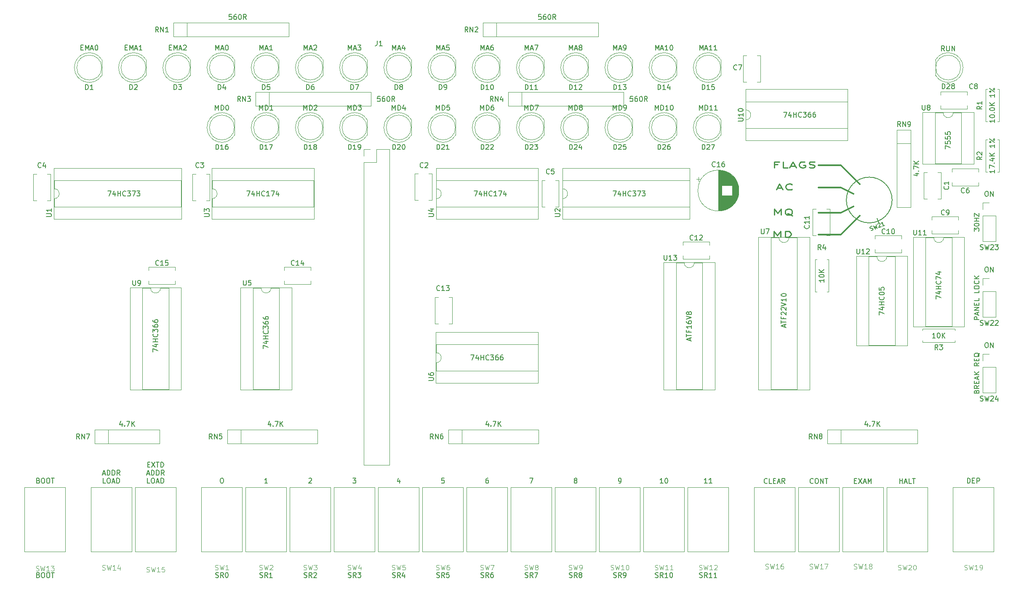
<source format=gbr>
%TF.GenerationSoftware,KiCad,Pcbnew,7.0.9*%
%TF.CreationDate,2023-12-04T17:05:13-06:00*%
%TF.ProjectId,sbc6120-rbc-front-panel,73626336-3132-4302-9d72-62632d66726f,1.0*%
%TF.SameCoordinates,Original*%
%TF.FileFunction,Legend,Top*%
%TF.FilePolarity,Positive*%
%FSLAX46Y46*%
G04 Gerber Fmt 4.6, Leading zero omitted, Abs format (unit mm)*
G04 Created by KiCad (PCBNEW 7.0.9) date 2023-12-04 17:05:13*
%MOMM*%
%LPD*%
G01*
G04 APERTURE LIST*
%ADD10C,0.300000*%
%ADD11C,0.150000*%
%ADD12C,0.240000*%
%ADD13C,0.100000*%
%ADD14C,0.120000*%
%ADD15C,0.127000*%
G04 APERTURE END LIST*
D10*
X216535000Y-67945000D02*
X212090000Y-67945000D01*
X220345000Y-71755000D02*
X216535000Y-67945000D01*
X216535000Y-72390000D02*
X219075000Y-73660000D01*
X216535000Y-81915000D02*
X212090000Y-81915000D01*
X216535000Y-81915000D02*
X220345000Y-78105000D01*
X216535000Y-72390000D02*
X212090000Y-72390000D01*
X216535000Y-77470000D02*
X212090000Y-77470000D01*
X216535000Y-77470000D02*
X219075000Y-76200000D01*
D11*
X219289524Y-131466009D02*
X219622857Y-131466009D01*
X219765714Y-131989819D02*
X219289524Y-131989819D01*
X219289524Y-131989819D02*
X219289524Y-130989819D01*
X219289524Y-130989819D02*
X219765714Y-130989819D01*
X220099048Y-130989819D02*
X220765714Y-131989819D01*
X220765714Y-130989819D02*
X220099048Y-131989819D01*
X221099048Y-131704104D02*
X221575238Y-131704104D01*
X221003810Y-131989819D02*
X221337143Y-130989819D01*
X221337143Y-130989819D02*
X221670476Y-131989819D01*
X222003810Y-131989819D02*
X222003810Y-130989819D01*
X222003810Y-130989819D02*
X222337143Y-131704104D01*
X222337143Y-131704104D02*
X222670476Y-130989819D01*
X222670476Y-130989819D02*
X222670476Y-131989819D01*
X245760952Y-73164819D02*
X245951428Y-73164819D01*
X245951428Y-73164819D02*
X246046666Y-73212438D01*
X246046666Y-73212438D02*
X246141904Y-73307676D01*
X246141904Y-73307676D02*
X246189523Y-73498152D01*
X246189523Y-73498152D02*
X246189523Y-73831485D01*
X246189523Y-73831485D02*
X246141904Y-74021961D01*
X246141904Y-74021961D02*
X246046666Y-74117200D01*
X246046666Y-74117200D02*
X245951428Y-74164819D01*
X245951428Y-74164819D02*
X245760952Y-74164819D01*
X245760952Y-74164819D02*
X245665714Y-74117200D01*
X245665714Y-74117200D02*
X245570476Y-74021961D01*
X245570476Y-74021961D02*
X245522857Y-73831485D01*
X245522857Y-73831485D02*
X245522857Y-73498152D01*
X245522857Y-73498152D02*
X245570476Y-73307676D01*
X245570476Y-73307676D02*
X245665714Y-73212438D01*
X245665714Y-73212438D02*
X245760952Y-73164819D01*
X246618095Y-74164819D02*
X246618095Y-73164819D01*
X246618095Y-73164819D02*
X247189523Y-74164819D01*
X247189523Y-74164819D02*
X247189523Y-73164819D01*
X163099762Y-131378390D02*
X163004524Y-131330771D01*
X163004524Y-131330771D02*
X162956905Y-131283152D01*
X162956905Y-131283152D02*
X162909286Y-131187914D01*
X162909286Y-131187914D02*
X162909286Y-131140295D01*
X162909286Y-131140295D02*
X162956905Y-131045057D01*
X162956905Y-131045057D02*
X163004524Y-130997438D01*
X163004524Y-130997438D02*
X163099762Y-130949819D01*
X163099762Y-130949819D02*
X163290238Y-130949819D01*
X163290238Y-130949819D02*
X163385476Y-130997438D01*
X163385476Y-130997438D02*
X163433095Y-131045057D01*
X163433095Y-131045057D02*
X163480714Y-131140295D01*
X163480714Y-131140295D02*
X163480714Y-131187914D01*
X163480714Y-131187914D02*
X163433095Y-131283152D01*
X163433095Y-131283152D02*
X163385476Y-131330771D01*
X163385476Y-131330771D02*
X163290238Y-131378390D01*
X163290238Y-131378390D02*
X163099762Y-131378390D01*
X163099762Y-131378390D02*
X163004524Y-131426009D01*
X163004524Y-131426009D02*
X162956905Y-131473628D01*
X162956905Y-131473628D02*
X162909286Y-131568866D01*
X162909286Y-131568866D02*
X162909286Y-131759342D01*
X162909286Y-131759342D02*
X162956905Y-131854580D01*
X162956905Y-131854580D02*
X163004524Y-131902200D01*
X163004524Y-131902200D02*
X163099762Y-131949819D01*
X163099762Y-131949819D02*
X163290238Y-131949819D01*
X163290238Y-131949819D02*
X163385476Y-131902200D01*
X163385476Y-131902200D02*
X163433095Y-131854580D01*
X163433095Y-131854580D02*
X163480714Y-131759342D01*
X163480714Y-131759342D02*
X163480714Y-131568866D01*
X163480714Y-131568866D02*
X163433095Y-131473628D01*
X163433095Y-131473628D02*
X163385476Y-131426009D01*
X163385476Y-131426009D02*
X163290238Y-131378390D01*
X171894524Y-131949819D02*
X172085000Y-131949819D01*
X172085000Y-131949819D02*
X172180238Y-131902200D01*
X172180238Y-131902200D02*
X172227857Y-131854580D01*
X172227857Y-131854580D02*
X172323095Y-131711723D01*
X172323095Y-131711723D02*
X172370714Y-131521247D01*
X172370714Y-131521247D02*
X172370714Y-131140295D01*
X172370714Y-131140295D02*
X172323095Y-131045057D01*
X172323095Y-131045057D02*
X172275476Y-130997438D01*
X172275476Y-130997438D02*
X172180238Y-130949819D01*
X172180238Y-130949819D02*
X171989762Y-130949819D01*
X171989762Y-130949819D02*
X171894524Y-130997438D01*
X171894524Y-130997438D02*
X171846905Y-131045057D01*
X171846905Y-131045057D02*
X171799286Y-131140295D01*
X171799286Y-131140295D02*
X171799286Y-131378390D01*
X171799286Y-131378390D02*
X171846905Y-131473628D01*
X171846905Y-131473628D02*
X171894524Y-131521247D01*
X171894524Y-131521247D02*
X171989762Y-131568866D01*
X171989762Y-131568866D02*
X172180238Y-131568866D01*
X172180238Y-131568866D02*
X172275476Y-131521247D01*
X172275476Y-131521247D02*
X172323095Y-131473628D01*
X172323095Y-131473628D02*
X172370714Y-131378390D01*
X153971667Y-130949819D02*
X154638333Y-130949819D01*
X154638333Y-130949819D02*
X154209762Y-131949819D01*
D12*
X203865751Y-67792091D02*
X203199084Y-67792091D01*
X203199084Y-68420662D02*
X203199084Y-67220662D01*
X203199084Y-67220662D02*
X204151465Y-67220662D01*
X205865751Y-68420662D02*
X204913370Y-68420662D01*
X204913370Y-68420662D02*
X204913370Y-67220662D01*
X206437180Y-68077805D02*
X207389561Y-68077805D01*
X206246704Y-68420662D02*
X206913370Y-67220662D01*
X206913370Y-67220662D02*
X207580037Y-68420662D01*
X209294323Y-67277805D02*
X209103847Y-67220662D01*
X209103847Y-67220662D02*
X208818133Y-67220662D01*
X208818133Y-67220662D02*
X208532418Y-67277805D01*
X208532418Y-67277805D02*
X208341942Y-67392091D01*
X208341942Y-67392091D02*
X208246704Y-67506377D01*
X208246704Y-67506377D02*
X208151466Y-67734948D01*
X208151466Y-67734948D02*
X208151466Y-67906377D01*
X208151466Y-67906377D02*
X208246704Y-68134948D01*
X208246704Y-68134948D02*
X208341942Y-68249234D01*
X208341942Y-68249234D02*
X208532418Y-68363520D01*
X208532418Y-68363520D02*
X208818133Y-68420662D01*
X208818133Y-68420662D02*
X209008609Y-68420662D01*
X209008609Y-68420662D02*
X209294323Y-68363520D01*
X209294323Y-68363520D02*
X209389561Y-68306377D01*
X209389561Y-68306377D02*
X209389561Y-67906377D01*
X209389561Y-67906377D02*
X209008609Y-67906377D01*
X210151466Y-68363520D02*
X210437180Y-68420662D01*
X210437180Y-68420662D02*
X210913371Y-68420662D01*
X210913371Y-68420662D02*
X211103847Y-68363520D01*
X211103847Y-68363520D02*
X211199085Y-68306377D01*
X211199085Y-68306377D02*
X211294323Y-68192091D01*
X211294323Y-68192091D02*
X211294323Y-68077805D01*
X211294323Y-68077805D02*
X211199085Y-67963520D01*
X211199085Y-67963520D02*
X211103847Y-67906377D01*
X211103847Y-67906377D02*
X210913371Y-67849234D01*
X210913371Y-67849234D02*
X210532418Y-67792091D01*
X210532418Y-67792091D02*
X210341942Y-67734948D01*
X210341942Y-67734948D02*
X210246704Y-67677805D01*
X210246704Y-67677805D02*
X210151466Y-67563520D01*
X210151466Y-67563520D02*
X210151466Y-67449234D01*
X210151466Y-67449234D02*
X210246704Y-67334948D01*
X210246704Y-67334948D02*
X210341942Y-67277805D01*
X210341942Y-67277805D02*
X210532418Y-67220662D01*
X210532418Y-67220662D02*
X211008609Y-67220662D01*
X211008609Y-67220662D02*
X211294323Y-67277805D01*
D11*
X228370000Y-131989819D02*
X228370000Y-130989819D01*
X228370000Y-131466009D02*
X228941428Y-131466009D01*
X228941428Y-131989819D02*
X228941428Y-130989819D01*
X229370000Y-131704104D02*
X229846190Y-131704104D01*
X229274762Y-131989819D02*
X229608095Y-130989819D01*
X229608095Y-130989819D02*
X229941428Y-131989819D01*
X230750952Y-131989819D02*
X230274762Y-131989819D01*
X230274762Y-131989819D02*
X230274762Y-130989819D01*
X230941429Y-130989819D02*
X231512857Y-130989819D01*
X231227143Y-131989819D02*
X231227143Y-130989819D01*
X243344819Y-81184523D02*
X243344819Y-80565476D01*
X243344819Y-80565476D02*
X243725771Y-80898809D01*
X243725771Y-80898809D02*
X243725771Y-80755952D01*
X243725771Y-80755952D02*
X243773390Y-80660714D01*
X243773390Y-80660714D02*
X243821009Y-80613095D01*
X243821009Y-80613095D02*
X243916247Y-80565476D01*
X243916247Y-80565476D02*
X244154342Y-80565476D01*
X244154342Y-80565476D02*
X244249580Y-80613095D01*
X244249580Y-80613095D02*
X244297200Y-80660714D01*
X244297200Y-80660714D02*
X244344819Y-80755952D01*
X244344819Y-80755952D02*
X244344819Y-81041666D01*
X244344819Y-81041666D02*
X244297200Y-81136904D01*
X244297200Y-81136904D02*
X244249580Y-81184523D01*
X243344819Y-79946428D02*
X243344819Y-79851190D01*
X243344819Y-79851190D02*
X243392438Y-79755952D01*
X243392438Y-79755952D02*
X243440057Y-79708333D01*
X243440057Y-79708333D02*
X243535295Y-79660714D01*
X243535295Y-79660714D02*
X243725771Y-79613095D01*
X243725771Y-79613095D02*
X243963866Y-79613095D01*
X243963866Y-79613095D02*
X244154342Y-79660714D01*
X244154342Y-79660714D02*
X244249580Y-79708333D01*
X244249580Y-79708333D02*
X244297200Y-79755952D01*
X244297200Y-79755952D02*
X244344819Y-79851190D01*
X244344819Y-79851190D02*
X244344819Y-79946428D01*
X244344819Y-79946428D02*
X244297200Y-80041666D01*
X244297200Y-80041666D02*
X244249580Y-80089285D01*
X244249580Y-80089285D02*
X244154342Y-80136904D01*
X244154342Y-80136904D02*
X243963866Y-80184523D01*
X243963866Y-80184523D02*
X243725771Y-80184523D01*
X243725771Y-80184523D02*
X243535295Y-80136904D01*
X243535295Y-80136904D02*
X243440057Y-80089285D01*
X243440057Y-80089285D02*
X243392438Y-80041666D01*
X243392438Y-80041666D02*
X243344819Y-79946428D01*
X244344819Y-79184523D02*
X243344819Y-79184523D01*
X243821009Y-79184523D02*
X243821009Y-78613095D01*
X244344819Y-78613095D02*
X243344819Y-78613095D01*
X243344819Y-78232142D02*
X243344819Y-77565476D01*
X243344819Y-77565476D02*
X244344819Y-78232142D01*
X244344819Y-78232142D02*
X244344819Y-77565476D01*
X68111905Y-130054104D02*
X68588095Y-130054104D01*
X68016667Y-130339819D02*
X68350000Y-129339819D01*
X68350000Y-129339819D02*
X68683333Y-130339819D01*
X69016667Y-130339819D02*
X69016667Y-129339819D01*
X69016667Y-129339819D02*
X69254762Y-129339819D01*
X69254762Y-129339819D02*
X69397619Y-129387438D01*
X69397619Y-129387438D02*
X69492857Y-129482676D01*
X69492857Y-129482676D02*
X69540476Y-129577914D01*
X69540476Y-129577914D02*
X69588095Y-129768390D01*
X69588095Y-129768390D02*
X69588095Y-129911247D01*
X69588095Y-129911247D02*
X69540476Y-130101723D01*
X69540476Y-130101723D02*
X69492857Y-130196961D01*
X69492857Y-130196961D02*
X69397619Y-130292200D01*
X69397619Y-130292200D02*
X69254762Y-130339819D01*
X69254762Y-130339819D02*
X69016667Y-130339819D01*
X70016667Y-130339819D02*
X70016667Y-129339819D01*
X70016667Y-129339819D02*
X70254762Y-129339819D01*
X70254762Y-129339819D02*
X70397619Y-129387438D01*
X70397619Y-129387438D02*
X70492857Y-129482676D01*
X70492857Y-129482676D02*
X70540476Y-129577914D01*
X70540476Y-129577914D02*
X70588095Y-129768390D01*
X70588095Y-129768390D02*
X70588095Y-129911247D01*
X70588095Y-129911247D02*
X70540476Y-130101723D01*
X70540476Y-130101723D02*
X70492857Y-130196961D01*
X70492857Y-130196961D02*
X70397619Y-130292200D01*
X70397619Y-130292200D02*
X70254762Y-130339819D01*
X70254762Y-130339819D02*
X70016667Y-130339819D01*
X71588095Y-130339819D02*
X71254762Y-129863628D01*
X71016667Y-130339819D02*
X71016667Y-129339819D01*
X71016667Y-129339819D02*
X71397619Y-129339819D01*
X71397619Y-129339819D02*
X71492857Y-129387438D01*
X71492857Y-129387438D02*
X71540476Y-129435057D01*
X71540476Y-129435057D02*
X71588095Y-129530295D01*
X71588095Y-129530295D02*
X71588095Y-129673152D01*
X71588095Y-129673152D02*
X71540476Y-129768390D01*
X71540476Y-129768390D02*
X71492857Y-129816009D01*
X71492857Y-129816009D02*
X71397619Y-129863628D01*
X71397619Y-129863628D02*
X71016667Y-129863628D01*
X68707142Y-131949819D02*
X68230952Y-131949819D01*
X68230952Y-131949819D02*
X68230952Y-130949819D01*
X69230952Y-130949819D02*
X69421428Y-130949819D01*
X69421428Y-130949819D02*
X69516666Y-130997438D01*
X69516666Y-130997438D02*
X69611904Y-131092676D01*
X69611904Y-131092676D02*
X69659523Y-131283152D01*
X69659523Y-131283152D02*
X69659523Y-131616485D01*
X69659523Y-131616485D02*
X69611904Y-131806961D01*
X69611904Y-131806961D02*
X69516666Y-131902200D01*
X69516666Y-131902200D02*
X69421428Y-131949819D01*
X69421428Y-131949819D02*
X69230952Y-131949819D01*
X69230952Y-131949819D02*
X69135714Y-131902200D01*
X69135714Y-131902200D02*
X69040476Y-131806961D01*
X69040476Y-131806961D02*
X68992857Y-131616485D01*
X68992857Y-131616485D02*
X68992857Y-131283152D01*
X68992857Y-131283152D02*
X69040476Y-131092676D01*
X69040476Y-131092676D02*
X69135714Y-130997438D01*
X69135714Y-130997438D02*
X69230952Y-130949819D01*
X70040476Y-131664104D02*
X70516666Y-131664104D01*
X69945238Y-131949819D02*
X70278571Y-130949819D01*
X70278571Y-130949819D02*
X70611904Y-131949819D01*
X70945238Y-131949819D02*
X70945238Y-130949819D01*
X70945238Y-130949819D02*
X71183333Y-130949819D01*
X71183333Y-130949819D02*
X71326190Y-130997438D01*
X71326190Y-130997438D02*
X71421428Y-131092676D01*
X71421428Y-131092676D02*
X71469047Y-131187914D01*
X71469047Y-131187914D02*
X71516666Y-131378390D01*
X71516666Y-131378390D02*
X71516666Y-131521247D01*
X71516666Y-131521247D02*
X71469047Y-131711723D01*
X71469047Y-131711723D02*
X71421428Y-131806961D01*
X71421428Y-131806961D02*
X71326190Y-131902200D01*
X71326190Y-131902200D02*
X71183333Y-131949819D01*
X71183333Y-131949819D02*
X70945238Y-131949819D01*
X201723809Y-131894580D02*
X201676190Y-131942200D01*
X201676190Y-131942200D02*
X201533333Y-131989819D01*
X201533333Y-131989819D02*
X201438095Y-131989819D01*
X201438095Y-131989819D02*
X201295238Y-131942200D01*
X201295238Y-131942200D02*
X201200000Y-131846961D01*
X201200000Y-131846961D02*
X201152381Y-131751723D01*
X201152381Y-131751723D02*
X201104762Y-131561247D01*
X201104762Y-131561247D02*
X201104762Y-131418390D01*
X201104762Y-131418390D02*
X201152381Y-131227914D01*
X201152381Y-131227914D02*
X201200000Y-131132676D01*
X201200000Y-131132676D02*
X201295238Y-131037438D01*
X201295238Y-131037438D02*
X201438095Y-130989819D01*
X201438095Y-130989819D02*
X201533333Y-130989819D01*
X201533333Y-130989819D02*
X201676190Y-131037438D01*
X201676190Y-131037438D02*
X201723809Y-131085057D01*
X202628571Y-131989819D02*
X202152381Y-131989819D01*
X202152381Y-131989819D02*
X202152381Y-130989819D01*
X202961905Y-131466009D02*
X203295238Y-131466009D01*
X203438095Y-131989819D02*
X202961905Y-131989819D01*
X202961905Y-131989819D02*
X202961905Y-130989819D01*
X202961905Y-130989819D02*
X203438095Y-130989819D01*
X203819048Y-131704104D02*
X204295238Y-131704104D01*
X203723810Y-131989819D02*
X204057143Y-130989819D01*
X204057143Y-130989819D02*
X204390476Y-131989819D01*
X205295238Y-131989819D02*
X204961905Y-131513628D01*
X204723810Y-131989819D02*
X204723810Y-130989819D01*
X204723810Y-130989819D02*
X205104762Y-130989819D01*
X205104762Y-130989819D02*
X205200000Y-131037438D01*
X205200000Y-131037438D02*
X205247619Y-131085057D01*
X205247619Y-131085057D02*
X205295238Y-131180295D01*
X205295238Y-131180295D02*
X205295238Y-131323152D01*
X205295238Y-131323152D02*
X205247619Y-131418390D01*
X205247619Y-131418390D02*
X205200000Y-131466009D01*
X205200000Y-131466009D02*
X205104762Y-131513628D01*
X205104762Y-131513628D02*
X204723810Y-131513628D01*
X145605476Y-130949819D02*
X145415000Y-130949819D01*
X145415000Y-130949819D02*
X145319762Y-130997438D01*
X145319762Y-130997438D02*
X145272143Y-131045057D01*
X145272143Y-131045057D02*
X145176905Y-131187914D01*
X145176905Y-131187914D02*
X145129286Y-131378390D01*
X145129286Y-131378390D02*
X145129286Y-131759342D01*
X145129286Y-131759342D02*
X145176905Y-131854580D01*
X145176905Y-131854580D02*
X145224524Y-131902200D01*
X145224524Y-131902200D02*
X145319762Y-131949819D01*
X145319762Y-131949819D02*
X145510238Y-131949819D01*
X145510238Y-131949819D02*
X145605476Y-131902200D01*
X145605476Y-131902200D02*
X145653095Y-131854580D01*
X145653095Y-131854580D02*
X145700714Y-131759342D01*
X145700714Y-131759342D02*
X145700714Y-131521247D01*
X145700714Y-131521247D02*
X145653095Y-131426009D01*
X145653095Y-131426009D02*
X145605476Y-131378390D01*
X145605476Y-131378390D02*
X145510238Y-131330771D01*
X145510238Y-131330771D02*
X145319762Y-131330771D01*
X145319762Y-131330771D02*
X145224524Y-131378390D01*
X145224524Y-131378390D02*
X145176905Y-131426009D01*
X145176905Y-131426009D02*
X145129286Y-131521247D01*
D12*
X203199084Y-77945662D02*
X203199084Y-76745662D01*
X203199084Y-76745662D02*
X203865751Y-77602805D01*
X203865751Y-77602805D02*
X204532417Y-76745662D01*
X204532417Y-76745662D02*
X204532417Y-77945662D01*
X206818131Y-78059948D02*
X206627655Y-78002805D01*
X206627655Y-78002805D02*
X206437179Y-77888520D01*
X206437179Y-77888520D02*
X206151465Y-77717091D01*
X206151465Y-77717091D02*
X205960988Y-77659948D01*
X205960988Y-77659948D02*
X205770512Y-77659948D01*
X205865750Y-77945662D02*
X205675274Y-77888520D01*
X205675274Y-77888520D02*
X205484798Y-77774234D01*
X205484798Y-77774234D02*
X205389560Y-77545662D01*
X205389560Y-77545662D02*
X205389560Y-77145662D01*
X205389560Y-77145662D02*
X205484798Y-76917091D01*
X205484798Y-76917091D02*
X205675274Y-76802805D01*
X205675274Y-76802805D02*
X205865750Y-76745662D01*
X205865750Y-76745662D02*
X206246703Y-76745662D01*
X206246703Y-76745662D02*
X206437179Y-76802805D01*
X206437179Y-76802805D02*
X206627655Y-76917091D01*
X206627655Y-76917091D02*
X206722893Y-77145662D01*
X206722893Y-77145662D02*
X206722893Y-77545662D01*
X206722893Y-77545662D02*
X206627655Y-77774234D01*
X206627655Y-77774234D02*
X206437179Y-77888520D01*
X206437179Y-77888520D02*
X206246703Y-77945662D01*
X206246703Y-77945662D02*
X205865750Y-77945662D01*
D11*
X243821009Y-113521666D02*
X243868628Y-113378809D01*
X243868628Y-113378809D02*
X243916247Y-113331190D01*
X243916247Y-113331190D02*
X244011485Y-113283571D01*
X244011485Y-113283571D02*
X244154342Y-113283571D01*
X244154342Y-113283571D02*
X244249580Y-113331190D01*
X244249580Y-113331190D02*
X244297200Y-113378809D01*
X244297200Y-113378809D02*
X244344819Y-113474047D01*
X244344819Y-113474047D02*
X244344819Y-113854999D01*
X244344819Y-113854999D02*
X243344819Y-113854999D01*
X243344819Y-113854999D02*
X243344819Y-113521666D01*
X243344819Y-113521666D02*
X243392438Y-113426428D01*
X243392438Y-113426428D02*
X243440057Y-113378809D01*
X243440057Y-113378809D02*
X243535295Y-113331190D01*
X243535295Y-113331190D02*
X243630533Y-113331190D01*
X243630533Y-113331190D02*
X243725771Y-113378809D01*
X243725771Y-113378809D02*
X243773390Y-113426428D01*
X243773390Y-113426428D02*
X243821009Y-113521666D01*
X243821009Y-113521666D02*
X243821009Y-113854999D01*
X244344819Y-112283571D02*
X243868628Y-112616904D01*
X244344819Y-112854999D02*
X243344819Y-112854999D01*
X243344819Y-112854999D02*
X243344819Y-112474047D01*
X243344819Y-112474047D02*
X243392438Y-112378809D01*
X243392438Y-112378809D02*
X243440057Y-112331190D01*
X243440057Y-112331190D02*
X243535295Y-112283571D01*
X243535295Y-112283571D02*
X243678152Y-112283571D01*
X243678152Y-112283571D02*
X243773390Y-112331190D01*
X243773390Y-112331190D02*
X243821009Y-112378809D01*
X243821009Y-112378809D02*
X243868628Y-112474047D01*
X243868628Y-112474047D02*
X243868628Y-112854999D01*
X243821009Y-111854999D02*
X243821009Y-111521666D01*
X244344819Y-111378809D02*
X244344819Y-111854999D01*
X244344819Y-111854999D02*
X243344819Y-111854999D01*
X243344819Y-111854999D02*
X243344819Y-111378809D01*
X244059104Y-110997856D02*
X244059104Y-110521666D01*
X244344819Y-111093094D02*
X243344819Y-110759761D01*
X243344819Y-110759761D02*
X244344819Y-110426428D01*
X244344819Y-110093094D02*
X243344819Y-110093094D01*
X244344819Y-109521666D02*
X243773390Y-109950237D01*
X243344819Y-109521666D02*
X243916247Y-110093094D01*
X244344819Y-107759761D02*
X243868628Y-108093094D01*
X244344819Y-108331189D02*
X243344819Y-108331189D01*
X243344819Y-108331189D02*
X243344819Y-107950237D01*
X243344819Y-107950237D02*
X243392438Y-107854999D01*
X243392438Y-107854999D02*
X243440057Y-107807380D01*
X243440057Y-107807380D02*
X243535295Y-107759761D01*
X243535295Y-107759761D02*
X243678152Y-107759761D01*
X243678152Y-107759761D02*
X243773390Y-107807380D01*
X243773390Y-107807380D02*
X243821009Y-107854999D01*
X243821009Y-107854999D02*
X243868628Y-107950237D01*
X243868628Y-107950237D02*
X243868628Y-108331189D01*
X243821009Y-107331189D02*
X243821009Y-106997856D01*
X244344819Y-106854999D02*
X244344819Y-107331189D01*
X244344819Y-107331189D02*
X243344819Y-107331189D01*
X243344819Y-107331189D02*
X243344819Y-106854999D01*
X244440057Y-105759761D02*
X244392438Y-105854999D01*
X244392438Y-105854999D02*
X244297200Y-105950237D01*
X244297200Y-105950237D02*
X244154342Y-106093094D01*
X244154342Y-106093094D02*
X244106723Y-106188332D01*
X244106723Y-106188332D02*
X244106723Y-106283570D01*
X244344819Y-106235951D02*
X244297200Y-106331189D01*
X244297200Y-106331189D02*
X244201961Y-106426427D01*
X244201961Y-106426427D02*
X244011485Y-106474046D01*
X244011485Y-106474046D02*
X243678152Y-106474046D01*
X243678152Y-106474046D02*
X243487676Y-106426427D01*
X243487676Y-106426427D02*
X243392438Y-106331189D01*
X243392438Y-106331189D02*
X243344819Y-106235951D01*
X243344819Y-106235951D02*
X243344819Y-106045475D01*
X243344819Y-106045475D02*
X243392438Y-105950237D01*
X243392438Y-105950237D02*
X243487676Y-105854999D01*
X243487676Y-105854999D02*
X243678152Y-105807380D01*
X243678152Y-105807380D02*
X244011485Y-105807380D01*
X244011485Y-105807380D02*
X244201961Y-105854999D01*
X244201961Y-105854999D02*
X244297200Y-105950237D01*
X244297200Y-105950237D02*
X244344819Y-106045475D01*
X244344819Y-106045475D02*
X244344819Y-106235951D01*
X55157857Y-131426009D02*
X55300714Y-131473628D01*
X55300714Y-131473628D02*
X55348333Y-131521247D01*
X55348333Y-131521247D02*
X55395952Y-131616485D01*
X55395952Y-131616485D02*
X55395952Y-131759342D01*
X55395952Y-131759342D02*
X55348333Y-131854580D01*
X55348333Y-131854580D02*
X55300714Y-131902200D01*
X55300714Y-131902200D02*
X55205476Y-131949819D01*
X55205476Y-131949819D02*
X54824524Y-131949819D01*
X54824524Y-131949819D02*
X54824524Y-130949819D01*
X54824524Y-130949819D02*
X55157857Y-130949819D01*
X55157857Y-130949819D02*
X55253095Y-130997438D01*
X55253095Y-130997438D02*
X55300714Y-131045057D01*
X55300714Y-131045057D02*
X55348333Y-131140295D01*
X55348333Y-131140295D02*
X55348333Y-131235533D01*
X55348333Y-131235533D02*
X55300714Y-131330771D01*
X55300714Y-131330771D02*
X55253095Y-131378390D01*
X55253095Y-131378390D02*
X55157857Y-131426009D01*
X55157857Y-131426009D02*
X54824524Y-131426009D01*
X56015000Y-130949819D02*
X56205476Y-130949819D01*
X56205476Y-130949819D02*
X56300714Y-130997438D01*
X56300714Y-130997438D02*
X56395952Y-131092676D01*
X56395952Y-131092676D02*
X56443571Y-131283152D01*
X56443571Y-131283152D02*
X56443571Y-131616485D01*
X56443571Y-131616485D02*
X56395952Y-131806961D01*
X56395952Y-131806961D02*
X56300714Y-131902200D01*
X56300714Y-131902200D02*
X56205476Y-131949819D01*
X56205476Y-131949819D02*
X56015000Y-131949819D01*
X56015000Y-131949819D02*
X55919762Y-131902200D01*
X55919762Y-131902200D02*
X55824524Y-131806961D01*
X55824524Y-131806961D02*
X55776905Y-131616485D01*
X55776905Y-131616485D02*
X55776905Y-131283152D01*
X55776905Y-131283152D02*
X55824524Y-131092676D01*
X55824524Y-131092676D02*
X55919762Y-130997438D01*
X55919762Y-130997438D02*
X56015000Y-130949819D01*
X57062619Y-130949819D02*
X57253095Y-130949819D01*
X57253095Y-130949819D02*
X57348333Y-130997438D01*
X57348333Y-130997438D02*
X57443571Y-131092676D01*
X57443571Y-131092676D02*
X57491190Y-131283152D01*
X57491190Y-131283152D02*
X57491190Y-131616485D01*
X57491190Y-131616485D02*
X57443571Y-131806961D01*
X57443571Y-131806961D02*
X57348333Y-131902200D01*
X57348333Y-131902200D02*
X57253095Y-131949819D01*
X57253095Y-131949819D02*
X57062619Y-131949819D01*
X57062619Y-131949819D02*
X56967381Y-131902200D01*
X56967381Y-131902200D02*
X56872143Y-131806961D01*
X56872143Y-131806961D02*
X56824524Y-131616485D01*
X56824524Y-131616485D02*
X56824524Y-131283152D01*
X56824524Y-131283152D02*
X56872143Y-131092676D01*
X56872143Y-131092676D02*
X56967381Y-130997438D01*
X56967381Y-130997438D02*
X57062619Y-130949819D01*
X57776905Y-130949819D02*
X58348333Y-130949819D01*
X58062619Y-131949819D02*
X58062619Y-130949819D01*
D12*
X203089084Y-82390662D02*
X203089084Y-81190662D01*
X203089084Y-81190662D02*
X203755751Y-82047805D01*
X203755751Y-82047805D02*
X204422417Y-81190662D01*
X204422417Y-81190662D02*
X204422417Y-82390662D01*
X205374798Y-82390662D02*
X205374798Y-81190662D01*
X205374798Y-81190662D02*
X205850988Y-81190662D01*
X205850988Y-81190662D02*
X206136703Y-81247805D01*
X206136703Y-81247805D02*
X206327179Y-81362091D01*
X206327179Y-81362091D02*
X206422417Y-81476377D01*
X206422417Y-81476377D02*
X206517655Y-81704948D01*
X206517655Y-81704948D02*
X206517655Y-81876377D01*
X206517655Y-81876377D02*
X206422417Y-82104948D01*
X206422417Y-82104948D02*
X206327179Y-82219234D01*
X206327179Y-82219234D02*
X206136703Y-82333520D01*
X206136703Y-82333520D02*
X205850988Y-82390662D01*
X205850988Y-82390662D02*
X205374798Y-82390662D01*
D11*
X245760952Y-88404819D02*
X245951428Y-88404819D01*
X245951428Y-88404819D02*
X246046666Y-88452438D01*
X246046666Y-88452438D02*
X246141904Y-88547676D01*
X246141904Y-88547676D02*
X246189523Y-88738152D01*
X246189523Y-88738152D02*
X246189523Y-89071485D01*
X246189523Y-89071485D02*
X246141904Y-89261961D01*
X246141904Y-89261961D02*
X246046666Y-89357200D01*
X246046666Y-89357200D02*
X245951428Y-89404819D01*
X245951428Y-89404819D02*
X245760952Y-89404819D01*
X245760952Y-89404819D02*
X245665714Y-89357200D01*
X245665714Y-89357200D02*
X245570476Y-89261961D01*
X245570476Y-89261961D02*
X245522857Y-89071485D01*
X245522857Y-89071485D02*
X245522857Y-88738152D01*
X245522857Y-88738152D02*
X245570476Y-88547676D01*
X245570476Y-88547676D02*
X245665714Y-88452438D01*
X245665714Y-88452438D02*
X245760952Y-88404819D01*
X246618095Y-89404819D02*
X246618095Y-88404819D01*
X246618095Y-88404819D02*
X247189523Y-89404819D01*
X247189523Y-89404819D02*
X247189523Y-88404819D01*
X127825476Y-131283152D02*
X127825476Y-131949819D01*
X127587381Y-130902200D02*
X127349286Y-131616485D01*
X127349286Y-131616485D02*
X127968333Y-131616485D01*
X118411667Y-130949819D02*
X119030714Y-130949819D01*
X119030714Y-130949819D02*
X118697381Y-131330771D01*
X118697381Y-131330771D02*
X118840238Y-131330771D01*
X118840238Y-131330771D02*
X118935476Y-131378390D01*
X118935476Y-131378390D02*
X118983095Y-131426009D01*
X118983095Y-131426009D02*
X119030714Y-131521247D01*
X119030714Y-131521247D02*
X119030714Y-131759342D01*
X119030714Y-131759342D02*
X118983095Y-131854580D01*
X118983095Y-131854580D02*
X118935476Y-131902200D01*
X118935476Y-131902200D02*
X118840238Y-131949819D01*
X118840238Y-131949819D02*
X118554524Y-131949819D01*
X118554524Y-131949819D02*
X118459286Y-131902200D01*
X118459286Y-131902200D02*
X118411667Y-131854580D01*
X136763095Y-130949819D02*
X136286905Y-130949819D01*
X136286905Y-130949819D02*
X136239286Y-131426009D01*
X136239286Y-131426009D02*
X136286905Y-131378390D01*
X136286905Y-131378390D02*
X136382143Y-131330771D01*
X136382143Y-131330771D02*
X136620238Y-131330771D01*
X136620238Y-131330771D02*
X136715476Y-131378390D01*
X136715476Y-131378390D02*
X136763095Y-131426009D01*
X136763095Y-131426009D02*
X136810714Y-131521247D01*
X136810714Y-131521247D02*
X136810714Y-131759342D01*
X136810714Y-131759342D02*
X136763095Y-131854580D01*
X136763095Y-131854580D02*
X136715476Y-131902200D01*
X136715476Y-131902200D02*
X136620238Y-131949819D01*
X136620238Y-131949819D02*
X136382143Y-131949819D01*
X136382143Y-131949819D02*
X136286905Y-131902200D01*
X136286905Y-131902200D02*
X136239286Y-131854580D01*
X241990714Y-131949819D02*
X241990714Y-130949819D01*
X241990714Y-130949819D02*
X242228809Y-130949819D01*
X242228809Y-130949819D02*
X242371666Y-130997438D01*
X242371666Y-130997438D02*
X242466904Y-131092676D01*
X242466904Y-131092676D02*
X242514523Y-131187914D01*
X242514523Y-131187914D02*
X242562142Y-131378390D01*
X242562142Y-131378390D02*
X242562142Y-131521247D01*
X242562142Y-131521247D02*
X242514523Y-131711723D01*
X242514523Y-131711723D02*
X242466904Y-131806961D01*
X242466904Y-131806961D02*
X242371666Y-131902200D01*
X242371666Y-131902200D02*
X242228809Y-131949819D01*
X242228809Y-131949819D02*
X241990714Y-131949819D01*
X242990714Y-131426009D02*
X243324047Y-131426009D01*
X243466904Y-131949819D02*
X242990714Y-131949819D01*
X242990714Y-131949819D02*
X242990714Y-130949819D01*
X242990714Y-130949819D02*
X243466904Y-130949819D01*
X243895476Y-131949819D02*
X243895476Y-130949819D01*
X243895476Y-130949819D02*
X244276428Y-130949819D01*
X244276428Y-130949819D02*
X244371666Y-130997438D01*
X244371666Y-130997438D02*
X244419285Y-131045057D01*
X244419285Y-131045057D02*
X244466904Y-131140295D01*
X244466904Y-131140295D02*
X244466904Y-131283152D01*
X244466904Y-131283152D02*
X244419285Y-131378390D01*
X244419285Y-131378390D02*
X244371666Y-131426009D01*
X244371666Y-131426009D02*
X244276428Y-131473628D01*
X244276428Y-131473628D02*
X243895476Y-131473628D01*
X101250714Y-131949819D02*
X100679286Y-131949819D01*
X100965000Y-131949819D02*
X100965000Y-130949819D01*
X100965000Y-130949819D02*
X100869762Y-131092676D01*
X100869762Y-131092676D02*
X100774524Y-131187914D01*
X100774524Y-131187914D02*
X100679286Y-131235533D01*
X244344819Y-98995952D02*
X243344819Y-98995952D01*
X243344819Y-98995952D02*
X243344819Y-98615000D01*
X243344819Y-98615000D02*
X243392438Y-98519762D01*
X243392438Y-98519762D02*
X243440057Y-98472143D01*
X243440057Y-98472143D02*
X243535295Y-98424524D01*
X243535295Y-98424524D02*
X243678152Y-98424524D01*
X243678152Y-98424524D02*
X243773390Y-98472143D01*
X243773390Y-98472143D02*
X243821009Y-98519762D01*
X243821009Y-98519762D02*
X243868628Y-98615000D01*
X243868628Y-98615000D02*
X243868628Y-98995952D01*
X244059104Y-98043571D02*
X244059104Y-97567381D01*
X244344819Y-98138809D02*
X243344819Y-97805476D01*
X243344819Y-97805476D02*
X244344819Y-97472143D01*
X244344819Y-97138809D02*
X243344819Y-97138809D01*
X243344819Y-97138809D02*
X244344819Y-96567381D01*
X244344819Y-96567381D02*
X243344819Y-96567381D01*
X243821009Y-96091190D02*
X243821009Y-95757857D01*
X244344819Y-95615000D02*
X244344819Y-96091190D01*
X244344819Y-96091190D02*
X243344819Y-96091190D01*
X243344819Y-96091190D02*
X243344819Y-95615000D01*
X244344819Y-94710238D02*
X244344819Y-95186428D01*
X244344819Y-95186428D02*
X243344819Y-95186428D01*
X244344819Y-93138809D02*
X244344819Y-93614999D01*
X244344819Y-93614999D02*
X243344819Y-93614999D01*
X243344819Y-92614999D02*
X243344819Y-92424523D01*
X243344819Y-92424523D02*
X243392438Y-92329285D01*
X243392438Y-92329285D02*
X243487676Y-92234047D01*
X243487676Y-92234047D02*
X243678152Y-92186428D01*
X243678152Y-92186428D02*
X244011485Y-92186428D01*
X244011485Y-92186428D02*
X244201961Y-92234047D01*
X244201961Y-92234047D02*
X244297200Y-92329285D01*
X244297200Y-92329285D02*
X244344819Y-92424523D01*
X244344819Y-92424523D02*
X244344819Y-92614999D01*
X244344819Y-92614999D02*
X244297200Y-92710237D01*
X244297200Y-92710237D02*
X244201961Y-92805475D01*
X244201961Y-92805475D02*
X244011485Y-92853094D01*
X244011485Y-92853094D02*
X243678152Y-92853094D01*
X243678152Y-92853094D02*
X243487676Y-92805475D01*
X243487676Y-92805475D02*
X243392438Y-92710237D01*
X243392438Y-92710237D02*
X243344819Y-92614999D01*
X244249580Y-91186428D02*
X244297200Y-91234047D01*
X244297200Y-91234047D02*
X244344819Y-91376904D01*
X244344819Y-91376904D02*
X244344819Y-91472142D01*
X244344819Y-91472142D02*
X244297200Y-91614999D01*
X244297200Y-91614999D02*
X244201961Y-91710237D01*
X244201961Y-91710237D02*
X244106723Y-91757856D01*
X244106723Y-91757856D02*
X243916247Y-91805475D01*
X243916247Y-91805475D02*
X243773390Y-91805475D01*
X243773390Y-91805475D02*
X243582914Y-91757856D01*
X243582914Y-91757856D02*
X243487676Y-91710237D01*
X243487676Y-91710237D02*
X243392438Y-91614999D01*
X243392438Y-91614999D02*
X243344819Y-91472142D01*
X243344819Y-91472142D02*
X243344819Y-91376904D01*
X243344819Y-91376904D02*
X243392438Y-91234047D01*
X243392438Y-91234047D02*
X243440057Y-91186428D01*
X244344819Y-90757856D02*
X243344819Y-90757856D01*
X244344819Y-90186428D02*
X243773390Y-90614999D01*
X243344819Y-90186428D02*
X243916247Y-90757856D01*
X245760952Y-103644819D02*
X245951428Y-103644819D01*
X245951428Y-103644819D02*
X246046666Y-103692438D01*
X246046666Y-103692438D02*
X246141904Y-103787676D01*
X246141904Y-103787676D02*
X246189523Y-103978152D01*
X246189523Y-103978152D02*
X246189523Y-104311485D01*
X246189523Y-104311485D02*
X246141904Y-104501961D01*
X246141904Y-104501961D02*
X246046666Y-104597200D01*
X246046666Y-104597200D02*
X245951428Y-104644819D01*
X245951428Y-104644819D02*
X245760952Y-104644819D01*
X245760952Y-104644819D02*
X245665714Y-104597200D01*
X245665714Y-104597200D02*
X245570476Y-104501961D01*
X245570476Y-104501961D02*
X245522857Y-104311485D01*
X245522857Y-104311485D02*
X245522857Y-103978152D01*
X245522857Y-103978152D02*
X245570476Y-103787676D01*
X245570476Y-103787676D02*
X245665714Y-103692438D01*
X245665714Y-103692438D02*
X245760952Y-103644819D01*
X246618095Y-104644819D02*
X246618095Y-103644819D01*
X246618095Y-103644819D02*
X247189523Y-104644819D01*
X247189523Y-104644819D02*
X247189523Y-103644819D01*
D12*
X203738846Y-72522805D02*
X204691227Y-72522805D01*
X203548370Y-72865662D02*
X204215036Y-71665662D01*
X204215036Y-71665662D02*
X204881703Y-72865662D01*
X206691227Y-72751377D02*
X206595989Y-72808520D01*
X206595989Y-72808520D02*
X206310275Y-72865662D01*
X206310275Y-72865662D02*
X206119799Y-72865662D01*
X206119799Y-72865662D02*
X205834084Y-72808520D01*
X205834084Y-72808520D02*
X205643608Y-72694234D01*
X205643608Y-72694234D02*
X205548370Y-72579948D01*
X205548370Y-72579948D02*
X205453132Y-72351377D01*
X205453132Y-72351377D02*
X205453132Y-72179948D01*
X205453132Y-72179948D02*
X205548370Y-71951377D01*
X205548370Y-71951377D02*
X205643608Y-71837091D01*
X205643608Y-71837091D02*
X205834084Y-71722805D01*
X205834084Y-71722805D02*
X206119799Y-71665662D01*
X206119799Y-71665662D02*
X206310275Y-71665662D01*
X206310275Y-71665662D02*
X206595989Y-71722805D01*
X206595989Y-71722805D02*
X206691227Y-71779948D01*
D11*
X210970952Y-131894580D02*
X210923333Y-131942200D01*
X210923333Y-131942200D02*
X210780476Y-131989819D01*
X210780476Y-131989819D02*
X210685238Y-131989819D01*
X210685238Y-131989819D02*
X210542381Y-131942200D01*
X210542381Y-131942200D02*
X210447143Y-131846961D01*
X210447143Y-131846961D02*
X210399524Y-131751723D01*
X210399524Y-131751723D02*
X210351905Y-131561247D01*
X210351905Y-131561247D02*
X210351905Y-131418390D01*
X210351905Y-131418390D02*
X210399524Y-131227914D01*
X210399524Y-131227914D02*
X210447143Y-131132676D01*
X210447143Y-131132676D02*
X210542381Y-131037438D01*
X210542381Y-131037438D02*
X210685238Y-130989819D01*
X210685238Y-130989819D02*
X210780476Y-130989819D01*
X210780476Y-130989819D02*
X210923333Y-131037438D01*
X210923333Y-131037438D02*
X210970952Y-131085057D01*
X211590000Y-130989819D02*
X211780476Y-130989819D01*
X211780476Y-130989819D02*
X211875714Y-131037438D01*
X211875714Y-131037438D02*
X211970952Y-131132676D01*
X211970952Y-131132676D02*
X212018571Y-131323152D01*
X212018571Y-131323152D02*
X212018571Y-131656485D01*
X212018571Y-131656485D02*
X211970952Y-131846961D01*
X211970952Y-131846961D02*
X211875714Y-131942200D01*
X211875714Y-131942200D02*
X211780476Y-131989819D01*
X211780476Y-131989819D02*
X211590000Y-131989819D01*
X211590000Y-131989819D02*
X211494762Y-131942200D01*
X211494762Y-131942200D02*
X211399524Y-131846961D01*
X211399524Y-131846961D02*
X211351905Y-131656485D01*
X211351905Y-131656485D02*
X211351905Y-131323152D01*
X211351905Y-131323152D02*
X211399524Y-131132676D01*
X211399524Y-131132676D02*
X211494762Y-131037438D01*
X211494762Y-131037438D02*
X211590000Y-130989819D01*
X212447143Y-131989819D02*
X212447143Y-130989819D01*
X212447143Y-130989819D02*
X213018571Y-131989819D01*
X213018571Y-131989819D02*
X213018571Y-130989819D01*
X213351905Y-130989819D02*
X213923333Y-130989819D01*
X213637619Y-131989819D02*
X213637619Y-130989819D01*
X109569286Y-131045057D02*
X109616905Y-130997438D01*
X109616905Y-130997438D02*
X109712143Y-130949819D01*
X109712143Y-130949819D02*
X109950238Y-130949819D01*
X109950238Y-130949819D02*
X110045476Y-130997438D01*
X110045476Y-130997438D02*
X110093095Y-131045057D01*
X110093095Y-131045057D02*
X110140714Y-131140295D01*
X110140714Y-131140295D02*
X110140714Y-131235533D01*
X110140714Y-131235533D02*
X110093095Y-131378390D01*
X110093095Y-131378390D02*
X109521667Y-131949819D01*
X109521667Y-131949819D02*
X110140714Y-131949819D01*
X189674523Y-131949819D02*
X189103095Y-131949819D01*
X189388809Y-131949819D02*
X189388809Y-130949819D01*
X189388809Y-130949819D02*
X189293571Y-131092676D01*
X189293571Y-131092676D02*
X189198333Y-131187914D01*
X189198333Y-131187914D02*
X189103095Y-131235533D01*
X190626904Y-131949819D02*
X190055476Y-131949819D01*
X190341190Y-131949819D02*
X190341190Y-130949819D01*
X190341190Y-130949819D02*
X190245952Y-131092676D01*
X190245952Y-131092676D02*
X190150714Y-131187914D01*
X190150714Y-131187914D02*
X190055476Y-131235533D01*
X180784523Y-131949819D02*
X180213095Y-131949819D01*
X180498809Y-131949819D02*
X180498809Y-130949819D01*
X180498809Y-130949819D02*
X180403571Y-131092676D01*
X180403571Y-131092676D02*
X180308333Y-131187914D01*
X180308333Y-131187914D02*
X180213095Y-131235533D01*
X181403571Y-130949819D02*
X181498809Y-130949819D01*
X181498809Y-130949819D02*
X181594047Y-130997438D01*
X181594047Y-130997438D02*
X181641666Y-131045057D01*
X181641666Y-131045057D02*
X181689285Y-131140295D01*
X181689285Y-131140295D02*
X181736904Y-131330771D01*
X181736904Y-131330771D02*
X181736904Y-131568866D01*
X181736904Y-131568866D02*
X181689285Y-131759342D01*
X181689285Y-131759342D02*
X181641666Y-131854580D01*
X181641666Y-131854580D02*
X181594047Y-131902200D01*
X181594047Y-131902200D02*
X181498809Y-131949819D01*
X181498809Y-131949819D02*
X181403571Y-131949819D01*
X181403571Y-131949819D02*
X181308333Y-131902200D01*
X181308333Y-131902200D02*
X181260714Y-131854580D01*
X181260714Y-131854580D02*
X181213095Y-131759342D01*
X181213095Y-131759342D02*
X181165476Y-131568866D01*
X181165476Y-131568866D02*
X181165476Y-131330771D01*
X181165476Y-131330771D02*
X181213095Y-131140295D01*
X181213095Y-131140295D02*
X181260714Y-131045057D01*
X181260714Y-131045057D02*
X181308333Y-130997438D01*
X181308333Y-130997438D02*
X181403571Y-130949819D01*
X91979762Y-130949819D02*
X92170238Y-130949819D01*
X92170238Y-130949819D02*
X92265476Y-130997438D01*
X92265476Y-130997438D02*
X92360714Y-131092676D01*
X92360714Y-131092676D02*
X92408333Y-131283152D01*
X92408333Y-131283152D02*
X92408333Y-131616485D01*
X92408333Y-131616485D02*
X92360714Y-131806961D01*
X92360714Y-131806961D02*
X92265476Y-131902200D01*
X92265476Y-131902200D02*
X92170238Y-131949819D01*
X92170238Y-131949819D02*
X91979762Y-131949819D01*
X91979762Y-131949819D02*
X91884524Y-131902200D01*
X91884524Y-131902200D02*
X91789286Y-131806961D01*
X91789286Y-131806961D02*
X91741667Y-131616485D01*
X91741667Y-131616485D02*
X91741667Y-131283152D01*
X91741667Y-131283152D02*
X91789286Y-131092676D01*
X91789286Y-131092676D02*
X91884524Y-130997438D01*
X91884524Y-130997438D02*
X91979762Y-130949819D01*
X77168571Y-128206009D02*
X77501904Y-128206009D01*
X77644761Y-128729819D02*
X77168571Y-128729819D01*
X77168571Y-128729819D02*
X77168571Y-127729819D01*
X77168571Y-127729819D02*
X77644761Y-127729819D01*
X77978095Y-127729819D02*
X78644761Y-128729819D01*
X78644761Y-127729819D02*
X77978095Y-128729819D01*
X78882857Y-127729819D02*
X79454285Y-127729819D01*
X79168571Y-128729819D02*
X79168571Y-127729819D01*
X79787619Y-128729819D02*
X79787619Y-127729819D01*
X79787619Y-127729819D02*
X80025714Y-127729819D01*
X80025714Y-127729819D02*
X80168571Y-127777438D01*
X80168571Y-127777438D02*
X80263809Y-127872676D01*
X80263809Y-127872676D02*
X80311428Y-127967914D01*
X80311428Y-127967914D02*
X80359047Y-128158390D01*
X80359047Y-128158390D02*
X80359047Y-128301247D01*
X80359047Y-128301247D02*
X80311428Y-128491723D01*
X80311428Y-128491723D02*
X80263809Y-128586961D01*
X80263809Y-128586961D02*
X80168571Y-128682200D01*
X80168571Y-128682200D02*
X80025714Y-128729819D01*
X80025714Y-128729819D02*
X79787619Y-128729819D01*
X77001905Y-130054104D02*
X77478095Y-130054104D01*
X76906667Y-130339819D02*
X77240000Y-129339819D01*
X77240000Y-129339819D02*
X77573333Y-130339819D01*
X77906667Y-130339819D02*
X77906667Y-129339819D01*
X77906667Y-129339819D02*
X78144762Y-129339819D01*
X78144762Y-129339819D02*
X78287619Y-129387438D01*
X78287619Y-129387438D02*
X78382857Y-129482676D01*
X78382857Y-129482676D02*
X78430476Y-129577914D01*
X78430476Y-129577914D02*
X78478095Y-129768390D01*
X78478095Y-129768390D02*
X78478095Y-129911247D01*
X78478095Y-129911247D02*
X78430476Y-130101723D01*
X78430476Y-130101723D02*
X78382857Y-130196961D01*
X78382857Y-130196961D02*
X78287619Y-130292200D01*
X78287619Y-130292200D02*
X78144762Y-130339819D01*
X78144762Y-130339819D02*
X77906667Y-130339819D01*
X78906667Y-130339819D02*
X78906667Y-129339819D01*
X78906667Y-129339819D02*
X79144762Y-129339819D01*
X79144762Y-129339819D02*
X79287619Y-129387438D01*
X79287619Y-129387438D02*
X79382857Y-129482676D01*
X79382857Y-129482676D02*
X79430476Y-129577914D01*
X79430476Y-129577914D02*
X79478095Y-129768390D01*
X79478095Y-129768390D02*
X79478095Y-129911247D01*
X79478095Y-129911247D02*
X79430476Y-130101723D01*
X79430476Y-130101723D02*
X79382857Y-130196961D01*
X79382857Y-130196961D02*
X79287619Y-130292200D01*
X79287619Y-130292200D02*
X79144762Y-130339819D01*
X79144762Y-130339819D02*
X78906667Y-130339819D01*
X80478095Y-130339819D02*
X80144762Y-129863628D01*
X79906667Y-130339819D02*
X79906667Y-129339819D01*
X79906667Y-129339819D02*
X80287619Y-129339819D01*
X80287619Y-129339819D02*
X80382857Y-129387438D01*
X80382857Y-129387438D02*
X80430476Y-129435057D01*
X80430476Y-129435057D02*
X80478095Y-129530295D01*
X80478095Y-129530295D02*
X80478095Y-129673152D01*
X80478095Y-129673152D02*
X80430476Y-129768390D01*
X80430476Y-129768390D02*
X80382857Y-129816009D01*
X80382857Y-129816009D02*
X80287619Y-129863628D01*
X80287619Y-129863628D02*
X79906667Y-129863628D01*
X77597142Y-131949819D02*
X77120952Y-131949819D01*
X77120952Y-131949819D02*
X77120952Y-130949819D01*
X78120952Y-130949819D02*
X78311428Y-130949819D01*
X78311428Y-130949819D02*
X78406666Y-130997438D01*
X78406666Y-130997438D02*
X78501904Y-131092676D01*
X78501904Y-131092676D02*
X78549523Y-131283152D01*
X78549523Y-131283152D02*
X78549523Y-131616485D01*
X78549523Y-131616485D02*
X78501904Y-131806961D01*
X78501904Y-131806961D02*
X78406666Y-131902200D01*
X78406666Y-131902200D02*
X78311428Y-131949819D01*
X78311428Y-131949819D02*
X78120952Y-131949819D01*
X78120952Y-131949819D02*
X78025714Y-131902200D01*
X78025714Y-131902200D02*
X77930476Y-131806961D01*
X77930476Y-131806961D02*
X77882857Y-131616485D01*
X77882857Y-131616485D02*
X77882857Y-131283152D01*
X77882857Y-131283152D02*
X77930476Y-131092676D01*
X77930476Y-131092676D02*
X78025714Y-130997438D01*
X78025714Y-130997438D02*
X78120952Y-130949819D01*
X78930476Y-131664104D02*
X79406666Y-131664104D01*
X78835238Y-131949819D02*
X79168571Y-130949819D01*
X79168571Y-130949819D02*
X79501904Y-131949819D01*
X79835238Y-131949819D02*
X79835238Y-130949819D01*
X79835238Y-130949819D02*
X80073333Y-130949819D01*
X80073333Y-130949819D02*
X80216190Y-130997438D01*
X80216190Y-130997438D02*
X80311428Y-131092676D01*
X80311428Y-131092676D02*
X80359047Y-131187914D01*
X80359047Y-131187914D02*
X80406666Y-131378390D01*
X80406666Y-131378390D02*
X80406666Y-131521247D01*
X80406666Y-131521247D02*
X80359047Y-131711723D01*
X80359047Y-131711723D02*
X80311428Y-131806961D01*
X80311428Y-131806961D02*
X80216190Y-131902200D01*
X80216190Y-131902200D02*
X80073333Y-131949819D01*
X80073333Y-131949819D02*
X79835238Y-131949819D01*
X74168095Y-91104819D02*
X74168095Y-91914342D01*
X74168095Y-91914342D02*
X74215714Y-92009580D01*
X74215714Y-92009580D02*
X74263333Y-92057200D01*
X74263333Y-92057200D02*
X74358571Y-92104819D01*
X74358571Y-92104819D02*
X74549047Y-92104819D01*
X74549047Y-92104819D02*
X74644285Y-92057200D01*
X74644285Y-92057200D02*
X74691904Y-92009580D01*
X74691904Y-92009580D02*
X74739523Y-91914342D01*
X74739523Y-91914342D02*
X74739523Y-91104819D01*
X75263333Y-92104819D02*
X75453809Y-92104819D01*
X75453809Y-92104819D02*
X75549047Y-92057200D01*
X75549047Y-92057200D02*
X75596666Y-92009580D01*
X75596666Y-92009580D02*
X75691904Y-91866723D01*
X75691904Y-91866723D02*
X75739523Y-91676247D01*
X75739523Y-91676247D02*
X75739523Y-91295295D01*
X75739523Y-91295295D02*
X75691904Y-91200057D01*
X75691904Y-91200057D02*
X75644285Y-91152438D01*
X75644285Y-91152438D02*
X75549047Y-91104819D01*
X75549047Y-91104819D02*
X75358571Y-91104819D01*
X75358571Y-91104819D02*
X75263333Y-91152438D01*
X75263333Y-91152438D02*
X75215714Y-91200057D01*
X75215714Y-91200057D02*
X75168095Y-91295295D01*
X75168095Y-91295295D02*
X75168095Y-91533390D01*
X75168095Y-91533390D02*
X75215714Y-91628628D01*
X75215714Y-91628628D02*
X75263333Y-91676247D01*
X75263333Y-91676247D02*
X75358571Y-91723866D01*
X75358571Y-91723866D02*
X75549047Y-91723866D01*
X75549047Y-91723866D02*
X75644285Y-91676247D01*
X75644285Y-91676247D02*
X75691904Y-91628628D01*
X75691904Y-91628628D02*
X75739523Y-91533390D01*
X78194819Y-105496904D02*
X78194819Y-104830238D01*
X78194819Y-104830238D02*
X79194819Y-105258809D01*
X78528152Y-104020714D02*
X79194819Y-104020714D01*
X78147200Y-104258809D02*
X78861485Y-104496904D01*
X78861485Y-104496904D02*
X78861485Y-103877857D01*
X79194819Y-103496904D02*
X78194819Y-103496904D01*
X78671009Y-103496904D02*
X78671009Y-102925476D01*
X79194819Y-102925476D02*
X78194819Y-102925476D01*
X79099580Y-101877857D02*
X79147200Y-101925476D01*
X79147200Y-101925476D02*
X79194819Y-102068333D01*
X79194819Y-102068333D02*
X79194819Y-102163571D01*
X79194819Y-102163571D02*
X79147200Y-102306428D01*
X79147200Y-102306428D02*
X79051961Y-102401666D01*
X79051961Y-102401666D02*
X78956723Y-102449285D01*
X78956723Y-102449285D02*
X78766247Y-102496904D01*
X78766247Y-102496904D02*
X78623390Y-102496904D01*
X78623390Y-102496904D02*
X78432914Y-102449285D01*
X78432914Y-102449285D02*
X78337676Y-102401666D01*
X78337676Y-102401666D02*
X78242438Y-102306428D01*
X78242438Y-102306428D02*
X78194819Y-102163571D01*
X78194819Y-102163571D02*
X78194819Y-102068333D01*
X78194819Y-102068333D02*
X78242438Y-101925476D01*
X78242438Y-101925476D02*
X78290057Y-101877857D01*
X78194819Y-101544523D02*
X78194819Y-100925476D01*
X78194819Y-100925476D02*
X78575771Y-101258809D01*
X78575771Y-101258809D02*
X78575771Y-101115952D01*
X78575771Y-101115952D02*
X78623390Y-101020714D01*
X78623390Y-101020714D02*
X78671009Y-100973095D01*
X78671009Y-100973095D02*
X78766247Y-100925476D01*
X78766247Y-100925476D02*
X79004342Y-100925476D01*
X79004342Y-100925476D02*
X79099580Y-100973095D01*
X79099580Y-100973095D02*
X79147200Y-101020714D01*
X79147200Y-101020714D02*
X79194819Y-101115952D01*
X79194819Y-101115952D02*
X79194819Y-101401666D01*
X79194819Y-101401666D02*
X79147200Y-101496904D01*
X79147200Y-101496904D02*
X79099580Y-101544523D01*
X78194819Y-100068333D02*
X78194819Y-100258809D01*
X78194819Y-100258809D02*
X78242438Y-100354047D01*
X78242438Y-100354047D02*
X78290057Y-100401666D01*
X78290057Y-100401666D02*
X78432914Y-100496904D01*
X78432914Y-100496904D02*
X78623390Y-100544523D01*
X78623390Y-100544523D02*
X79004342Y-100544523D01*
X79004342Y-100544523D02*
X79099580Y-100496904D01*
X79099580Y-100496904D02*
X79147200Y-100449285D01*
X79147200Y-100449285D02*
X79194819Y-100354047D01*
X79194819Y-100354047D02*
X79194819Y-100163571D01*
X79194819Y-100163571D02*
X79147200Y-100068333D01*
X79147200Y-100068333D02*
X79099580Y-100020714D01*
X79099580Y-100020714D02*
X79004342Y-99973095D01*
X79004342Y-99973095D02*
X78766247Y-99973095D01*
X78766247Y-99973095D02*
X78671009Y-100020714D01*
X78671009Y-100020714D02*
X78623390Y-100068333D01*
X78623390Y-100068333D02*
X78575771Y-100163571D01*
X78575771Y-100163571D02*
X78575771Y-100354047D01*
X78575771Y-100354047D02*
X78623390Y-100449285D01*
X78623390Y-100449285D02*
X78671009Y-100496904D01*
X78671009Y-100496904D02*
X78766247Y-100544523D01*
X78194819Y-99115952D02*
X78194819Y-99306428D01*
X78194819Y-99306428D02*
X78242438Y-99401666D01*
X78242438Y-99401666D02*
X78290057Y-99449285D01*
X78290057Y-99449285D02*
X78432914Y-99544523D01*
X78432914Y-99544523D02*
X78623390Y-99592142D01*
X78623390Y-99592142D02*
X79004342Y-99592142D01*
X79004342Y-99592142D02*
X79099580Y-99544523D01*
X79099580Y-99544523D02*
X79147200Y-99496904D01*
X79147200Y-99496904D02*
X79194819Y-99401666D01*
X79194819Y-99401666D02*
X79194819Y-99211190D01*
X79194819Y-99211190D02*
X79147200Y-99115952D01*
X79147200Y-99115952D02*
X79099580Y-99068333D01*
X79099580Y-99068333D02*
X79004342Y-99020714D01*
X79004342Y-99020714D02*
X78766247Y-99020714D01*
X78766247Y-99020714D02*
X78671009Y-99068333D01*
X78671009Y-99068333D02*
X78623390Y-99115952D01*
X78623390Y-99115952D02*
X78575771Y-99211190D01*
X78575771Y-99211190D02*
X78575771Y-99401666D01*
X78575771Y-99401666D02*
X78623390Y-99496904D01*
X78623390Y-99496904D02*
X78671009Y-99544523D01*
X78671009Y-99544523D02*
X78766247Y-99592142D01*
X90860714Y-64739819D02*
X90860714Y-63739819D01*
X90860714Y-63739819D02*
X91098809Y-63739819D01*
X91098809Y-63739819D02*
X91241666Y-63787438D01*
X91241666Y-63787438D02*
X91336904Y-63882676D01*
X91336904Y-63882676D02*
X91384523Y-63977914D01*
X91384523Y-63977914D02*
X91432142Y-64168390D01*
X91432142Y-64168390D02*
X91432142Y-64311247D01*
X91432142Y-64311247D02*
X91384523Y-64501723D01*
X91384523Y-64501723D02*
X91336904Y-64596961D01*
X91336904Y-64596961D02*
X91241666Y-64692200D01*
X91241666Y-64692200D02*
X91098809Y-64739819D01*
X91098809Y-64739819D02*
X90860714Y-64739819D01*
X92384523Y-64739819D02*
X91813095Y-64739819D01*
X92098809Y-64739819D02*
X92098809Y-63739819D01*
X92098809Y-63739819D02*
X92003571Y-63882676D01*
X92003571Y-63882676D02*
X91908333Y-63977914D01*
X91908333Y-63977914D02*
X91813095Y-64025533D01*
X93241666Y-63739819D02*
X93051190Y-63739819D01*
X93051190Y-63739819D02*
X92955952Y-63787438D01*
X92955952Y-63787438D02*
X92908333Y-63835057D01*
X92908333Y-63835057D02*
X92813095Y-63977914D01*
X92813095Y-63977914D02*
X92765476Y-64168390D01*
X92765476Y-64168390D02*
X92765476Y-64549342D01*
X92765476Y-64549342D02*
X92813095Y-64644580D01*
X92813095Y-64644580D02*
X92860714Y-64692200D01*
X92860714Y-64692200D02*
X92955952Y-64739819D01*
X92955952Y-64739819D02*
X93146428Y-64739819D01*
X93146428Y-64739819D02*
X93241666Y-64692200D01*
X93241666Y-64692200D02*
X93289285Y-64644580D01*
X93289285Y-64644580D02*
X93336904Y-64549342D01*
X93336904Y-64549342D02*
X93336904Y-64311247D01*
X93336904Y-64311247D02*
X93289285Y-64216009D01*
X93289285Y-64216009D02*
X93241666Y-64168390D01*
X93241666Y-64168390D02*
X93146428Y-64120771D01*
X93146428Y-64120771D02*
X92955952Y-64120771D01*
X92955952Y-64120771D02*
X92860714Y-64168390D01*
X92860714Y-64168390D02*
X92813095Y-64216009D01*
X92813095Y-64216009D02*
X92765476Y-64311247D01*
X90765476Y-56819819D02*
X90765476Y-55819819D01*
X90765476Y-55819819D02*
X91098809Y-56534104D01*
X91098809Y-56534104D02*
X91432142Y-55819819D01*
X91432142Y-55819819D02*
X91432142Y-56819819D01*
X91908333Y-56819819D02*
X91908333Y-55819819D01*
X91908333Y-55819819D02*
X92146428Y-55819819D01*
X92146428Y-55819819D02*
X92289285Y-55867438D01*
X92289285Y-55867438D02*
X92384523Y-55962676D01*
X92384523Y-55962676D02*
X92432142Y-56057914D01*
X92432142Y-56057914D02*
X92479761Y-56248390D01*
X92479761Y-56248390D02*
X92479761Y-56391247D01*
X92479761Y-56391247D02*
X92432142Y-56581723D01*
X92432142Y-56581723D02*
X92384523Y-56676961D01*
X92384523Y-56676961D02*
X92289285Y-56772200D01*
X92289285Y-56772200D02*
X92146428Y-56819819D01*
X92146428Y-56819819D02*
X91908333Y-56819819D01*
X93098809Y-55819819D02*
X93194047Y-55819819D01*
X93194047Y-55819819D02*
X93289285Y-55867438D01*
X93289285Y-55867438D02*
X93336904Y-55915057D01*
X93336904Y-55915057D02*
X93384523Y-56010295D01*
X93384523Y-56010295D02*
X93432142Y-56200771D01*
X93432142Y-56200771D02*
X93432142Y-56438866D01*
X93432142Y-56438866D02*
X93384523Y-56629342D01*
X93384523Y-56629342D02*
X93336904Y-56724580D01*
X93336904Y-56724580D02*
X93289285Y-56772200D01*
X93289285Y-56772200D02*
X93194047Y-56819819D01*
X93194047Y-56819819D02*
X93098809Y-56819819D01*
X93098809Y-56819819D02*
X93003571Y-56772200D01*
X93003571Y-56772200D02*
X92955952Y-56724580D01*
X92955952Y-56724580D02*
X92908333Y-56629342D01*
X92908333Y-56629342D02*
X92860714Y-56438866D01*
X92860714Y-56438866D02*
X92860714Y-56200771D01*
X92860714Y-56200771D02*
X92908333Y-56010295D01*
X92908333Y-56010295D02*
X92955952Y-55915057D01*
X92955952Y-55915057D02*
X93003571Y-55867438D01*
X93003571Y-55867438D02*
X93098809Y-55819819D01*
X118006905Y-52674819D02*
X118006905Y-51674819D01*
X118006905Y-51674819D02*
X118245000Y-51674819D01*
X118245000Y-51674819D02*
X118387857Y-51722438D01*
X118387857Y-51722438D02*
X118483095Y-51817676D01*
X118483095Y-51817676D02*
X118530714Y-51912914D01*
X118530714Y-51912914D02*
X118578333Y-52103390D01*
X118578333Y-52103390D02*
X118578333Y-52246247D01*
X118578333Y-52246247D02*
X118530714Y-52436723D01*
X118530714Y-52436723D02*
X118483095Y-52531961D01*
X118483095Y-52531961D02*
X118387857Y-52627200D01*
X118387857Y-52627200D02*
X118245000Y-52674819D01*
X118245000Y-52674819D02*
X118006905Y-52674819D01*
X118911667Y-51674819D02*
X119578333Y-51674819D01*
X119578333Y-51674819D02*
X119149762Y-52674819D01*
X117506905Y-44754819D02*
X117506905Y-43754819D01*
X117506905Y-43754819D02*
X117840238Y-44469104D01*
X117840238Y-44469104D02*
X118173571Y-43754819D01*
X118173571Y-43754819D02*
X118173571Y-44754819D01*
X118602143Y-44469104D02*
X119078333Y-44469104D01*
X118506905Y-44754819D02*
X118840238Y-43754819D01*
X118840238Y-43754819D02*
X119173571Y-44754819D01*
X119411667Y-43754819D02*
X120030714Y-43754819D01*
X120030714Y-43754819D02*
X119697381Y-44135771D01*
X119697381Y-44135771D02*
X119840238Y-44135771D01*
X119840238Y-44135771D02*
X119935476Y-44183390D01*
X119935476Y-44183390D02*
X119983095Y-44231009D01*
X119983095Y-44231009D02*
X120030714Y-44326247D01*
X120030714Y-44326247D02*
X120030714Y-44564342D01*
X120030714Y-44564342D02*
X119983095Y-44659580D01*
X119983095Y-44659580D02*
X119935476Y-44707200D01*
X119935476Y-44707200D02*
X119840238Y-44754819D01*
X119840238Y-44754819D02*
X119554524Y-44754819D01*
X119554524Y-44754819D02*
X119459286Y-44707200D01*
X119459286Y-44707200D02*
X119411667Y-44659580D01*
D13*
X170275476Y-149364800D02*
X170418333Y-149412419D01*
X170418333Y-149412419D02*
X170656428Y-149412419D01*
X170656428Y-149412419D02*
X170751666Y-149364800D01*
X170751666Y-149364800D02*
X170799285Y-149317180D01*
X170799285Y-149317180D02*
X170846904Y-149221942D01*
X170846904Y-149221942D02*
X170846904Y-149126704D01*
X170846904Y-149126704D02*
X170799285Y-149031466D01*
X170799285Y-149031466D02*
X170751666Y-148983847D01*
X170751666Y-148983847D02*
X170656428Y-148936228D01*
X170656428Y-148936228D02*
X170465952Y-148888609D01*
X170465952Y-148888609D02*
X170370714Y-148840990D01*
X170370714Y-148840990D02*
X170323095Y-148793371D01*
X170323095Y-148793371D02*
X170275476Y-148698133D01*
X170275476Y-148698133D02*
X170275476Y-148602895D01*
X170275476Y-148602895D02*
X170323095Y-148507657D01*
X170323095Y-148507657D02*
X170370714Y-148460038D01*
X170370714Y-148460038D02*
X170465952Y-148412419D01*
X170465952Y-148412419D02*
X170704047Y-148412419D01*
X170704047Y-148412419D02*
X170846904Y-148460038D01*
X171180238Y-148412419D02*
X171418333Y-149412419D01*
X171418333Y-149412419D02*
X171608809Y-148698133D01*
X171608809Y-148698133D02*
X171799285Y-149412419D01*
X171799285Y-149412419D02*
X172037381Y-148412419D01*
X172942142Y-149412419D02*
X172370714Y-149412419D01*
X172656428Y-149412419D02*
X172656428Y-148412419D01*
X172656428Y-148412419D02*
X172561190Y-148555276D01*
X172561190Y-148555276D02*
X172465952Y-148650514D01*
X172465952Y-148650514D02*
X172370714Y-148698133D01*
X173561190Y-148412419D02*
X173656428Y-148412419D01*
X173656428Y-148412419D02*
X173751666Y-148460038D01*
X173751666Y-148460038D02*
X173799285Y-148507657D01*
X173799285Y-148507657D02*
X173846904Y-148602895D01*
X173846904Y-148602895D02*
X173894523Y-148793371D01*
X173894523Y-148793371D02*
X173894523Y-149031466D01*
X173894523Y-149031466D02*
X173846904Y-149221942D01*
X173846904Y-149221942D02*
X173799285Y-149317180D01*
X173799285Y-149317180D02*
X173751666Y-149364800D01*
X173751666Y-149364800D02*
X173656428Y-149412419D01*
X173656428Y-149412419D02*
X173561190Y-149412419D01*
X173561190Y-149412419D02*
X173465952Y-149364800D01*
X173465952Y-149364800D02*
X173418333Y-149317180D01*
X173418333Y-149317180D02*
X173370714Y-149221942D01*
X173370714Y-149221942D02*
X173323095Y-149031466D01*
X173323095Y-149031466D02*
X173323095Y-148793371D01*
X173323095Y-148793371D02*
X173370714Y-148602895D01*
X173370714Y-148602895D02*
X173418333Y-148507657D01*
X173418333Y-148507657D02*
X173465952Y-148460038D01*
X173465952Y-148460038D02*
X173561190Y-148412419D01*
D11*
X170823095Y-150902200D02*
X170965952Y-150949819D01*
X170965952Y-150949819D02*
X171204047Y-150949819D01*
X171204047Y-150949819D02*
X171299285Y-150902200D01*
X171299285Y-150902200D02*
X171346904Y-150854580D01*
X171346904Y-150854580D02*
X171394523Y-150759342D01*
X171394523Y-150759342D02*
X171394523Y-150664104D01*
X171394523Y-150664104D02*
X171346904Y-150568866D01*
X171346904Y-150568866D02*
X171299285Y-150521247D01*
X171299285Y-150521247D02*
X171204047Y-150473628D01*
X171204047Y-150473628D02*
X171013571Y-150426009D01*
X171013571Y-150426009D02*
X170918333Y-150378390D01*
X170918333Y-150378390D02*
X170870714Y-150330771D01*
X170870714Y-150330771D02*
X170823095Y-150235533D01*
X170823095Y-150235533D02*
X170823095Y-150140295D01*
X170823095Y-150140295D02*
X170870714Y-150045057D01*
X170870714Y-150045057D02*
X170918333Y-149997438D01*
X170918333Y-149997438D02*
X171013571Y-149949819D01*
X171013571Y-149949819D02*
X171251666Y-149949819D01*
X171251666Y-149949819D02*
X171394523Y-149997438D01*
X172394523Y-150949819D02*
X172061190Y-150473628D01*
X171823095Y-150949819D02*
X171823095Y-149949819D01*
X171823095Y-149949819D02*
X172204047Y-149949819D01*
X172204047Y-149949819D02*
X172299285Y-149997438D01*
X172299285Y-149997438D02*
X172346904Y-150045057D01*
X172346904Y-150045057D02*
X172394523Y-150140295D01*
X172394523Y-150140295D02*
X172394523Y-150283152D01*
X172394523Y-150283152D02*
X172346904Y-150378390D01*
X172346904Y-150378390D02*
X172299285Y-150426009D01*
X172299285Y-150426009D02*
X172204047Y-150473628D01*
X172204047Y-150473628D02*
X171823095Y-150473628D01*
X172870714Y-150949819D02*
X173061190Y-150949819D01*
X173061190Y-150949819D02*
X173156428Y-150902200D01*
X173156428Y-150902200D02*
X173204047Y-150854580D01*
X173204047Y-150854580D02*
X173299285Y-150711723D01*
X173299285Y-150711723D02*
X173346904Y-150521247D01*
X173346904Y-150521247D02*
X173346904Y-150140295D01*
X173346904Y-150140295D02*
X173299285Y-150045057D01*
X173299285Y-150045057D02*
X173251666Y-149997438D01*
X173251666Y-149997438D02*
X173156428Y-149949819D01*
X173156428Y-149949819D02*
X172965952Y-149949819D01*
X172965952Y-149949819D02*
X172870714Y-149997438D01*
X172870714Y-149997438D02*
X172823095Y-150045057D01*
X172823095Y-150045057D02*
X172775476Y-150140295D01*
X172775476Y-150140295D02*
X172775476Y-150378390D01*
X172775476Y-150378390D02*
X172823095Y-150473628D01*
X172823095Y-150473628D02*
X172870714Y-150521247D01*
X172870714Y-150521247D02*
X172965952Y-150568866D01*
X172965952Y-150568866D02*
X173156428Y-150568866D01*
X173156428Y-150568866D02*
X173251666Y-150521247D01*
X173251666Y-150521247D02*
X173299285Y-150473628D01*
X173299285Y-150473628D02*
X173346904Y-150378390D01*
X179760714Y-52674819D02*
X179760714Y-51674819D01*
X179760714Y-51674819D02*
X179998809Y-51674819D01*
X179998809Y-51674819D02*
X180141666Y-51722438D01*
X180141666Y-51722438D02*
X180236904Y-51817676D01*
X180236904Y-51817676D02*
X180284523Y-51912914D01*
X180284523Y-51912914D02*
X180332142Y-52103390D01*
X180332142Y-52103390D02*
X180332142Y-52246247D01*
X180332142Y-52246247D02*
X180284523Y-52436723D01*
X180284523Y-52436723D02*
X180236904Y-52531961D01*
X180236904Y-52531961D02*
X180141666Y-52627200D01*
X180141666Y-52627200D02*
X179998809Y-52674819D01*
X179998809Y-52674819D02*
X179760714Y-52674819D01*
X181284523Y-52674819D02*
X180713095Y-52674819D01*
X180998809Y-52674819D02*
X180998809Y-51674819D01*
X180998809Y-51674819D02*
X180903571Y-51817676D01*
X180903571Y-51817676D02*
X180808333Y-51912914D01*
X180808333Y-51912914D02*
X180713095Y-51960533D01*
X182141666Y-52008152D02*
X182141666Y-52674819D01*
X181903571Y-51627200D02*
X181665476Y-52341485D01*
X181665476Y-52341485D02*
X182284523Y-52341485D01*
X179260714Y-44754819D02*
X179260714Y-43754819D01*
X179260714Y-43754819D02*
X179594047Y-44469104D01*
X179594047Y-44469104D02*
X179927380Y-43754819D01*
X179927380Y-43754819D02*
X179927380Y-44754819D01*
X180355952Y-44469104D02*
X180832142Y-44469104D01*
X180260714Y-44754819D02*
X180594047Y-43754819D01*
X180594047Y-43754819D02*
X180927380Y-44754819D01*
X181784523Y-44754819D02*
X181213095Y-44754819D01*
X181498809Y-44754819D02*
X181498809Y-43754819D01*
X181498809Y-43754819D02*
X181403571Y-43897676D01*
X181403571Y-43897676D02*
X181308333Y-43992914D01*
X181308333Y-43992914D02*
X181213095Y-44040533D01*
X182403571Y-43754819D02*
X182498809Y-43754819D01*
X182498809Y-43754819D02*
X182594047Y-43802438D01*
X182594047Y-43802438D02*
X182641666Y-43850057D01*
X182641666Y-43850057D02*
X182689285Y-43945295D01*
X182689285Y-43945295D02*
X182736904Y-44135771D01*
X182736904Y-44135771D02*
X182736904Y-44373866D01*
X182736904Y-44373866D02*
X182689285Y-44564342D01*
X182689285Y-44564342D02*
X182641666Y-44659580D01*
X182641666Y-44659580D02*
X182594047Y-44707200D01*
X182594047Y-44707200D02*
X182498809Y-44754819D01*
X182498809Y-44754819D02*
X182403571Y-44754819D01*
X182403571Y-44754819D02*
X182308333Y-44707200D01*
X182308333Y-44707200D02*
X182260714Y-44659580D01*
X182260714Y-44659580D02*
X182213095Y-44564342D01*
X182213095Y-44564342D02*
X182165476Y-44373866D01*
X182165476Y-44373866D02*
X182165476Y-44135771D01*
X182165476Y-44135771D02*
X182213095Y-43945295D01*
X182213095Y-43945295D02*
X182260714Y-43850057D01*
X182260714Y-43850057D02*
X182308333Y-43802438D01*
X182308333Y-43802438D02*
X182403571Y-43754819D01*
X55713333Y-68304580D02*
X55665714Y-68352200D01*
X55665714Y-68352200D02*
X55522857Y-68399819D01*
X55522857Y-68399819D02*
X55427619Y-68399819D01*
X55427619Y-68399819D02*
X55284762Y-68352200D01*
X55284762Y-68352200D02*
X55189524Y-68256961D01*
X55189524Y-68256961D02*
X55141905Y-68161723D01*
X55141905Y-68161723D02*
X55094286Y-67971247D01*
X55094286Y-67971247D02*
X55094286Y-67828390D01*
X55094286Y-67828390D02*
X55141905Y-67637914D01*
X55141905Y-67637914D02*
X55189524Y-67542676D01*
X55189524Y-67542676D02*
X55284762Y-67447438D01*
X55284762Y-67447438D02*
X55427619Y-67399819D01*
X55427619Y-67399819D02*
X55522857Y-67399819D01*
X55522857Y-67399819D02*
X55665714Y-67447438D01*
X55665714Y-67447438D02*
X55713333Y-67495057D01*
X56570476Y-67733152D02*
X56570476Y-68399819D01*
X56332381Y-67352200D02*
X56094286Y-68066485D01*
X56094286Y-68066485D02*
X56713333Y-68066485D01*
X91336905Y-52674819D02*
X91336905Y-51674819D01*
X91336905Y-51674819D02*
X91575000Y-51674819D01*
X91575000Y-51674819D02*
X91717857Y-51722438D01*
X91717857Y-51722438D02*
X91813095Y-51817676D01*
X91813095Y-51817676D02*
X91860714Y-51912914D01*
X91860714Y-51912914D02*
X91908333Y-52103390D01*
X91908333Y-52103390D02*
X91908333Y-52246247D01*
X91908333Y-52246247D02*
X91860714Y-52436723D01*
X91860714Y-52436723D02*
X91813095Y-52531961D01*
X91813095Y-52531961D02*
X91717857Y-52627200D01*
X91717857Y-52627200D02*
X91575000Y-52674819D01*
X91575000Y-52674819D02*
X91336905Y-52674819D01*
X92765476Y-52008152D02*
X92765476Y-52674819D01*
X92527381Y-51627200D02*
X92289286Y-52341485D01*
X92289286Y-52341485D02*
X92908333Y-52341485D01*
X90836905Y-44754819D02*
X90836905Y-43754819D01*
X90836905Y-43754819D02*
X91170238Y-44469104D01*
X91170238Y-44469104D02*
X91503571Y-43754819D01*
X91503571Y-43754819D02*
X91503571Y-44754819D01*
X91932143Y-44469104D02*
X92408333Y-44469104D01*
X91836905Y-44754819D02*
X92170238Y-43754819D01*
X92170238Y-43754819D02*
X92503571Y-44754819D01*
X93027381Y-43754819D02*
X93122619Y-43754819D01*
X93122619Y-43754819D02*
X93217857Y-43802438D01*
X93217857Y-43802438D02*
X93265476Y-43850057D01*
X93265476Y-43850057D02*
X93313095Y-43945295D01*
X93313095Y-43945295D02*
X93360714Y-44135771D01*
X93360714Y-44135771D02*
X93360714Y-44373866D01*
X93360714Y-44373866D02*
X93313095Y-44564342D01*
X93313095Y-44564342D02*
X93265476Y-44659580D01*
X93265476Y-44659580D02*
X93217857Y-44707200D01*
X93217857Y-44707200D02*
X93122619Y-44754819D01*
X93122619Y-44754819D02*
X93027381Y-44754819D01*
X93027381Y-44754819D02*
X92932143Y-44707200D01*
X92932143Y-44707200D02*
X92884524Y-44659580D01*
X92884524Y-44659580D02*
X92836905Y-44564342D01*
X92836905Y-44564342D02*
X92789286Y-44373866D01*
X92789286Y-44373866D02*
X92789286Y-44135771D01*
X92789286Y-44135771D02*
X92836905Y-43945295D01*
X92836905Y-43945295D02*
X92884524Y-43850057D01*
X92884524Y-43850057D02*
X92932143Y-43802438D01*
X92932143Y-43802438D02*
X93027381Y-43754819D01*
X210764523Y-123009819D02*
X210431190Y-122533628D01*
X210193095Y-123009819D02*
X210193095Y-122009819D01*
X210193095Y-122009819D02*
X210574047Y-122009819D01*
X210574047Y-122009819D02*
X210669285Y-122057438D01*
X210669285Y-122057438D02*
X210716904Y-122105057D01*
X210716904Y-122105057D02*
X210764523Y-122200295D01*
X210764523Y-122200295D02*
X210764523Y-122343152D01*
X210764523Y-122343152D02*
X210716904Y-122438390D01*
X210716904Y-122438390D02*
X210669285Y-122486009D01*
X210669285Y-122486009D02*
X210574047Y-122533628D01*
X210574047Y-122533628D02*
X210193095Y-122533628D01*
X211193095Y-123009819D02*
X211193095Y-122009819D01*
X211193095Y-122009819D02*
X211764523Y-123009819D01*
X211764523Y-123009819D02*
X211764523Y-122009819D01*
X212383571Y-122438390D02*
X212288333Y-122390771D01*
X212288333Y-122390771D02*
X212240714Y-122343152D01*
X212240714Y-122343152D02*
X212193095Y-122247914D01*
X212193095Y-122247914D02*
X212193095Y-122200295D01*
X212193095Y-122200295D02*
X212240714Y-122105057D01*
X212240714Y-122105057D02*
X212288333Y-122057438D01*
X212288333Y-122057438D02*
X212383571Y-122009819D01*
X212383571Y-122009819D02*
X212574047Y-122009819D01*
X212574047Y-122009819D02*
X212669285Y-122057438D01*
X212669285Y-122057438D02*
X212716904Y-122105057D01*
X212716904Y-122105057D02*
X212764523Y-122200295D01*
X212764523Y-122200295D02*
X212764523Y-122247914D01*
X212764523Y-122247914D02*
X212716904Y-122343152D01*
X212716904Y-122343152D02*
X212669285Y-122390771D01*
X212669285Y-122390771D02*
X212574047Y-122438390D01*
X212574047Y-122438390D02*
X212383571Y-122438390D01*
X212383571Y-122438390D02*
X212288333Y-122486009D01*
X212288333Y-122486009D02*
X212240714Y-122533628D01*
X212240714Y-122533628D02*
X212193095Y-122628866D01*
X212193095Y-122628866D02*
X212193095Y-122819342D01*
X212193095Y-122819342D02*
X212240714Y-122914580D01*
X212240714Y-122914580D02*
X212288333Y-122962200D01*
X212288333Y-122962200D02*
X212383571Y-123009819D01*
X212383571Y-123009819D02*
X212574047Y-123009819D01*
X212574047Y-123009819D02*
X212669285Y-122962200D01*
X212669285Y-122962200D02*
X212716904Y-122914580D01*
X212716904Y-122914580D02*
X212764523Y-122819342D01*
X212764523Y-122819342D02*
X212764523Y-122628866D01*
X212764523Y-122628866D02*
X212716904Y-122533628D01*
X212716904Y-122533628D02*
X212669285Y-122486009D01*
X212669285Y-122486009D02*
X212574047Y-122438390D01*
X221861190Y-119803152D02*
X221861190Y-120469819D01*
X221623095Y-119422200D02*
X221385000Y-120136485D01*
X221385000Y-120136485D02*
X222004047Y-120136485D01*
X222385000Y-120374580D02*
X222432619Y-120422200D01*
X222432619Y-120422200D02*
X222385000Y-120469819D01*
X222385000Y-120469819D02*
X222337381Y-120422200D01*
X222337381Y-120422200D02*
X222385000Y-120374580D01*
X222385000Y-120374580D02*
X222385000Y-120469819D01*
X222765952Y-119469819D02*
X223432618Y-119469819D01*
X223432618Y-119469819D02*
X223004047Y-120469819D01*
X223813571Y-120469819D02*
X223813571Y-119469819D01*
X224384999Y-120469819D02*
X223956428Y-119898390D01*
X224384999Y-119469819D02*
X223813571Y-120041247D01*
X87463333Y-68304580D02*
X87415714Y-68352200D01*
X87415714Y-68352200D02*
X87272857Y-68399819D01*
X87272857Y-68399819D02*
X87177619Y-68399819D01*
X87177619Y-68399819D02*
X87034762Y-68352200D01*
X87034762Y-68352200D02*
X86939524Y-68256961D01*
X86939524Y-68256961D02*
X86891905Y-68161723D01*
X86891905Y-68161723D02*
X86844286Y-67971247D01*
X86844286Y-67971247D02*
X86844286Y-67828390D01*
X86844286Y-67828390D02*
X86891905Y-67637914D01*
X86891905Y-67637914D02*
X86939524Y-67542676D01*
X86939524Y-67542676D02*
X87034762Y-67447438D01*
X87034762Y-67447438D02*
X87177619Y-67399819D01*
X87177619Y-67399819D02*
X87272857Y-67399819D01*
X87272857Y-67399819D02*
X87415714Y-67447438D01*
X87415714Y-67447438D02*
X87463333Y-67495057D01*
X87796667Y-67399819D02*
X88415714Y-67399819D01*
X88415714Y-67399819D02*
X88082381Y-67780771D01*
X88082381Y-67780771D02*
X88225238Y-67780771D01*
X88225238Y-67780771D02*
X88320476Y-67828390D01*
X88320476Y-67828390D02*
X88368095Y-67876009D01*
X88368095Y-67876009D02*
X88415714Y-67971247D01*
X88415714Y-67971247D02*
X88415714Y-68209342D01*
X88415714Y-68209342D02*
X88368095Y-68304580D01*
X88368095Y-68304580D02*
X88320476Y-68352200D01*
X88320476Y-68352200D02*
X88225238Y-68399819D01*
X88225238Y-68399819D02*
X87939524Y-68399819D01*
X87939524Y-68399819D02*
X87844286Y-68352200D01*
X87844286Y-68352200D02*
X87796667Y-68304580D01*
X132548333Y-68304580D02*
X132500714Y-68352200D01*
X132500714Y-68352200D02*
X132357857Y-68399819D01*
X132357857Y-68399819D02*
X132262619Y-68399819D01*
X132262619Y-68399819D02*
X132119762Y-68352200D01*
X132119762Y-68352200D02*
X132024524Y-68256961D01*
X132024524Y-68256961D02*
X131976905Y-68161723D01*
X131976905Y-68161723D02*
X131929286Y-67971247D01*
X131929286Y-67971247D02*
X131929286Y-67828390D01*
X131929286Y-67828390D02*
X131976905Y-67637914D01*
X131976905Y-67637914D02*
X132024524Y-67542676D01*
X132024524Y-67542676D02*
X132119762Y-67447438D01*
X132119762Y-67447438D02*
X132262619Y-67399819D01*
X132262619Y-67399819D02*
X132357857Y-67399819D01*
X132357857Y-67399819D02*
X132500714Y-67447438D01*
X132500714Y-67447438D02*
X132548333Y-67495057D01*
X132929286Y-67495057D02*
X132976905Y-67447438D01*
X132976905Y-67447438D02*
X133072143Y-67399819D01*
X133072143Y-67399819D02*
X133310238Y-67399819D01*
X133310238Y-67399819D02*
X133405476Y-67447438D01*
X133405476Y-67447438D02*
X133453095Y-67495057D01*
X133453095Y-67495057D02*
X133500714Y-67590295D01*
X133500714Y-67590295D02*
X133500714Y-67685533D01*
X133500714Y-67685533D02*
X133453095Y-67828390D01*
X133453095Y-67828390D02*
X132881667Y-68399819D01*
X132881667Y-68399819D02*
X133500714Y-68399819D01*
X88564819Y-78231904D02*
X89374342Y-78231904D01*
X89374342Y-78231904D02*
X89469580Y-78184285D01*
X89469580Y-78184285D02*
X89517200Y-78136666D01*
X89517200Y-78136666D02*
X89564819Y-78041428D01*
X89564819Y-78041428D02*
X89564819Y-77850952D01*
X89564819Y-77850952D02*
X89517200Y-77755714D01*
X89517200Y-77755714D02*
X89469580Y-77708095D01*
X89469580Y-77708095D02*
X89374342Y-77660476D01*
X89374342Y-77660476D02*
X88564819Y-77660476D01*
X88564819Y-77279523D02*
X88564819Y-76660476D01*
X88564819Y-76660476D02*
X88945771Y-76993809D01*
X88945771Y-76993809D02*
X88945771Y-76850952D01*
X88945771Y-76850952D02*
X88993390Y-76755714D01*
X88993390Y-76755714D02*
X89041009Y-76708095D01*
X89041009Y-76708095D02*
X89136247Y-76660476D01*
X89136247Y-76660476D02*
X89374342Y-76660476D01*
X89374342Y-76660476D02*
X89469580Y-76708095D01*
X89469580Y-76708095D02*
X89517200Y-76755714D01*
X89517200Y-76755714D02*
X89564819Y-76850952D01*
X89564819Y-76850952D02*
X89564819Y-77136666D01*
X89564819Y-77136666D02*
X89517200Y-77231904D01*
X89517200Y-77231904D02*
X89469580Y-77279523D01*
X97068095Y-73114819D02*
X97734761Y-73114819D01*
X97734761Y-73114819D02*
X97306190Y-74114819D01*
X98544285Y-73448152D02*
X98544285Y-74114819D01*
X98306190Y-73067200D02*
X98068095Y-73781485D01*
X98068095Y-73781485D02*
X98687142Y-73781485D01*
X99068095Y-74114819D02*
X99068095Y-73114819D01*
X99068095Y-73591009D02*
X99639523Y-73591009D01*
X99639523Y-74114819D02*
X99639523Y-73114819D01*
X100687142Y-74019580D02*
X100639523Y-74067200D01*
X100639523Y-74067200D02*
X100496666Y-74114819D01*
X100496666Y-74114819D02*
X100401428Y-74114819D01*
X100401428Y-74114819D02*
X100258571Y-74067200D01*
X100258571Y-74067200D02*
X100163333Y-73971961D01*
X100163333Y-73971961D02*
X100115714Y-73876723D01*
X100115714Y-73876723D02*
X100068095Y-73686247D01*
X100068095Y-73686247D02*
X100068095Y-73543390D01*
X100068095Y-73543390D02*
X100115714Y-73352914D01*
X100115714Y-73352914D02*
X100163333Y-73257676D01*
X100163333Y-73257676D02*
X100258571Y-73162438D01*
X100258571Y-73162438D02*
X100401428Y-73114819D01*
X100401428Y-73114819D02*
X100496666Y-73114819D01*
X100496666Y-73114819D02*
X100639523Y-73162438D01*
X100639523Y-73162438D02*
X100687142Y-73210057D01*
X101639523Y-74114819D02*
X101068095Y-74114819D01*
X101353809Y-74114819D02*
X101353809Y-73114819D01*
X101353809Y-73114819D02*
X101258571Y-73257676D01*
X101258571Y-73257676D02*
X101163333Y-73352914D01*
X101163333Y-73352914D02*
X101068095Y-73400533D01*
X101972857Y-73114819D02*
X102639523Y-73114819D01*
X102639523Y-73114819D02*
X102210952Y-74114819D01*
X103449047Y-73448152D02*
X103449047Y-74114819D01*
X103210952Y-73067200D02*
X102972857Y-73781485D01*
X102972857Y-73781485D02*
X103591904Y-73781485D01*
X225417142Y-81639580D02*
X225369523Y-81687200D01*
X225369523Y-81687200D02*
X225226666Y-81734819D01*
X225226666Y-81734819D02*
X225131428Y-81734819D01*
X225131428Y-81734819D02*
X224988571Y-81687200D01*
X224988571Y-81687200D02*
X224893333Y-81591961D01*
X224893333Y-81591961D02*
X224845714Y-81496723D01*
X224845714Y-81496723D02*
X224798095Y-81306247D01*
X224798095Y-81306247D02*
X224798095Y-81163390D01*
X224798095Y-81163390D02*
X224845714Y-80972914D01*
X224845714Y-80972914D02*
X224893333Y-80877676D01*
X224893333Y-80877676D02*
X224988571Y-80782438D01*
X224988571Y-80782438D02*
X225131428Y-80734819D01*
X225131428Y-80734819D02*
X225226666Y-80734819D01*
X225226666Y-80734819D02*
X225369523Y-80782438D01*
X225369523Y-80782438D02*
X225417142Y-80830057D01*
X226369523Y-81734819D02*
X225798095Y-81734819D01*
X226083809Y-81734819D02*
X226083809Y-80734819D01*
X226083809Y-80734819D02*
X225988571Y-80877676D01*
X225988571Y-80877676D02*
X225893333Y-80972914D01*
X225893333Y-80972914D02*
X225798095Y-81020533D01*
X226988571Y-80734819D02*
X227083809Y-80734819D01*
X227083809Y-80734819D02*
X227179047Y-80782438D01*
X227179047Y-80782438D02*
X227226666Y-80830057D01*
X227226666Y-80830057D02*
X227274285Y-80925295D01*
X227274285Y-80925295D02*
X227321904Y-81115771D01*
X227321904Y-81115771D02*
X227321904Y-81353866D01*
X227321904Y-81353866D02*
X227274285Y-81544342D01*
X227274285Y-81544342D02*
X227226666Y-81639580D01*
X227226666Y-81639580D02*
X227179047Y-81687200D01*
X227179047Y-81687200D02*
X227083809Y-81734819D01*
X227083809Y-81734819D02*
X226988571Y-81734819D01*
X226988571Y-81734819D02*
X226893333Y-81687200D01*
X226893333Y-81687200D02*
X226845714Y-81639580D01*
X226845714Y-81639580D02*
X226798095Y-81544342D01*
X226798095Y-81544342D02*
X226750476Y-81353866D01*
X226750476Y-81353866D02*
X226750476Y-81115771D01*
X226750476Y-81115771D02*
X226798095Y-80925295D01*
X226798095Y-80925295D02*
X226845714Y-80830057D01*
X226845714Y-80830057D02*
X226893333Y-80782438D01*
X226893333Y-80782438D02*
X226988571Y-80734819D01*
D13*
X210280476Y-149174800D02*
X210423333Y-149222419D01*
X210423333Y-149222419D02*
X210661428Y-149222419D01*
X210661428Y-149222419D02*
X210756666Y-149174800D01*
X210756666Y-149174800D02*
X210804285Y-149127180D01*
X210804285Y-149127180D02*
X210851904Y-149031942D01*
X210851904Y-149031942D02*
X210851904Y-148936704D01*
X210851904Y-148936704D02*
X210804285Y-148841466D01*
X210804285Y-148841466D02*
X210756666Y-148793847D01*
X210756666Y-148793847D02*
X210661428Y-148746228D01*
X210661428Y-148746228D02*
X210470952Y-148698609D01*
X210470952Y-148698609D02*
X210375714Y-148650990D01*
X210375714Y-148650990D02*
X210328095Y-148603371D01*
X210328095Y-148603371D02*
X210280476Y-148508133D01*
X210280476Y-148508133D02*
X210280476Y-148412895D01*
X210280476Y-148412895D02*
X210328095Y-148317657D01*
X210328095Y-148317657D02*
X210375714Y-148270038D01*
X210375714Y-148270038D02*
X210470952Y-148222419D01*
X210470952Y-148222419D02*
X210709047Y-148222419D01*
X210709047Y-148222419D02*
X210851904Y-148270038D01*
X211185238Y-148222419D02*
X211423333Y-149222419D01*
X211423333Y-149222419D02*
X211613809Y-148508133D01*
X211613809Y-148508133D02*
X211804285Y-149222419D01*
X211804285Y-149222419D02*
X212042381Y-148222419D01*
X212947142Y-149222419D02*
X212375714Y-149222419D01*
X212661428Y-149222419D02*
X212661428Y-148222419D01*
X212661428Y-148222419D02*
X212566190Y-148365276D01*
X212566190Y-148365276D02*
X212470952Y-148460514D01*
X212470952Y-148460514D02*
X212375714Y-148508133D01*
X213280476Y-148222419D02*
X213947142Y-148222419D01*
X213947142Y-148222419D02*
X213518571Y-149222419D01*
D11*
X153090714Y-64739819D02*
X153090714Y-63739819D01*
X153090714Y-63739819D02*
X153328809Y-63739819D01*
X153328809Y-63739819D02*
X153471666Y-63787438D01*
X153471666Y-63787438D02*
X153566904Y-63882676D01*
X153566904Y-63882676D02*
X153614523Y-63977914D01*
X153614523Y-63977914D02*
X153662142Y-64168390D01*
X153662142Y-64168390D02*
X153662142Y-64311247D01*
X153662142Y-64311247D02*
X153614523Y-64501723D01*
X153614523Y-64501723D02*
X153566904Y-64596961D01*
X153566904Y-64596961D02*
X153471666Y-64692200D01*
X153471666Y-64692200D02*
X153328809Y-64739819D01*
X153328809Y-64739819D02*
X153090714Y-64739819D01*
X154043095Y-63835057D02*
X154090714Y-63787438D01*
X154090714Y-63787438D02*
X154185952Y-63739819D01*
X154185952Y-63739819D02*
X154424047Y-63739819D01*
X154424047Y-63739819D02*
X154519285Y-63787438D01*
X154519285Y-63787438D02*
X154566904Y-63835057D01*
X154566904Y-63835057D02*
X154614523Y-63930295D01*
X154614523Y-63930295D02*
X154614523Y-64025533D01*
X154614523Y-64025533D02*
X154566904Y-64168390D01*
X154566904Y-64168390D02*
X153995476Y-64739819D01*
X153995476Y-64739819D02*
X154614523Y-64739819D01*
X154947857Y-63739819D02*
X155566904Y-63739819D01*
X155566904Y-63739819D02*
X155233571Y-64120771D01*
X155233571Y-64120771D02*
X155376428Y-64120771D01*
X155376428Y-64120771D02*
X155471666Y-64168390D01*
X155471666Y-64168390D02*
X155519285Y-64216009D01*
X155519285Y-64216009D02*
X155566904Y-64311247D01*
X155566904Y-64311247D02*
X155566904Y-64549342D01*
X155566904Y-64549342D02*
X155519285Y-64644580D01*
X155519285Y-64644580D02*
X155471666Y-64692200D01*
X155471666Y-64692200D02*
X155376428Y-64739819D01*
X155376428Y-64739819D02*
X155090714Y-64739819D01*
X155090714Y-64739819D02*
X154995476Y-64692200D01*
X154995476Y-64692200D02*
X154947857Y-64644580D01*
X152995476Y-56819819D02*
X152995476Y-55819819D01*
X152995476Y-55819819D02*
X153328809Y-56534104D01*
X153328809Y-56534104D02*
X153662142Y-55819819D01*
X153662142Y-55819819D02*
X153662142Y-56819819D01*
X154138333Y-56819819D02*
X154138333Y-55819819D01*
X154138333Y-55819819D02*
X154376428Y-55819819D01*
X154376428Y-55819819D02*
X154519285Y-55867438D01*
X154519285Y-55867438D02*
X154614523Y-55962676D01*
X154614523Y-55962676D02*
X154662142Y-56057914D01*
X154662142Y-56057914D02*
X154709761Y-56248390D01*
X154709761Y-56248390D02*
X154709761Y-56391247D01*
X154709761Y-56391247D02*
X154662142Y-56581723D01*
X154662142Y-56581723D02*
X154614523Y-56676961D01*
X154614523Y-56676961D02*
X154519285Y-56772200D01*
X154519285Y-56772200D02*
X154376428Y-56819819D01*
X154376428Y-56819819D02*
X154138333Y-56819819D01*
X155043095Y-55819819D02*
X155709761Y-55819819D01*
X155709761Y-55819819D02*
X155281190Y-56819819D01*
X146629523Y-55064819D02*
X146296190Y-54588628D01*
X146058095Y-55064819D02*
X146058095Y-54064819D01*
X146058095Y-54064819D02*
X146439047Y-54064819D01*
X146439047Y-54064819D02*
X146534285Y-54112438D01*
X146534285Y-54112438D02*
X146581904Y-54160057D01*
X146581904Y-54160057D02*
X146629523Y-54255295D01*
X146629523Y-54255295D02*
X146629523Y-54398152D01*
X146629523Y-54398152D02*
X146581904Y-54493390D01*
X146581904Y-54493390D02*
X146534285Y-54541009D01*
X146534285Y-54541009D02*
X146439047Y-54588628D01*
X146439047Y-54588628D02*
X146058095Y-54588628D01*
X147058095Y-55064819D02*
X147058095Y-54064819D01*
X147058095Y-54064819D02*
X147629523Y-55064819D01*
X147629523Y-55064819D02*
X147629523Y-54064819D01*
X148534285Y-54398152D02*
X148534285Y-55064819D01*
X148296190Y-54017200D02*
X148058095Y-54731485D01*
X148058095Y-54731485D02*
X148677142Y-54731485D01*
X174680714Y-54064819D02*
X174204524Y-54064819D01*
X174204524Y-54064819D02*
X174156905Y-54541009D01*
X174156905Y-54541009D02*
X174204524Y-54493390D01*
X174204524Y-54493390D02*
X174299762Y-54445771D01*
X174299762Y-54445771D02*
X174537857Y-54445771D01*
X174537857Y-54445771D02*
X174633095Y-54493390D01*
X174633095Y-54493390D02*
X174680714Y-54541009D01*
X174680714Y-54541009D02*
X174728333Y-54636247D01*
X174728333Y-54636247D02*
X174728333Y-54874342D01*
X174728333Y-54874342D02*
X174680714Y-54969580D01*
X174680714Y-54969580D02*
X174633095Y-55017200D01*
X174633095Y-55017200D02*
X174537857Y-55064819D01*
X174537857Y-55064819D02*
X174299762Y-55064819D01*
X174299762Y-55064819D02*
X174204524Y-55017200D01*
X174204524Y-55017200D02*
X174156905Y-54969580D01*
X175585476Y-54064819D02*
X175395000Y-54064819D01*
X175395000Y-54064819D02*
X175299762Y-54112438D01*
X175299762Y-54112438D02*
X175252143Y-54160057D01*
X175252143Y-54160057D02*
X175156905Y-54302914D01*
X175156905Y-54302914D02*
X175109286Y-54493390D01*
X175109286Y-54493390D02*
X175109286Y-54874342D01*
X175109286Y-54874342D02*
X175156905Y-54969580D01*
X175156905Y-54969580D02*
X175204524Y-55017200D01*
X175204524Y-55017200D02*
X175299762Y-55064819D01*
X175299762Y-55064819D02*
X175490238Y-55064819D01*
X175490238Y-55064819D02*
X175585476Y-55017200D01*
X175585476Y-55017200D02*
X175633095Y-54969580D01*
X175633095Y-54969580D02*
X175680714Y-54874342D01*
X175680714Y-54874342D02*
X175680714Y-54636247D01*
X175680714Y-54636247D02*
X175633095Y-54541009D01*
X175633095Y-54541009D02*
X175585476Y-54493390D01*
X175585476Y-54493390D02*
X175490238Y-54445771D01*
X175490238Y-54445771D02*
X175299762Y-54445771D01*
X175299762Y-54445771D02*
X175204524Y-54493390D01*
X175204524Y-54493390D02*
X175156905Y-54541009D01*
X175156905Y-54541009D02*
X175109286Y-54636247D01*
X176299762Y-54064819D02*
X176395000Y-54064819D01*
X176395000Y-54064819D02*
X176490238Y-54112438D01*
X176490238Y-54112438D02*
X176537857Y-54160057D01*
X176537857Y-54160057D02*
X176585476Y-54255295D01*
X176585476Y-54255295D02*
X176633095Y-54445771D01*
X176633095Y-54445771D02*
X176633095Y-54683866D01*
X176633095Y-54683866D02*
X176585476Y-54874342D01*
X176585476Y-54874342D02*
X176537857Y-54969580D01*
X176537857Y-54969580D02*
X176490238Y-55017200D01*
X176490238Y-55017200D02*
X176395000Y-55064819D01*
X176395000Y-55064819D02*
X176299762Y-55064819D01*
X176299762Y-55064819D02*
X176204524Y-55017200D01*
X176204524Y-55017200D02*
X176156905Y-54969580D01*
X176156905Y-54969580D02*
X176109286Y-54874342D01*
X176109286Y-54874342D02*
X176061667Y-54683866D01*
X176061667Y-54683866D02*
X176061667Y-54445771D01*
X176061667Y-54445771D02*
X176109286Y-54255295D01*
X176109286Y-54255295D02*
X176156905Y-54160057D01*
X176156905Y-54160057D02*
X176204524Y-54112438D01*
X176204524Y-54112438D02*
X176299762Y-54064819D01*
X177633095Y-55064819D02*
X177299762Y-54588628D01*
X177061667Y-55064819D02*
X177061667Y-54064819D01*
X177061667Y-54064819D02*
X177442619Y-54064819D01*
X177442619Y-54064819D02*
X177537857Y-54112438D01*
X177537857Y-54112438D02*
X177585476Y-54160057D01*
X177585476Y-54160057D02*
X177633095Y-54255295D01*
X177633095Y-54255295D02*
X177633095Y-54398152D01*
X177633095Y-54398152D02*
X177585476Y-54493390D01*
X177585476Y-54493390D02*
X177537857Y-54541009D01*
X177537857Y-54541009D02*
X177442619Y-54588628D01*
X177442619Y-54588628D02*
X177061667Y-54588628D01*
X219741905Y-84754819D02*
X219741905Y-85564342D01*
X219741905Y-85564342D02*
X219789524Y-85659580D01*
X219789524Y-85659580D02*
X219837143Y-85707200D01*
X219837143Y-85707200D02*
X219932381Y-85754819D01*
X219932381Y-85754819D02*
X220122857Y-85754819D01*
X220122857Y-85754819D02*
X220218095Y-85707200D01*
X220218095Y-85707200D02*
X220265714Y-85659580D01*
X220265714Y-85659580D02*
X220313333Y-85564342D01*
X220313333Y-85564342D02*
X220313333Y-84754819D01*
X221313333Y-85754819D02*
X220741905Y-85754819D01*
X221027619Y-85754819D02*
X221027619Y-84754819D01*
X221027619Y-84754819D02*
X220932381Y-84897676D01*
X220932381Y-84897676D02*
X220837143Y-84992914D01*
X220837143Y-84992914D02*
X220741905Y-85040533D01*
X221694286Y-84850057D02*
X221741905Y-84802438D01*
X221741905Y-84802438D02*
X221837143Y-84754819D01*
X221837143Y-84754819D02*
X222075238Y-84754819D01*
X222075238Y-84754819D02*
X222170476Y-84802438D01*
X222170476Y-84802438D02*
X222218095Y-84850057D01*
X222218095Y-84850057D02*
X222265714Y-84945295D01*
X222265714Y-84945295D02*
X222265714Y-85040533D01*
X222265714Y-85040533D02*
X222218095Y-85183390D01*
X222218095Y-85183390D02*
X221646667Y-85754819D01*
X221646667Y-85754819D02*
X222265714Y-85754819D01*
X224244819Y-98035713D02*
X224244819Y-97369047D01*
X224244819Y-97369047D02*
X225244819Y-97797618D01*
X224578152Y-96559523D02*
X225244819Y-96559523D01*
X224197200Y-96797618D02*
X224911485Y-97035713D01*
X224911485Y-97035713D02*
X224911485Y-96416666D01*
X225244819Y-96035713D02*
X224244819Y-96035713D01*
X224721009Y-96035713D02*
X224721009Y-95464285D01*
X225244819Y-95464285D02*
X224244819Y-95464285D01*
X225149580Y-94416666D02*
X225197200Y-94464285D01*
X225197200Y-94464285D02*
X225244819Y-94607142D01*
X225244819Y-94607142D02*
X225244819Y-94702380D01*
X225244819Y-94702380D02*
X225197200Y-94845237D01*
X225197200Y-94845237D02*
X225101961Y-94940475D01*
X225101961Y-94940475D02*
X225006723Y-94988094D01*
X225006723Y-94988094D02*
X224816247Y-95035713D01*
X224816247Y-95035713D02*
X224673390Y-95035713D01*
X224673390Y-95035713D02*
X224482914Y-94988094D01*
X224482914Y-94988094D02*
X224387676Y-94940475D01*
X224387676Y-94940475D02*
X224292438Y-94845237D01*
X224292438Y-94845237D02*
X224244819Y-94702380D01*
X224244819Y-94702380D02*
X224244819Y-94607142D01*
X224244819Y-94607142D02*
X224292438Y-94464285D01*
X224292438Y-94464285D02*
X224340057Y-94416666D01*
X224244819Y-93797618D02*
X224244819Y-93702380D01*
X224244819Y-93702380D02*
X224292438Y-93607142D01*
X224292438Y-93607142D02*
X224340057Y-93559523D01*
X224340057Y-93559523D02*
X224435295Y-93511904D01*
X224435295Y-93511904D02*
X224625771Y-93464285D01*
X224625771Y-93464285D02*
X224863866Y-93464285D01*
X224863866Y-93464285D02*
X225054342Y-93511904D01*
X225054342Y-93511904D02*
X225149580Y-93559523D01*
X225149580Y-93559523D02*
X225197200Y-93607142D01*
X225197200Y-93607142D02*
X225244819Y-93702380D01*
X225244819Y-93702380D02*
X225244819Y-93797618D01*
X225244819Y-93797618D02*
X225197200Y-93892856D01*
X225197200Y-93892856D02*
X225149580Y-93940475D01*
X225149580Y-93940475D02*
X225054342Y-93988094D01*
X225054342Y-93988094D02*
X224863866Y-94035713D01*
X224863866Y-94035713D02*
X224625771Y-94035713D01*
X224625771Y-94035713D02*
X224435295Y-93988094D01*
X224435295Y-93988094D02*
X224340057Y-93940475D01*
X224340057Y-93940475D02*
X224292438Y-93892856D01*
X224292438Y-93892856D02*
X224244819Y-93797618D01*
X224244819Y-92559523D02*
X224244819Y-93035713D01*
X224244819Y-93035713D02*
X224721009Y-93083332D01*
X224721009Y-93083332D02*
X224673390Y-93035713D01*
X224673390Y-93035713D02*
X224625771Y-92940475D01*
X224625771Y-92940475D02*
X224625771Y-92702380D01*
X224625771Y-92702380D02*
X224673390Y-92607142D01*
X224673390Y-92607142D02*
X224721009Y-92559523D01*
X224721009Y-92559523D02*
X224816247Y-92511904D01*
X224816247Y-92511904D02*
X225054342Y-92511904D01*
X225054342Y-92511904D02*
X225149580Y-92559523D01*
X225149580Y-92559523D02*
X225197200Y-92607142D01*
X225197200Y-92607142D02*
X225244819Y-92702380D01*
X225244819Y-92702380D02*
X225244819Y-92940475D01*
X225244819Y-92940475D02*
X225197200Y-93035713D01*
X225197200Y-93035713D02*
X225149580Y-93083332D01*
D13*
X99631667Y-149364800D02*
X99774524Y-149412419D01*
X99774524Y-149412419D02*
X100012619Y-149412419D01*
X100012619Y-149412419D02*
X100107857Y-149364800D01*
X100107857Y-149364800D02*
X100155476Y-149317180D01*
X100155476Y-149317180D02*
X100203095Y-149221942D01*
X100203095Y-149221942D02*
X100203095Y-149126704D01*
X100203095Y-149126704D02*
X100155476Y-149031466D01*
X100155476Y-149031466D02*
X100107857Y-148983847D01*
X100107857Y-148983847D02*
X100012619Y-148936228D01*
X100012619Y-148936228D02*
X99822143Y-148888609D01*
X99822143Y-148888609D02*
X99726905Y-148840990D01*
X99726905Y-148840990D02*
X99679286Y-148793371D01*
X99679286Y-148793371D02*
X99631667Y-148698133D01*
X99631667Y-148698133D02*
X99631667Y-148602895D01*
X99631667Y-148602895D02*
X99679286Y-148507657D01*
X99679286Y-148507657D02*
X99726905Y-148460038D01*
X99726905Y-148460038D02*
X99822143Y-148412419D01*
X99822143Y-148412419D02*
X100060238Y-148412419D01*
X100060238Y-148412419D02*
X100203095Y-148460038D01*
X100536429Y-148412419D02*
X100774524Y-149412419D01*
X100774524Y-149412419D02*
X100965000Y-148698133D01*
X100965000Y-148698133D02*
X101155476Y-149412419D01*
X101155476Y-149412419D02*
X101393572Y-148412419D01*
X101726905Y-148507657D02*
X101774524Y-148460038D01*
X101774524Y-148460038D02*
X101869762Y-148412419D01*
X101869762Y-148412419D02*
X102107857Y-148412419D01*
X102107857Y-148412419D02*
X102203095Y-148460038D01*
X102203095Y-148460038D02*
X102250714Y-148507657D01*
X102250714Y-148507657D02*
X102298333Y-148602895D01*
X102298333Y-148602895D02*
X102298333Y-148698133D01*
X102298333Y-148698133D02*
X102250714Y-148840990D01*
X102250714Y-148840990D02*
X101679286Y-149412419D01*
X101679286Y-149412419D02*
X102298333Y-149412419D01*
D11*
X99703095Y-150902200D02*
X99845952Y-150949819D01*
X99845952Y-150949819D02*
X100084047Y-150949819D01*
X100084047Y-150949819D02*
X100179285Y-150902200D01*
X100179285Y-150902200D02*
X100226904Y-150854580D01*
X100226904Y-150854580D02*
X100274523Y-150759342D01*
X100274523Y-150759342D02*
X100274523Y-150664104D01*
X100274523Y-150664104D02*
X100226904Y-150568866D01*
X100226904Y-150568866D02*
X100179285Y-150521247D01*
X100179285Y-150521247D02*
X100084047Y-150473628D01*
X100084047Y-150473628D02*
X99893571Y-150426009D01*
X99893571Y-150426009D02*
X99798333Y-150378390D01*
X99798333Y-150378390D02*
X99750714Y-150330771D01*
X99750714Y-150330771D02*
X99703095Y-150235533D01*
X99703095Y-150235533D02*
X99703095Y-150140295D01*
X99703095Y-150140295D02*
X99750714Y-150045057D01*
X99750714Y-150045057D02*
X99798333Y-149997438D01*
X99798333Y-149997438D02*
X99893571Y-149949819D01*
X99893571Y-149949819D02*
X100131666Y-149949819D01*
X100131666Y-149949819D02*
X100274523Y-149997438D01*
X101274523Y-150949819D02*
X100941190Y-150473628D01*
X100703095Y-150949819D02*
X100703095Y-149949819D01*
X100703095Y-149949819D02*
X101084047Y-149949819D01*
X101084047Y-149949819D02*
X101179285Y-149997438D01*
X101179285Y-149997438D02*
X101226904Y-150045057D01*
X101226904Y-150045057D02*
X101274523Y-150140295D01*
X101274523Y-150140295D02*
X101274523Y-150283152D01*
X101274523Y-150283152D02*
X101226904Y-150378390D01*
X101226904Y-150378390D02*
X101179285Y-150426009D01*
X101179285Y-150426009D02*
X101084047Y-150473628D01*
X101084047Y-150473628D02*
X100703095Y-150473628D01*
X102226904Y-150949819D02*
X101655476Y-150949819D01*
X101941190Y-150949819D02*
X101941190Y-149949819D01*
X101941190Y-149949819D02*
X101845952Y-150092676D01*
X101845952Y-150092676D02*
X101750714Y-150187914D01*
X101750714Y-150187914D02*
X101655476Y-150235533D01*
D13*
X188055476Y-149364800D02*
X188198333Y-149412419D01*
X188198333Y-149412419D02*
X188436428Y-149412419D01*
X188436428Y-149412419D02*
X188531666Y-149364800D01*
X188531666Y-149364800D02*
X188579285Y-149317180D01*
X188579285Y-149317180D02*
X188626904Y-149221942D01*
X188626904Y-149221942D02*
X188626904Y-149126704D01*
X188626904Y-149126704D02*
X188579285Y-149031466D01*
X188579285Y-149031466D02*
X188531666Y-148983847D01*
X188531666Y-148983847D02*
X188436428Y-148936228D01*
X188436428Y-148936228D02*
X188245952Y-148888609D01*
X188245952Y-148888609D02*
X188150714Y-148840990D01*
X188150714Y-148840990D02*
X188103095Y-148793371D01*
X188103095Y-148793371D02*
X188055476Y-148698133D01*
X188055476Y-148698133D02*
X188055476Y-148602895D01*
X188055476Y-148602895D02*
X188103095Y-148507657D01*
X188103095Y-148507657D02*
X188150714Y-148460038D01*
X188150714Y-148460038D02*
X188245952Y-148412419D01*
X188245952Y-148412419D02*
X188484047Y-148412419D01*
X188484047Y-148412419D02*
X188626904Y-148460038D01*
X188960238Y-148412419D02*
X189198333Y-149412419D01*
X189198333Y-149412419D02*
X189388809Y-148698133D01*
X189388809Y-148698133D02*
X189579285Y-149412419D01*
X189579285Y-149412419D02*
X189817381Y-148412419D01*
X190722142Y-149412419D02*
X190150714Y-149412419D01*
X190436428Y-149412419D02*
X190436428Y-148412419D01*
X190436428Y-148412419D02*
X190341190Y-148555276D01*
X190341190Y-148555276D02*
X190245952Y-148650514D01*
X190245952Y-148650514D02*
X190150714Y-148698133D01*
X191103095Y-148507657D02*
X191150714Y-148460038D01*
X191150714Y-148460038D02*
X191245952Y-148412419D01*
X191245952Y-148412419D02*
X191484047Y-148412419D01*
X191484047Y-148412419D02*
X191579285Y-148460038D01*
X191579285Y-148460038D02*
X191626904Y-148507657D01*
X191626904Y-148507657D02*
X191674523Y-148602895D01*
X191674523Y-148602895D02*
X191674523Y-148698133D01*
X191674523Y-148698133D02*
X191626904Y-148840990D01*
X191626904Y-148840990D02*
X191055476Y-149412419D01*
X191055476Y-149412419D02*
X191674523Y-149412419D01*
D11*
X188126905Y-150902200D02*
X188269762Y-150949819D01*
X188269762Y-150949819D02*
X188507857Y-150949819D01*
X188507857Y-150949819D02*
X188603095Y-150902200D01*
X188603095Y-150902200D02*
X188650714Y-150854580D01*
X188650714Y-150854580D02*
X188698333Y-150759342D01*
X188698333Y-150759342D02*
X188698333Y-150664104D01*
X188698333Y-150664104D02*
X188650714Y-150568866D01*
X188650714Y-150568866D02*
X188603095Y-150521247D01*
X188603095Y-150521247D02*
X188507857Y-150473628D01*
X188507857Y-150473628D02*
X188317381Y-150426009D01*
X188317381Y-150426009D02*
X188222143Y-150378390D01*
X188222143Y-150378390D02*
X188174524Y-150330771D01*
X188174524Y-150330771D02*
X188126905Y-150235533D01*
X188126905Y-150235533D02*
X188126905Y-150140295D01*
X188126905Y-150140295D02*
X188174524Y-150045057D01*
X188174524Y-150045057D02*
X188222143Y-149997438D01*
X188222143Y-149997438D02*
X188317381Y-149949819D01*
X188317381Y-149949819D02*
X188555476Y-149949819D01*
X188555476Y-149949819D02*
X188698333Y-149997438D01*
X189698333Y-150949819D02*
X189365000Y-150473628D01*
X189126905Y-150949819D02*
X189126905Y-149949819D01*
X189126905Y-149949819D02*
X189507857Y-149949819D01*
X189507857Y-149949819D02*
X189603095Y-149997438D01*
X189603095Y-149997438D02*
X189650714Y-150045057D01*
X189650714Y-150045057D02*
X189698333Y-150140295D01*
X189698333Y-150140295D02*
X189698333Y-150283152D01*
X189698333Y-150283152D02*
X189650714Y-150378390D01*
X189650714Y-150378390D02*
X189603095Y-150426009D01*
X189603095Y-150426009D02*
X189507857Y-150473628D01*
X189507857Y-150473628D02*
X189126905Y-150473628D01*
X190650714Y-150949819D02*
X190079286Y-150949819D01*
X190365000Y-150949819D02*
X190365000Y-149949819D01*
X190365000Y-149949819D02*
X190269762Y-150092676D01*
X190269762Y-150092676D02*
X190174524Y-150187914D01*
X190174524Y-150187914D02*
X190079286Y-150235533D01*
X191603095Y-150949819D02*
X191031667Y-150949819D01*
X191317381Y-150949819D02*
X191317381Y-149949819D01*
X191317381Y-149949819D02*
X191222143Y-150092676D01*
X191222143Y-150092676D02*
X191126905Y-150187914D01*
X191126905Y-150187914D02*
X191031667Y-150235533D01*
D13*
X179165476Y-149364800D02*
X179308333Y-149412419D01*
X179308333Y-149412419D02*
X179546428Y-149412419D01*
X179546428Y-149412419D02*
X179641666Y-149364800D01*
X179641666Y-149364800D02*
X179689285Y-149317180D01*
X179689285Y-149317180D02*
X179736904Y-149221942D01*
X179736904Y-149221942D02*
X179736904Y-149126704D01*
X179736904Y-149126704D02*
X179689285Y-149031466D01*
X179689285Y-149031466D02*
X179641666Y-148983847D01*
X179641666Y-148983847D02*
X179546428Y-148936228D01*
X179546428Y-148936228D02*
X179355952Y-148888609D01*
X179355952Y-148888609D02*
X179260714Y-148840990D01*
X179260714Y-148840990D02*
X179213095Y-148793371D01*
X179213095Y-148793371D02*
X179165476Y-148698133D01*
X179165476Y-148698133D02*
X179165476Y-148602895D01*
X179165476Y-148602895D02*
X179213095Y-148507657D01*
X179213095Y-148507657D02*
X179260714Y-148460038D01*
X179260714Y-148460038D02*
X179355952Y-148412419D01*
X179355952Y-148412419D02*
X179594047Y-148412419D01*
X179594047Y-148412419D02*
X179736904Y-148460038D01*
X180070238Y-148412419D02*
X180308333Y-149412419D01*
X180308333Y-149412419D02*
X180498809Y-148698133D01*
X180498809Y-148698133D02*
X180689285Y-149412419D01*
X180689285Y-149412419D02*
X180927381Y-148412419D01*
X181832142Y-149412419D02*
X181260714Y-149412419D01*
X181546428Y-149412419D02*
X181546428Y-148412419D01*
X181546428Y-148412419D02*
X181451190Y-148555276D01*
X181451190Y-148555276D02*
X181355952Y-148650514D01*
X181355952Y-148650514D02*
X181260714Y-148698133D01*
X182784523Y-149412419D02*
X182213095Y-149412419D01*
X182498809Y-149412419D02*
X182498809Y-148412419D01*
X182498809Y-148412419D02*
X182403571Y-148555276D01*
X182403571Y-148555276D02*
X182308333Y-148650514D01*
X182308333Y-148650514D02*
X182213095Y-148698133D01*
D11*
X179236905Y-150902200D02*
X179379762Y-150949819D01*
X179379762Y-150949819D02*
X179617857Y-150949819D01*
X179617857Y-150949819D02*
X179713095Y-150902200D01*
X179713095Y-150902200D02*
X179760714Y-150854580D01*
X179760714Y-150854580D02*
X179808333Y-150759342D01*
X179808333Y-150759342D02*
X179808333Y-150664104D01*
X179808333Y-150664104D02*
X179760714Y-150568866D01*
X179760714Y-150568866D02*
X179713095Y-150521247D01*
X179713095Y-150521247D02*
X179617857Y-150473628D01*
X179617857Y-150473628D02*
X179427381Y-150426009D01*
X179427381Y-150426009D02*
X179332143Y-150378390D01*
X179332143Y-150378390D02*
X179284524Y-150330771D01*
X179284524Y-150330771D02*
X179236905Y-150235533D01*
X179236905Y-150235533D02*
X179236905Y-150140295D01*
X179236905Y-150140295D02*
X179284524Y-150045057D01*
X179284524Y-150045057D02*
X179332143Y-149997438D01*
X179332143Y-149997438D02*
X179427381Y-149949819D01*
X179427381Y-149949819D02*
X179665476Y-149949819D01*
X179665476Y-149949819D02*
X179808333Y-149997438D01*
X180808333Y-150949819D02*
X180475000Y-150473628D01*
X180236905Y-150949819D02*
X180236905Y-149949819D01*
X180236905Y-149949819D02*
X180617857Y-149949819D01*
X180617857Y-149949819D02*
X180713095Y-149997438D01*
X180713095Y-149997438D02*
X180760714Y-150045057D01*
X180760714Y-150045057D02*
X180808333Y-150140295D01*
X180808333Y-150140295D02*
X180808333Y-150283152D01*
X180808333Y-150283152D02*
X180760714Y-150378390D01*
X180760714Y-150378390D02*
X180713095Y-150426009D01*
X180713095Y-150426009D02*
X180617857Y-150473628D01*
X180617857Y-150473628D02*
X180236905Y-150473628D01*
X181760714Y-150949819D02*
X181189286Y-150949819D01*
X181475000Y-150949819D02*
X181475000Y-149949819D01*
X181475000Y-149949819D02*
X181379762Y-150092676D01*
X181379762Y-150092676D02*
X181284524Y-150187914D01*
X181284524Y-150187914D02*
X181189286Y-150235533D01*
X182379762Y-149949819D02*
X182475000Y-149949819D01*
X182475000Y-149949819D02*
X182570238Y-149997438D01*
X182570238Y-149997438D02*
X182617857Y-150045057D01*
X182617857Y-150045057D02*
X182665476Y-150140295D01*
X182665476Y-150140295D02*
X182713095Y-150330771D01*
X182713095Y-150330771D02*
X182713095Y-150568866D01*
X182713095Y-150568866D02*
X182665476Y-150759342D01*
X182665476Y-150759342D02*
X182617857Y-150854580D01*
X182617857Y-150854580D02*
X182570238Y-150902200D01*
X182570238Y-150902200D02*
X182475000Y-150949819D01*
X182475000Y-150949819D02*
X182379762Y-150949819D01*
X182379762Y-150949819D02*
X182284524Y-150902200D01*
X182284524Y-150902200D02*
X182236905Y-150854580D01*
X182236905Y-150854580D02*
X182189286Y-150759342D01*
X182189286Y-150759342D02*
X182141667Y-150568866D01*
X182141667Y-150568866D02*
X182141667Y-150330771D01*
X182141667Y-150330771D02*
X182189286Y-150140295D01*
X182189286Y-150140295D02*
X182236905Y-150045057D01*
X182236905Y-150045057D02*
X182284524Y-149997438D01*
X182284524Y-149997438D02*
X182379762Y-149949819D01*
X231171905Y-80944819D02*
X231171905Y-81754342D01*
X231171905Y-81754342D02*
X231219524Y-81849580D01*
X231219524Y-81849580D02*
X231267143Y-81897200D01*
X231267143Y-81897200D02*
X231362381Y-81944819D01*
X231362381Y-81944819D02*
X231552857Y-81944819D01*
X231552857Y-81944819D02*
X231648095Y-81897200D01*
X231648095Y-81897200D02*
X231695714Y-81849580D01*
X231695714Y-81849580D02*
X231743333Y-81754342D01*
X231743333Y-81754342D02*
X231743333Y-80944819D01*
X232743333Y-81944819D02*
X232171905Y-81944819D01*
X232457619Y-81944819D02*
X232457619Y-80944819D01*
X232457619Y-80944819D02*
X232362381Y-81087676D01*
X232362381Y-81087676D02*
X232267143Y-81182914D01*
X232267143Y-81182914D02*
X232171905Y-81230533D01*
X233695714Y-81944819D02*
X233124286Y-81944819D01*
X233410000Y-81944819D02*
X233410000Y-80944819D01*
X233410000Y-80944819D02*
X233314762Y-81087676D01*
X233314762Y-81087676D02*
X233219524Y-81182914D01*
X233219524Y-81182914D02*
X233124286Y-81230533D01*
X235674819Y-94860713D02*
X235674819Y-94194047D01*
X235674819Y-94194047D02*
X236674819Y-94622618D01*
X236008152Y-93384523D02*
X236674819Y-93384523D01*
X235627200Y-93622618D02*
X236341485Y-93860713D01*
X236341485Y-93860713D02*
X236341485Y-93241666D01*
X236674819Y-92860713D02*
X235674819Y-92860713D01*
X236151009Y-92860713D02*
X236151009Y-92289285D01*
X236674819Y-92289285D02*
X235674819Y-92289285D01*
X236579580Y-91241666D02*
X236627200Y-91289285D01*
X236627200Y-91289285D02*
X236674819Y-91432142D01*
X236674819Y-91432142D02*
X236674819Y-91527380D01*
X236674819Y-91527380D02*
X236627200Y-91670237D01*
X236627200Y-91670237D02*
X236531961Y-91765475D01*
X236531961Y-91765475D02*
X236436723Y-91813094D01*
X236436723Y-91813094D02*
X236246247Y-91860713D01*
X236246247Y-91860713D02*
X236103390Y-91860713D01*
X236103390Y-91860713D02*
X235912914Y-91813094D01*
X235912914Y-91813094D02*
X235817676Y-91765475D01*
X235817676Y-91765475D02*
X235722438Y-91670237D01*
X235722438Y-91670237D02*
X235674819Y-91527380D01*
X235674819Y-91527380D02*
X235674819Y-91432142D01*
X235674819Y-91432142D02*
X235722438Y-91289285D01*
X235722438Y-91289285D02*
X235770057Y-91241666D01*
X235674819Y-90908332D02*
X235674819Y-90241666D01*
X235674819Y-90241666D02*
X236674819Y-90670237D01*
X236008152Y-89432142D02*
X236674819Y-89432142D01*
X235627200Y-89670237D02*
X236341485Y-89908332D01*
X236341485Y-89908332D02*
X236341485Y-89289285D01*
X195879819Y-59023094D02*
X196689342Y-59023094D01*
X196689342Y-59023094D02*
X196784580Y-58975475D01*
X196784580Y-58975475D02*
X196832200Y-58927856D01*
X196832200Y-58927856D02*
X196879819Y-58832618D01*
X196879819Y-58832618D02*
X196879819Y-58642142D01*
X196879819Y-58642142D02*
X196832200Y-58546904D01*
X196832200Y-58546904D02*
X196784580Y-58499285D01*
X196784580Y-58499285D02*
X196689342Y-58451666D01*
X196689342Y-58451666D02*
X195879819Y-58451666D01*
X196879819Y-57451666D02*
X196879819Y-58023094D01*
X196879819Y-57737380D02*
X195879819Y-57737380D01*
X195879819Y-57737380D02*
X196022676Y-57832618D01*
X196022676Y-57832618D02*
X196117914Y-57927856D01*
X196117914Y-57927856D02*
X196165533Y-58023094D01*
X195879819Y-56832618D02*
X195879819Y-56737380D01*
X195879819Y-56737380D02*
X195927438Y-56642142D01*
X195927438Y-56642142D02*
X195975057Y-56594523D01*
X195975057Y-56594523D02*
X196070295Y-56546904D01*
X196070295Y-56546904D02*
X196260771Y-56499285D01*
X196260771Y-56499285D02*
X196498866Y-56499285D01*
X196498866Y-56499285D02*
X196689342Y-56546904D01*
X196689342Y-56546904D02*
X196784580Y-56594523D01*
X196784580Y-56594523D02*
X196832200Y-56642142D01*
X196832200Y-56642142D02*
X196879819Y-56737380D01*
X196879819Y-56737380D02*
X196879819Y-56832618D01*
X196879819Y-56832618D02*
X196832200Y-56927856D01*
X196832200Y-56927856D02*
X196784580Y-56975475D01*
X196784580Y-56975475D02*
X196689342Y-57023094D01*
X196689342Y-57023094D02*
X196498866Y-57070713D01*
X196498866Y-57070713D02*
X196260771Y-57070713D01*
X196260771Y-57070713D02*
X196070295Y-57023094D01*
X196070295Y-57023094D02*
X195975057Y-56975475D01*
X195975057Y-56975475D02*
X195927438Y-56927856D01*
X195927438Y-56927856D02*
X195879819Y-56832618D01*
X205018095Y-57239819D02*
X205684761Y-57239819D01*
X205684761Y-57239819D02*
X205256190Y-58239819D01*
X206494285Y-57573152D02*
X206494285Y-58239819D01*
X206256190Y-57192200D02*
X206018095Y-57906485D01*
X206018095Y-57906485D02*
X206637142Y-57906485D01*
X207018095Y-58239819D02*
X207018095Y-57239819D01*
X207018095Y-57716009D02*
X207589523Y-57716009D01*
X207589523Y-58239819D02*
X207589523Y-57239819D01*
X208637142Y-58144580D02*
X208589523Y-58192200D01*
X208589523Y-58192200D02*
X208446666Y-58239819D01*
X208446666Y-58239819D02*
X208351428Y-58239819D01*
X208351428Y-58239819D02*
X208208571Y-58192200D01*
X208208571Y-58192200D02*
X208113333Y-58096961D01*
X208113333Y-58096961D02*
X208065714Y-58001723D01*
X208065714Y-58001723D02*
X208018095Y-57811247D01*
X208018095Y-57811247D02*
X208018095Y-57668390D01*
X208018095Y-57668390D02*
X208065714Y-57477914D01*
X208065714Y-57477914D02*
X208113333Y-57382676D01*
X208113333Y-57382676D02*
X208208571Y-57287438D01*
X208208571Y-57287438D02*
X208351428Y-57239819D01*
X208351428Y-57239819D02*
X208446666Y-57239819D01*
X208446666Y-57239819D02*
X208589523Y-57287438D01*
X208589523Y-57287438D02*
X208637142Y-57335057D01*
X208970476Y-57239819D02*
X209589523Y-57239819D01*
X209589523Y-57239819D02*
X209256190Y-57620771D01*
X209256190Y-57620771D02*
X209399047Y-57620771D01*
X209399047Y-57620771D02*
X209494285Y-57668390D01*
X209494285Y-57668390D02*
X209541904Y-57716009D01*
X209541904Y-57716009D02*
X209589523Y-57811247D01*
X209589523Y-57811247D02*
X209589523Y-58049342D01*
X209589523Y-58049342D02*
X209541904Y-58144580D01*
X209541904Y-58144580D02*
X209494285Y-58192200D01*
X209494285Y-58192200D02*
X209399047Y-58239819D01*
X209399047Y-58239819D02*
X209113333Y-58239819D01*
X209113333Y-58239819D02*
X209018095Y-58192200D01*
X209018095Y-58192200D02*
X208970476Y-58144580D01*
X210446666Y-57239819D02*
X210256190Y-57239819D01*
X210256190Y-57239819D02*
X210160952Y-57287438D01*
X210160952Y-57287438D02*
X210113333Y-57335057D01*
X210113333Y-57335057D02*
X210018095Y-57477914D01*
X210018095Y-57477914D02*
X209970476Y-57668390D01*
X209970476Y-57668390D02*
X209970476Y-58049342D01*
X209970476Y-58049342D02*
X210018095Y-58144580D01*
X210018095Y-58144580D02*
X210065714Y-58192200D01*
X210065714Y-58192200D02*
X210160952Y-58239819D01*
X210160952Y-58239819D02*
X210351428Y-58239819D01*
X210351428Y-58239819D02*
X210446666Y-58192200D01*
X210446666Y-58192200D02*
X210494285Y-58144580D01*
X210494285Y-58144580D02*
X210541904Y-58049342D01*
X210541904Y-58049342D02*
X210541904Y-57811247D01*
X210541904Y-57811247D02*
X210494285Y-57716009D01*
X210494285Y-57716009D02*
X210446666Y-57668390D01*
X210446666Y-57668390D02*
X210351428Y-57620771D01*
X210351428Y-57620771D02*
X210160952Y-57620771D01*
X210160952Y-57620771D02*
X210065714Y-57668390D01*
X210065714Y-57668390D02*
X210018095Y-57716009D01*
X210018095Y-57716009D02*
X209970476Y-57811247D01*
X211399047Y-57239819D02*
X211208571Y-57239819D01*
X211208571Y-57239819D02*
X211113333Y-57287438D01*
X211113333Y-57287438D02*
X211065714Y-57335057D01*
X211065714Y-57335057D02*
X210970476Y-57477914D01*
X210970476Y-57477914D02*
X210922857Y-57668390D01*
X210922857Y-57668390D02*
X210922857Y-58049342D01*
X210922857Y-58049342D02*
X210970476Y-58144580D01*
X210970476Y-58144580D02*
X211018095Y-58192200D01*
X211018095Y-58192200D02*
X211113333Y-58239819D01*
X211113333Y-58239819D02*
X211303809Y-58239819D01*
X211303809Y-58239819D02*
X211399047Y-58192200D01*
X211399047Y-58192200D02*
X211446666Y-58144580D01*
X211446666Y-58144580D02*
X211494285Y-58049342D01*
X211494285Y-58049342D02*
X211494285Y-57811247D01*
X211494285Y-57811247D02*
X211446666Y-57716009D01*
X211446666Y-57716009D02*
X211399047Y-57668390D01*
X211399047Y-57668390D02*
X211303809Y-57620771D01*
X211303809Y-57620771D02*
X211113333Y-57620771D01*
X211113333Y-57620771D02*
X211018095Y-57668390D01*
X211018095Y-57668390D02*
X210970476Y-57716009D01*
X210970476Y-57716009D02*
X210922857Y-57811247D01*
D13*
X126301667Y-149364800D02*
X126444524Y-149412419D01*
X126444524Y-149412419D02*
X126682619Y-149412419D01*
X126682619Y-149412419D02*
X126777857Y-149364800D01*
X126777857Y-149364800D02*
X126825476Y-149317180D01*
X126825476Y-149317180D02*
X126873095Y-149221942D01*
X126873095Y-149221942D02*
X126873095Y-149126704D01*
X126873095Y-149126704D02*
X126825476Y-149031466D01*
X126825476Y-149031466D02*
X126777857Y-148983847D01*
X126777857Y-148983847D02*
X126682619Y-148936228D01*
X126682619Y-148936228D02*
X126492143Y-148888609D01*
X126492143Y-148888609D02*
X126396905Y-148840990D01*
X126396905Y-148840990D02*
X126349286Y-148793371D01*
X126349286Y-148793371D02*
X126301667Y-148698133D01*
X126301667Y-148698133D02*
X126301667Y-148602895D01*
X126301667Y-148602895D02*
X126349286Y-148507657D01*
X126349286Y-148507657D02*
X126396905Y-148460038D01*
X126396905Y-148460038D02*
X126492143Y-148412419D01*
X126492143Y-148412419D02*
X126730238Y-148412419D01*
X126730238Y-148412419D02*
X126873095Y-148460038D01*
X127206429Y-148412419D02*
X127444524Y-149412419D01*
X127444524Y-149412419D02*
X127635000Y-148698133D01*
X127635000Y-148698133D02*
X127825476Y-149412419D01*
X127825476Y-149412419D02*
X128063572Y-148412419D01*
X128920714Y-148412419D02*
X128444524Y-148412419D01*
X128444524Y-148412419D02*
X128396905Y-148888609D01*
X128396905Y-148888609D02*
X128444524Y-148840990D01*
X128444524Y-148840990D02*
X128539762Y-148793371D01*
X128539762Y-148793371D02*
X128777857Y-148793371D01*
X128777857Y-148793371D02*
X128873095Y-148840990D01*
X128873095Y-148840990D02*
X128920714Y-148888609D01*
X128920714Y-148888609D02*
X128968333Y-148983847D01*
X128968333Y-148983847D02*
X128968333Y-149221942D01*
X128968333Y-149221942D02*
X128920714Y-149317180D01*
X128920714Y-149317180D02*
X128873095Y-149364800D01*
X128873095Y-149364800D02*
X128777857Y-149412419D01*
X128777857Y-149412419D02*
X128539762Y-149412419D01*
X128539762Y-149412419D02*
X128444524Y-149364800D01*
X128444524Y-149364800D02*
X128396905Y-149317180D01*
D11*
X126373095Y-150902200D02*
X126515952Y-150949819D01*
X126515952Y-150949819D02*
X126754047Y-150949819D01*
X126754047Y-150949819D02*
X126849285Y-150902200D01*
X126849285Y-150902200D02*
X126896904Y-150854580D01*
X126896904Y-150854580D02*
X126944523Y-150759342D01*
X126944523Y-150759342D02*
X126944523Y-150664104D01*
X126944523Y-150664104D02*
X126896904Y-150568866D01*
X126896904Y-150568866D02*
X126849285Y-150521247D01*
X126849285Y-150521247D02*
X126754047Y-150473628D01*
X126754047Y-150473628D02*
X126563571Y-150426009D01*
X126563571Y-150426009D02*
X126468333Y-150378390D01*
X126468333Y-150378390D02*
X126420714Y-150330771D01*
X126420714Y-150330771D02*
X126373095Y-150235533D01*
X126373095Y-150235533D02*
X126373095Y-150140295D01*
X126373095Y-150140295D02*
X126420714Y-150045057D01*
X126420714Y-150045057D02*
X126468333Y-149997438D01*
X126468333Y-149997438D02*
X126563571Y-149949819D01*
X126563571Y-149949819D02*
X126801666Y-149949819D01*
X126801666Y-149949819D02*
X126944523Y-149997438D01*
X127944523Y-150949819D02*
X127611190Y-150473628D01*
X127373095Y-150949819D02*
X127373095Y-149949819D01*
X127373095Y-149949819D02*
X127754047Y-149949819D01*
X127754047Y-149949819D02*
X127849285Y-149997438D01*
X127849285Y-149997438D02*
X127896904Y-150045057D01*
X127896904Y-150045057D02*
X127944523Y-150140295D01*
X127944523Y-150140295D02*
X127944523Y-150283152D01*
X127944523Y-150283152D02*
X127896904Y-150378390D01*
X127896904Y-150378390D02*
X127849285Y-150426009D01*
X127849285Y-150426009D02*
X127754047Y-150473628D01*
X127754047Y-150473628D02*
X127373095Y-150473628D01*
X128801666Y-150283152D02*
X128801666Y-150949819D01*
X128563571Y-149902200D02*
X128325476Y-150616485D01*
X128325476Y-150616485D02*
X128944523Y-150616485D01*
X144200714Y-52674819D02*
X144200714Y-51674819D01*
X144200714Y-51674819D02*
X144438809Y-51674819D01*
X144438809Y-51674819D02*
X144581666Y-51722438D01*
X144581666Y-51722438D02*
X144676904Y-51817676D01*
X144676904Y-51817676D02*
X144724523Y-51912914D01*
X144724523Y-51912914D02*
X144772142Y-52103390D01*
X144772142Y-52103390D02*
X144772142Y-52246247D01*
X144772142Y-52246247D02*
X144724523Y-52436723D01*
X144724523Y-52436723D02*
X144676904Y-52531961D01*
X144676904Y-52531961D02*
X144581666Y-52627200D01*
X144581666Y-52627200D02*
X144438809Y-52674819D01*
X144438809Y-52674819D02*
X144200714Y-52674819D01*
X145724523Y-52674819D02*
X145153095Y-52674819D01*
X145438809Y-52674819D02*
X145438809Y-51674819D01*
X145438809Y-51674819D02*
X145343571Y-51817676D01*
X145343571Y-51817676D02*
X145248333Y-51912914D01*
X145248333Y-51912914D02*
X145153095Y-51960533D01*
X146343571Y-51674819D02*
X146438809Y-51674819D01*
X146438809Y-51674819D02*
X146534047Y-51722438D01*
X146534047Y-51722438D02*
X146581666Y-51770057D01*
X146581666Y-51770057D02*
X146629285Y-51865295D01*
X146629285Y-51865295D02*
X146676904Y-52055771D01*
X146676904Y-52055771D02*
X146676904Y-52293866D01*
X146676904Y-52293866D02*
X146629285Y-52484342D01*
X146629285Y-52484342D02*
X146581666Y-52579580D01*
X146581666Y-52579580D02*
X146534047Y-52627200D01*
X146534047Y-52627200D02*
X146438809Y-52674819D01*
X146438809Y-52674819D02*
X146343571Y-52674819D01*
X146343571Y-52674819D02*
X146248333Y-52627200D01*
X146248333Y-52627200D02*
X146200714Y-52579580D01*
X146200714Y-52579580D02*
X146153095Y-52484342D01*
X146153095Y-52484342D02*
X146105476Y-52293866D01*
X146105476Y-52293866D02*
X146105476Y-52055771D01*
X146105476Y-52055771D02*
X146153095Y-51865295D01*
X146153095Y-51865295D02*
X146200714Y-51770057D01*
X146200714Y-51770057D02*
X146248333Y-51722438D01*
X146248333Y-51722438D02*
X146343571Y-51674819D01*
X144176905Y-44754819D02*
X144176905Y-43754819D01*
X144176905Y-43754819D02*
X144510238Y-44469104D01*
X144510238Y-44469104D02*
X144843571Y-43754819D01*
X144843571Y-43754819D02*
X144843571Y-44754819D01*
X145272143Y-44469104D02*
X145748333Y-44469104D01*
X145176905Y-44754819D02*
X145510238Y-43754819D01*
X145510238Y-43754819D02*
X145843571Y-44754819D01*
X146605476Y-43754819D02*
X146415000Y-43754819D01*
X146415000Y-43754819D02*
X146319762Y-43802438D01*
X146319762Y-43802438D02*
X146272143Y-43850057D01*
X146272143Y-43850057D02*
X146176905Y-43992914D01*
X146176905Y-43992914D02*
X146129286Y-44183390D01*
X146129286Y-44183390D02*
X146129286Y-44564342D01*
X146129286Y-44564342D02*
X146176905Y-44659580D01*
X146176905Y-44659580D02*
X146224524Y-44707200D01*
X146224524Y-44707200D02*
X146319762Y-44754819D01*
X146319762Y-44754819D02*
X146510238Y-44754819D01*
X146510238Y-44754819D02*
X146605476Y-44707200D01*
X146605476Y-44707200D02*
X146653095Y-44659580D01*
X146653095Y-44659580D02*
X146700714Y-44564342D01*
X146700714Y-44564342D02*
X146700714Y-44326247D01*
X146700714Y-44326247D02*
X146653095Y-44231009D01*
X146653095Y-44231009D02*
X146605476Y-44183390D01*
X146605476Y-44183390D02*
X146510238Y-44135771D01*
X146510238Y-44135771D02*
X146319762Y-44135771D01*
X146319762Y-44135771D02*
X146224524Y-44183390D01*
X146224524Y-44183390D02*
X146176905Y-44231009D01*
X146176905Y-44231009D02*
X146129286Y-44326247D01*
X141549523Y-41094819D02*
X141216190Y-40618628D01*
X140978095Y-41094819D02*
X140978095Y-40094819D01*
X140978095Y-40094819D02*
X141359047Y-40094819D01*
X141359047Y-40094819D02*
X141454285Y-40142438D01*
X141454285Y-40142438D02*
X141501904Y-40190057D01*
X141501904Y-40190057D02*
X141549523Y-40285295D01*
X141549523Y-40285295D02*
X141549523Y-40428152D01*
X141549523Y-40428152D02*
X141501904Y-40523390D01*
X141501904Y-40523390D02*
X141454285Y-40571009D01*
X141454285Y-40571009D02*
X141359047Y-40618628D01*
X141359047Y-40618628D02*
X140978095Y-40618628D01*
X141978095Y-41094819D02*
X141978095Y-40094819D01*
X141978095Y-40094819D02*
X142549523Y-41094819D01*
X142549523Y-41094819D02*
X142549523Y-40094819D01*
X142978095Y-40190057D02*
X143025714Y-40142438D01*
X143025714Y-40142438D02*
X143120952Y-40094819D01*
X143120952Y-40094819D02*
X143359047Y-40094819D01*
X143359047Y-40094819D02*
X143454285Y-40142438D01*
X143454285Y-40142438D02*
X143501904Y-40190057D01*
X143501904Y-40190057D02*
X143549523Y-40285295D01*
X143549523Y-40285295D02*
X143549523Y-40380533D01*
X143549523Y-40380533D02*
X143501904Y-40523390D01*
X143501904Y-40523390D02*
X142930476Y-41094819D01*
X142930476Y-41094819D02*
X143549523Y-41094819D01*
X156265714Y-37554819D02*
X155789524Y-37554819D01*
X155789524Y-37554819D02*
X155741905Y-38031009D01*
X155741905Y-38031009D02*
X155789524Y-37983390D01*
X155789524Y-37983390D02*
X155884762Y-37935771D01*
X155884762Y-37935771D02*
X156122857Y-37935771D01*
X156122857Y-37935771D02*
X156218095Y-37983390D01*
X156218095Y-37983390D02*
X156265714Y-38031009D01*
X156265714Y-38031009D02*
X156313333Y-38126247D01*
X156313333Y-38126247D02*
X156313333Y-38364342D01*
X156313333Y-38364342D02*
X156265714Y-38459580D01*
X156265714Y-38459580D02*
X156218095Y-38507200D01*
X156218095Y-38507200D02*
X156122857Y-38554819D01*
X156122857Y-38554819D02*
X155884762Y-38554819D01*
X155884762Y-38554819D02*
X155789524Y-38507200D01*
X155789524Y-38507200D02*
X155741905Y-38459580D01*
X157170476Y-37554819D02*
X156980000Y-37554819D01*
X156980000Y-37554819D02*
X156884762Y-37602438D01*
X156884762Y-37602438D02*
X156837143Y-37650057D01*
X156837143Y-37650057D02*
X156741905Y-37792914D01*
X156741905Y-37792914D02*
X156694286Y-37983390D01*
X156694286Y-37983390D02*
X156694286Y-38364342D01*
X156694286Y-38364342D02*
X156741905Y-38459580D01*
X156741905Y-38459580D02*
X156789524Y-38507200D01*
X156789524Y-38507200D02*
X156884762Y-38554819D01*
X156884762Y-38554819D02*
X157075238Y-38554819D01*
X157075238Y-38554819D02*
X157170476Y-38507200D01*
X157170476Y-38507200D02*
X157218095Y-38459580D01*
X157218095Y-38459580D02*
X157265714Y-38364342D01*
X157265714Y-38364342D02*
X157265714Y-38126247D01*
X157265714Y-38126247D02*
X157218095Y-38031009D01*
X157218095Y-38031009D02*
X157170476Y-37983390D01*
X157170476Y-37983390D02*
X157075238Y-37935771D01*
X157075238Y-37935771D02*
X156884762Y-37935771D01*
X156884762Y-37935771D02*
X156789524Y-37983390D01*
X156789524Y-37983390D02*
X156741905Y-38031009D01*
X156741905Y-38031009D02*
X156694286Y-38126247D01*
X157884762Y-37554819D02*
X157980000Y-37554819D01*
X157980000Y-37554819D02*
X158075238Y-37602438D01*
X158075238Y-37602438D02*
X158122857Y-37650057D01*
X158122857Y-37650057D02*
X158170476Y-37745295D01*
X158170476Y-37745295D02*
X158218095Y-37935771D01*
X158218095Y-37935771D02*
X158218095Y-38173866D01*
X158218095Y-38173866D02*
X158170476Y-38364342D01*
X158170476Y-38364342D02*
X158122857Y-38459580D01*
X158122857Y-38459580D02*
X158075238Y-38507200D01*
X158075238Y-38507200D02*
X157980000Y-38554819D01*
X157980000Y-38554819D02*
X157884762Y-38554819D01*
X157884762Y-38554819D02*
X157789524Y-38507200D01*
X157789524Y-38507200D02*
X157741905Y-38459580D01*
X157741905Y-38459580D02*
X157694286Y-38364342D01*
X157694286Y-38364342D02*
X157646667Y-38173866D01*
X157646667Y-38173866D02*
X157646667Y-37935771D01*
X157646667Y-37935771D02*
X157694286Y-37745295D01*
X157694286Y-37745295D02*
X157741905Y-37650057D01*
X157741905Y-37650057D02*
X157789524Y-37602438D01*
X157789524Y-37602438D02*
X157884762Y-37554819D01*
X159218095Y-38554819D02*
X158884762Y-38078628D01*
X158646667Y-38554819D02*
X158646667Y-37554819D01*
X158646667Y-37554819D02*
X159027619Y-37554819D01*
X159027619Y-37554819D02*
X159122857Y-37602438D01*
X159122857Y-37602438D02*
X159170476Y-37650057D01*
X159170476Y-37650057D02*
X159218095Y-37745295D01*
X159218095Y-37745295D02*
X159218095Y-37888152D01*
X159218095Y-37888152D02*
X159170476Y-37983390D01*
X159170476Y-37983390D02*
X159122857Y-38031009D01*
X159122857Y-38031009D02*
X159027619Y-38078628D01*
X159027619Y-38078628D02*
X158646667Y-38078628D01*
D13*
X228060476Y-149364800D02*
X228203333Y-149412419D01*
X228203333Y-149412419D02*
X228441428Y-149412419D01*
X228441428Y-149412419D02*
X228536666Y-149364800D01*
X228536666Y-149364800D02*
X228584285Y-149317180D01*
X228584285Y-149317180D02*
X228631904Y-149221942D01*
X228631904Y-149221942D02*
X228631904Y-149126704D01*
X228631904Y-149126704D02*
X228584285Y-149031466D01*
X228584285Y-149031466D02*
X228536666Y-148983847D01*
X228536666Y-148983847D02*
X228441428Y-148936228D01*
X228441428Y-148936228D02*
X228250952Y-148888609D01*
X228250952Y-148888609D02*
X228155714Y-148840990D01*
X228155714Y-148840990D02*
X228108095Y-148793371D01*
X228108095Y-148793371D02*
X228060476Y-148698133D01*
X228060476Y-148698133D02*
X228060476Y-148602895D01*
X228060476Y-148602895D02*
X228108095Y-148507657D01*
X228108095Y-148507657D02*
X228155714Y-148460038D01*
X228155714Y-148460038D02*
X228250952Y-148412419D01*
X228250952Y-148412419D02*
X228489047Y-148412419D01*
X228489047Y-148412419D02*
X228631904Y-148460038D01*
X228965238Y-148412419D02*
X229203333Y-149412419D01*
X229203333Y-149412419D02*
X229393809Y-148698133D01*
X229393809Y-148698133D02*
X229584285Y-149412419D01*
X229584285Y-149412419D02*
X229822381Y-148412419D01*
X230155714Y-148507657D02*
X230203333Y-148460038D01*
X230203333Y-148460038D02*
X230298571Y-148412419D01*
X230298571Y-148412419D02*
X230536666Y-148412419D01*
X230536666Y-148412419D02*
X230631904Y-148460038D01*
X230631904Y-148460038D02*
X230679523Y-148507657D01*
X230679523Y-148507657D02*
X230727142Y-148602895D01*
X230727142Y-148602895D02*
X230727142Y-148698133D01*
X230727142Y-148698133D02*
X230679523Y-148840990D01*
X230679523Y-148840990D02*
X230108095Y-149412419D01*
X230108095Y-149412419D02*
X230727142Y-149412419D01*
X231346190Y-148412419D02*
X231441428Y-148412419D01*
X231441428Y-148412419D02*
X231536666Y-148460038D01*
X231536666Y-148460038D02*
X231584285Y-148507657D01*
X231584285Y-148507657D02*
X231631904Y-148602895D01*
X231631904Y-148602895D02*
X231679523Y-148793371D01*
X231679523Y-148793371D02*
X231679523Y-149031466D01*
X231679523Y-149031466D02*
X231631904Y-149221942D01*
X231631904Y-149221942D02*
X231584285Y-149317180D01*
X231584285Y-149317180D02*
X231536666Y-149364800D01*
X231536666Y-149364800D02*
X231441428Y-149412419D01*
X231441428Y-149412419D02*
X231346190Y-149412419D01*
X231346190Y-149412419D02*
X231250952Y-149364800D01*
X231250952Y-149364800D02*
X231203333Y-149317180D01*
X231203333Y-149317180D02*
X231155714Y-149221942D01*
X231155714Y-149221942D02*
X231108095Y-149031466D01*
X231108095Y-149031466D02*
X231108095Y-148793371D01*
X231108095Y-148793371D02*
X231155714Y-148602895D01*
X231155714Y-148602895D02*
X231203333Y-148507657D01*
X231203333Y-148507657D02*
X231250952Y-148460038D01*
X231250952Y-148460038D02*
X231346190Y-148412419D01*
D11*
X108640714Y-64739819D02*
X108640714Y-63739819D01*
X108640714Y-63739819D02*
X108878809Y-63739819D01*
X108878809Y-63739819D02*
X109021666Y-63787438D01*
X109021666Y-63787438D02*
X109116904Y-63882676D01*
X109116904Y-63882676D02*
X109164523Y-63977914D01*
X109164523Y-63977914D02*
X109212142Y-64168390D01*
X109212142Y-64168390D02*
X109212142Y-64311247D01*
X109212142Y-64311247D02*
X109164523Y-64501723D01*
X109164523Y-64501723D02*
X109116904Y-64596961D01*
X109116904Y-64596961D02*
X109021666Y-64692200D01*
X109021666Y-64692200D02*
X108878809Y-64739819D01*
X108878809Y-64739819D02*
X108640714Y-64739819D01*
X110164523Y-64739819D02*
X109593095Y-64739819D01*
X109878809Y-64739819D02*
X109878809Y-63739819D01*
X109878809Y-63739819D02*
X109783571Y-63882676D01*
X109783571Y-63882676D02*
X109688333Y-63977914D01*
X109688333Y-63977914D02*
X109593095Y-64025533D01*
X110735952Y-64168390D02*
X110640714Y-64120771D01*
X110640714Y-64120771D02*
X110593095Y-64073152D01*
X110593095Y-64073152D02*
X110545476Y-63977914D01*
X110545476Y-63977914D02*
X110545476Y-63930295D01*
X110545476Y-63930295D02*
X110593095Y-63835057D01*
X110593095Y-63835057D02*
X110640714Y-63787438D01*
X110640714Y-63787438D02*
X110735952Y-63739819D01*
X110735952Y-63739819D02*
X110926428Y-63739819D01*
X110926428Y-63739819D02*
X111021666Y-63787438D01*
X111021666Y-63787438D02*
X111069285Y-63835057D01*
X111069285Y-63835057D02*
X111116904Y-63930295D01*
X111116904Y-63930295D02*
X111116904Y-63977914D01*
X111116904Y-63977914D02*
X111069285Y-64073152D01*
X111069285Y-64073152D02*
X111021666Y-64120771D01*
X111021666Y-64120771D02*
X110926428Y-64168390D01*
X110926428Y-64168390D02*
X110735952Y-64168390D01*
X110735952Y-64168390D02*
X110640714Y-64216009D01*
X110640714Y-64216009D02*
X110593095Y-64263628D01*
X110593095Y-64263628D02*
X110545476Y-64358866D01*
X110545476Y-64358866D02*
X110545476Y-64549342D01*
X110545476Y-64549342D02*
X110593095Y-64644580D01*
X110593095Y-64644580D02*
X110640714Y-64692200D01*
X110640714Y-64692200D02*
X110735952Y-64739819D01*
X110735952Y-64739819D02*
X110926428Y-64739819D01*
X110926428Y-64739819D02*
X111021666Y-64692200D01*
X111021666Y-64692200D02*
X111069285Y-64644580D01*
X111069285Y-64644580D02*
X111116904Y-64549342D01*
X111116904Y-64549342D02*
X111116904Y-64358866D01*
X111116904Y-64358866D02*
X111069285Y-64263628D01*
X111069285Y-64263628D02*
X111021666Y-64216009D01*
X111021666Y-64216009D02*
X110926428Y-64168390D01*
X108545476Y-56819819D02*
X108545476Y-55819819D01*
X108545476Y-55819819D02*
X108878809Y-56534104D01*
X108878809Y-56534104D02*
X109212142Y-55819819D01*
X109212142Y-55819819D02*
X109212142Y-56819819D01*
X109688333Y-56819819D02*
X109688333Y-55819819D01*
X109688333Y-55819819D02*
X109926428Y-55819819D01*
X109926428Y-55819819D02*
X110069285Y-55867438D01*
X110069285Y-55867438D02*
X110164523Y-55962676D01*
X110164523Y-55962676D02*
X110212142Y-56057914D01*
X110212142Y-56057914D02*
X110259761Y-56248390D01*
X110259761Y-56248390D02*
X110259761Y-56391247D01*
X110259761Y-56391247D02*
X110212142Y-56581723D01*
X110212142Y-56581723D02*
X110164523Y-56676961D01*
X110164523Y-56676961D02*
X110069285Y-56772200D01*
X110069285Y-56772200D02*
X109926428Y-56819819D01*
X109926428Y-56819819D02*
X109688333Y-56819819D01*
X110640714Y-55915057D02*
X110688333Y-55867438D01*
X110688333Y-55867438D02*
X110783571Y-55819819D01*
X110783571Y-55819819D02*
X111021666Y-55819819D01*
X111021666Y-55819819D02*
X111116904Y-55867438D01*
X111116904Y-55867438D02*
X111164523Y-55915057D01*
X111164523Y-55915057D02*
X111212142Y-56010295D01*
X111212142Y-56010295D02*
X111212142Y-56105533D01*
X111212142Y-56105533D02*
X111164523Y-56248390D01*
X111164523Y-56248390D02*
X110593095Y-56819819D01*
X110593095Y-56819819D02*
X111212142Y-56819819D01*
X100226905Y-52674819D02*
X100226905Y-51674819D01*
X100226905Y-51674819D02*
X100465000Y-51674819D01*
X100465000Y-51674819D02*
X100607857Y-51722438D01*
X100607857Y-51722438D02*
X100703095Y-51817676D01*
X100703095Y-51817676D02*
X100750714Y-51912914D01*
X100750714Y-51912914D02*
X100798333Y-52103390D01*
X100798333Y-52103390D02*
X100798333Y-52246247D01*
X100798333Y-52246247D02*
X100750714Y-52436723D01*
X100750714Y-52436723D02*
X100703095Y-52531961D01*
X100703095Y-52531961D02*
X100607857Y-52627200D01*
X100607857Y-52627200D02*
X100465000Y-52674819D01*
X100465000Y-52674819D02*
X100226905Y-52674819D01*
X101703095Y-51674819D02*
X101226905Y-51674819D01*
X101226905Y-51674819D02*
X101179286Y-52151009D01*
X101179286Y-52151009D02*
X101226905Y-52103390D01*
X101226905Y-52103390D02*
X101322143Y-52055771D01*
X101322143Y-52055771D02*
X101560238Y-52055771D01*
X101560238Y-52055771D02*
X101655476Y-52103390D01*
X101655476Y-52103390D02*
X101703095Y-52151009D01*
X101703095Y-52151009D02*
X101750714Y-52246247D01*
X101750714Y-52246247D02*
X101750714Y-52484342D01*
X101750714Y-52484342D02*
X101703095Y-52579580D01*
X101703095Y-52579580D02*
X101655476Y-52627200D01*
X101655476Y-52627200D02*
X101560238Y-52674819D01*
X101560238Y-52674819D02*
X101322143Y-52674819D01*
X101322143Y-52674819D02*
X101226905Y-52627200D01*
X101226905Y-52627200D02*
X101179286Y-52579580D01*
X99726905Y-44754819D02*
X99726905Y-43754819D01*
X99726905Y-43754819D02*
X100060238Y-44469104D01*
X100060238Y-44469104D02*
X100393571Y-43754819D01*
X100393571Y-43754819D02*
X100393571Y-44754819D01*
X100822143Y-44469104D02*
X101298333Y-44469104D01*
X100726905Y-44754819D02*
X101060238Y-43754819D01*
X101060238Y-43754819D02*
X101393571Y-44754819D01*
X102250714Y-44754819D02*
X101679286Y-44754819D01*
X101965000Y-44754819D02*
X101965000Y-43754819D01*
X101965000Y-43754819D02*
X101869762Y-43897676D01*
X101869762Y-43897676D02*
X101774524Y-43992914D01*
X101774524Y-43992914D02*
X101679286Y-44040533D01*
X135310714Y-64739819D02*
X135310714Y-63739819D01*
X135310714Y-63739819D02*
X135548809Y-63739819D01*
X135548809Y-63739819D02*
X135691666Y-63787438D01*
X135691666Y-63787438D02*
X135786904Y-63882676D01*
X135786904Y-63882676D02*
X135834523Y-63977914D01*
X135834523Y-63977914D02*
X135882142Y-64168390D01*
X135882142Y-64168390D02*
X135882142Y-64311247D01*
X135882142Y-64311247D02*
X135834523Y-64501723D01*
X135834523Y-64501723D02*
X135786904Y-64596961D01*
X135786904Y-64596961D02*
X135691666Y-64692200D01*
X135691666Y-64692200D02*
X135548809Y-64739819D01*
X135548809Y-64739819D02*
X135310714Y-64739819D01*
X136263095Y-63835057D02*
X136310714Y-63787438D01*
X136310714Y-63787438D02*
X136405952Y-63739819D01*
X136405952Y-63739819D02*
X136644047Y-63739819D01*
X136644047Y-63739819D02*
X136739285Y-63787438D01*
X136739285Y-63787438D02*
X136786904Y-63835057D01*
X136786904Y-63835057D02*
X136834523Y-63930295D01*
X136834523Y-63930295D02*
X136834523Y-64025533D01*
X136834523Y-64025533D02*
X136786904Y-64168390D01*
X136786904Y-64168390D02*
X136215476Y-64739819D01*
X136215476Y-64739819D02*
X136834523Y-64739819D01*
X137786904Y-64739819D02*
X137215476Y-64739819D01*
X137501190Y-64739819D02*
X137501190Y-63739819D01*
X137501190Y-63739819D02*
X137405952Y-63882676D01*
X137405952Y-63882676D02*
X137310714Y-63977914D01*
X137310714Y-63977914D02*
X137215476Y-64025533D01*
X135215476Y-56819819D02*
X135215476Y-55819819D01*
X135215476Y-55819819D02*
X135548809Y-56534104D01*
X135548809Y-56534104D02*
X135882142Y-55819819D01*
X135882142Y-55819819D02*
X135882142Y-56819819D01*
X136358333Y-56819819D02*
X136358333Y-55819819D01*
X136358333Y-55819819D02*
X136596428Y-55819819D01*
X136596428Y-55819819D02*
X136739285Y-55867438D01*
X136739285Y-55867438D02*
X136834523Y-55962676D01*
X136834523Y-55962676D02*
X136882142Y-56057914D01*
X136882142Y-56057914D02*
X136929761Y-56248390D01*
X136929761Y-56248390D02*
X136929761Y-56391247D01*
X136929761Y-56391247D02*
X136882142Y-56581723D01*
X136882142Y-56581723D02*
X136834523Y-56676961D01*
X136834523Y-56676961D02*
X136739285Y-56772200D01*
X136739285Y-56772200D02*
X136596428Y-56819819D01*
X136596428Y-56819819D02*
X136358333Y-56819819D01*
X137834523Y-55819819D02*
X137358333Y-55819819D01*
X137358333Y-55819819D02*
X137310714Y-56296009D01*
X137310714Y-56296009D02*
X137358333Y-56248390D01*
X137358333Y-56248390D02*
X137453571Y-56200771D01*
X137453571Y-56200771D02*
X137691666Y-56200771D01*
X137691666Y-56200771D02*
X137786904Y-56248390D01*
X137786904Y-56248390D02*
X137834523Y-56296009D01*
X137834523Y-56296009D02*
X137882142Y-56391247D01*
X137882142Y-56391247D02*
X137882142Y-56629342D01*
X137882142Y-56629342D02*
X137834523Y-56724580D01*
X137834523Y-56724580D02*
X137786904Y-56772200D01*
X137786904Y-56772200D02*
X137691666Y-56819819D01*
X137691666Y-56819819D02*
X137453571Y-56819819D01*
X137453571Y-56819819D02*
X137358333Y-56772200D01*
X137358333Y-56772200D02*
X137310714Y-56724580D01*
X144200714Y-64739819D02*
X144200714Y-63739819D01*
X144200714Y-63739819D02*
X144438809Y-63739819D01*
X144438809Y-63739819D02*
X144581666Y-63787438D01*
X144581666Y-63787438D02*
X144676904Y-63882676D01*
X144676904Y-63882676D02*
X144724523Y-63977914D01*
X144724523Y-63977914D02*
X144772142Y-64168390D01*
X144772142Y-64168390D02*
X144772142Y-64311247D01*
X144772142Y-64311247D02*
X144724523Y-64501723D01*
X144724523Y-64501723D02*
X144676904Y-64596961D01*
X144676904Y-64596961D02*
X144581666Y-64692200D01*
X144581666Y-64692200D02*
X144438809Y-64739819D01*
X144438809Y-64739819D02*
X144200714Y-64739819D01*
X145153095Y-63835057D02*
X145200714Y-63787438D01*
X145200714Y-63787438D02*
X145295952Y-63739819D01*
X145295952Y-63739819D02*
X145534047Y-63739819D01*
X145534047Y-63739819D02*
X145629285Y-63787438D01*
X145629285Y-63787438D02*
X145676904Y-63835057D01*
X145676904Y-63835057D02*
X145724523Y-63930295D01*
X145724523Y-63930295D02*
X145724523Y-64025533D01*
X145724523Y-64025533D02*
X145676904Y-64168390D01*
X145676904Y-64168390D02*
X145105476Y-64739819D01*
X145105476Y-64739819D02*
X145724523Y-64739819D01*
X146105476Y-63835057D02*
X146153095Y-63787438D01*
X146153095Y-63787438D02*
X146248333Y-63739819D01*
X146248333Y-63739819D02*
X146486428Y-63739819D01*
X146486428Y-63739819D02*
X146581666Y-63787438D01*
X146581666Y-63787438D02*
X146629285Y-63835057D01*
X146629285Y-63835057D02*
X146676904Y-63930295D01*
X146676904Y-63930295D02*
X146676904Y-64025533D01*
X146676904Y-64025533D02*
X146629285Y-64168390D01*
X146629285Y-64168390D02*
X146057857Y-64739819D01*
X146057857Y-64739819D02*
X146676904Y-64739819D01*
X144105476Y-56819819D02*
X144105476Y-55819819D01*
X144105476Y-55819819D02*
X144438809Y-56534104D01*
X144438809Y-56534104D02*
X144772142Y-55819819D01*
X144772142Y-55819819D02*
X144772142Y-56819819D01*
X145248333Y-56819819D02*
X145248333Y-55819819D01*
X145248333Y-55819819D02*
X145486428Y-55819819D01*
X145486428Y-55819819D02*
X145629285Y-55867438D01*
X145629285Y-55867438D02*
X145724523Y-55962676D01*
X145724523Y-55962676D02*
X145772142Y-56057914D01*
X145772142Y-56057914D02*
X145819761Y-56248390D01*
X145819761Y-56248390D02*
X145819761Y-56391247D01*
X145819761Y-56391247D02*
X145772142Y-56581723D01*
X145772142Y-56581723D02*
X145724523Y-56676961D01*
X145724523Y-56676961D02*
X145629285Y-56772200D01*
X145629285Y-56772200D02*
X145486428Y-56819819D01*
X145486428Y-56819819D02*
X145248333Y-56819819D01*
X146676904Y-55819819D02*
X146486428Y-55819819D01*
X146486428Y-55819819D02*
X146391190Y-55867438D01*
X146391190Y-55867438D02*
X146343571Y-55915057D01*
X146343571Y-55915057D02*
X146248333Y-56057914D01*
X146248333Y-56057914D02*
X146200714Y-56248390D01*
X146200714Y-56248390D02*
X146200714Y-56629342D01*
X146200714Y-56629342D02*
X146248333Y-56724580D01*
X146248333Y-56724580D02*
X146295952Y-56772200D01*
X146295952Y-56772200D02*
X146391190Y-56819819D01*
X146391190Y-56819819D02*
X146581666Y-56819819D01*
X146581666Y-56819819D02*
X146676904Y-56772200D01*
X146676904Y-56772200D02*
X146724523Y-56724580D01*
X146724523Y-56724580D02*
X146772142Y-56629342D01*
X146772142Y-56629342D02*
X146772142Y-56391247D01*
X146772142Y-56391247D02*
X146724523Y-56296009D01*
X146724523Y-56296009D02*
X146676904Y-56248390D01*
X146676904Y-56248390D02*
X146581666Y-56200771D01*
X146581666Y-56200771D02*
X146391190Y-56200771D01*
X146391190Y-56200771D02*
X146295952Y-56248390D01*
X146295952Y-56248390D02*
X146248333Y-56296009D01*
X146248333Y-56296009D02*
X146200714Y-56391247D01*
X135786905Y-52674819D02*
X135786905Y-51674819D01*
X135786905Y-51674819D02*
X136025000Y-51674819D01*
X136025000Y-51674819D02*
X136167857Y-51722438D01*
X136167857Y-51722438D02*
X136263095Y-51817676D01*
X136263095Y-51817676D02*
X136310714Y-51912914D01*
X136310714Y-51912914D02*
X136358333Y-52103390D01*
X136358333Y-52103390D02*
X136358333Y-52246247D01*
X136358333Y-52246247D02*
X136310714Y-52436723D01*
X136310714Y-52436723D02*
X136263095Y-52531961D01*
X136263095Y-52531961D02*
X136167857Y-52627200D01*
X136167857Y-52627200D02*
X136025000Y-52674819D01*
X136025000Y-52674819D02*
X135786905Y-52674819D01*
X136834524Y-52674819D02*
X137025000Y-52674819D01*
X137025000Y-52674819D02*
X137120238Y-52627200D01*
X137120238Y-52627200D02*
X137167857Y-52579580D01*
X137167857Y-52579580D02*
X137263095Y-52436723D01*
X137263095Y-52436723D02*
X137310714Y-52246247D01*
X137310714Y-52246247D02*
X137310714Y-51865295D01*
X137310714Y-51865295D02*
X137263095Y-51770057D01*
X137263095Y-51770057D02*
X137215476Y-51722438D01*
X137215476Y-51722438D02*
X137120238Y-51674819D01*
X137120238Y-51674819D02*
X136929762Y-51674819D01*
X136929762Y-51674819D02*
X136834524Y-51722438D01*
X136834524Y-51722438D02*
X136786905Y-51770057D01*
X136786905Y-51770057D02*
X136739286Y-51865295D01*
X136739286Y-51865295D02*
X136739286Y-52103390D01*
X136739286Y-52103390D02*
X136786905Y-52198628D01*
X136786905Y-52198628D02*
X136834524Y-52246247D01*
X136834524Y-52246247D02*
X136929762Y-52293866D01*
X136929762Y-52293866D02*
X137120238Y-52293866D01*
X137120238Y-52293866D02*
X137215476Y-52246247D01*
X137215476Y-52246247D02*
X137263095Y-52198628D01*
X137263095Y-52198628D02*
X137310714Y-52103390D01*
X135286905Y-44754819D02*
X135286905Y-43754819D01*
X135286905Y-43754819D02*
X135620238Y-44469104D01*
X135620238Y-44469104D02*
X135953571Y-43754819D01*
X135953571Y-43754819D02*
X135953571Y-44754819D01*
X136382143Y-44469104D02*
X136858333Y-44469104D01*
X136286905Y-44754819D02*
X136620238Y-43754819D01*
X136620238Y-43754819D02*
X136953571Y-44754819D01*
X137763095Y-43754819D02*
X137286905Y-43754819D01*
X137286905Y-43754819D02*
X137239286Y-44231009D01*
X137239286Y-44231009D02*
X137286905Y-44183390D01*
X137286905Y-44183390D02*
X137382143Y-44135771D01*
X137382143Y-44135771D02*
X137620238Y-44135771D01*
X137620238Y-44135771D02*
X137715476Y-44183390D01*
X137715476Y-44183390D02*
X137763095Y-44231009D01*
X137763095Y-44231009D02*
X137810714Y-44326247D01*
X137810714Y-44326247D02*
X137810714Y-44564342D01*
X137810714Y-44564342D02*
X137763095Y-44659580D01*
X137763095Y-44659580D02*
X137715476Y-44707200D01*
X137715476Y-44707200D02*
X137620238Y-44754819D01*
X137620238Y-44754819D02*
X137382143Y-44754819D01*
X137382143Y-44754819D02*
X137286905Y-44707200D01*
X137286905Y-44707200D02*
X137239286Y-44659580D01*
D13*
X135191667Y-149364800D02*
X135334524Y-149412419D01*
X135334524Y-149412419D02*
X135572619Y-149412419D01*
X135572619Y-149412419D02*
X135667857Y-149364800D01*
X135667857Y-149364800D02*
X135715476Y-149317180D01*
X135715476Y-149317180D02*
X135763095Y-149221942D01*
X135763095Y-149221942D02*
X135763095Y-149126704D01*
X135763095Y-149126704D02*
X135715476Y-149031466D01*
X135715476Y-149031466D02*
X135667857Y-148983847D01*
X135667857Y-148983847D02*
X135572619Y-148936228D01*
X135572619Y-148936228D02*
X135382143Y-148888609D01*
X135382143Y-148888609D02*
X135286905Y-148840990D01*
X135286905Y-148840990D02*
X135239286Y-148793371D01*
X135239286Y-148793371D02*
X135191667Y-148698133D01*
X135191667Y-148698133D02*
X135191667Y-148602895D01*
X135191667Y-148602895D02*
X135239286Y-148507657D01*
X135239286Y-148507657D02*
X135286905Y-148460038D01*
X135286905Y-148460038D02*
X135382143Y-148412419D01*
X135382143Y-148412419D02*
X135620238Y-148412419D01*
X135620238Y-148412419D02*
X135763095Y-148460038D01*
X136096429Y-148412419D02*
X136334524Y-149412419D01*
X136334524Y-149412419D02*
X136525000Y-148698133D01*
X136525000Y-148698133D02*
X136715476Y-149412419D01*
X136715476Y-149412419D02*
X136953572Y-148412419D01*
X137763095Y-148412419D02*
X137572619Y-148412419D01*
X137572619Y-148412419D02*
X137477381Y-148460038D01*
X137477381Y-148460038D02*
X137429762Y-148507657D01*
X137429762Y-148507657D02*
X137334524Y-148650514D01*
X137334524Y-148650514D02*
X137286905Y-148840990D01*
X137286905Y-148840990D02*
X137286905Y-149221942D01*
X137286905Y-149221942D02*
X137334524Y-149317180D01*
X137334524Y-149317180D02*
X137382143Y-149364800D01*
X137382143Y-149364800D02*
X137477381Y-149412419D01*
X137477381Y-149412419D02*
X137667857Y-149412419D01*
X137667857Y-149412419D02*
X137763095Y-149364800D01*
X137763095Y-149364800D02*
X137810714Y-149317180D01*
X137810714Y-149317180D02*
X137858333Y-149221942D01*
X137858333Y-149221942D02*
X137858333Y-148983847D01*
X137858333Y-148983847D02*
X137810714Y-148888609D01*
X137810714Y-148888609D02*
X137763095Y-148840990D01*
X137763095Y-148840990D02*
X137667857Y-148793371D01*
X137667857Y-148793371D02*
X137477381Y-148793371D01*
X137477381Y-148793371D02*
X137382143Y-148840990D01*
X137382143Y-148840990D02*
X137334524Y-148888609D01*
X137334524Y-148888609D02*
X137286905Y-148983847D01*
D11*
X135263095Y-150902200D02*
X135405952Y-150949819D01*
X135405952Y-150949819D02*
X135644047Y-150949819D01*
X135644047Y-150949819D02*
X135739285Y-150902200D01*
X135739285Y-150902200D02*
X135786904Y-150854580D01*
X135786904Y-150854580D02*
X135834523Y-150759342D01*
X135834523Y-150759342D02*
X135834523Y-150664104D01*
X135834523Y-150664104D02*
X135786904Y-150568866D01*
X135786904Y-150568866D02*
X135739285Y-150521247D01*
X135739285Y-150521247D02*
X135644047Y-150473628D01*
X135644047Y-150473628D02*
X135453571Y-150426009D01*
X135453571Y-150426009D02*
X135358333Y-150378390D01*
X135358333Y-150378390D02*
X135310714Y-150330771D01*
X135310714Y-150330771D02*
X135263095Y-150235533D01*
X135263095Y-150235533D02*
X135263095Y-150140295D01*
X135263095Y-150140295D02*
X135310714Y-150045057D01*
X135310714Y-150045057D02*
X135358333Y-149997438D01*
X135358333Y-149997438D02*
X135453571Y-149949819D01*
X135453571Y-149949819D02*
X135691666Y-149949819D01*
X135691666Y-149949819D02*
X135834523Y-149997438D01*
X136834523Y-150949819D02*
X136501190Y-150473628D01*
X136263095Y-150949819D02*
X136263095Y-149949819D01*
X136263095Y-149949819D02*
X136644047Y-149949819D01*
X136644047Y-149949819D02*
X136739285Y-149997438D01*
X136739285Y-149997438D02*
X136786904Y-150045057D01*
X136786904Y-150045057D02*
X136834523Y-150140295D01*
X136834523Y-150140295D02*
X136834523Y-150283152D01*
X136834523Y-150283152D02*
X136786904Y-150378390D01*
X136786904Y-150378390D02*
X136739285Y-150426009D01*
X136739285Y-150426009D02*
X136644047Y-150473628D01*
X136644047Y-150473628D02*
X136263095Y-150473628D01*
X137739285Y-149949819D02*
X137263095Y-149949819D01*
X137263095Y-149949819D02*
X137215476Y-150426009D01*
X137215476Y-150426009D02*
X137263095Y-150378390D01*
X137263095Y-150378390D02*
X137358333Y-150330771D01*
X137358333Y-150330771D02*
X137596428Y-150330771D01*
X137596428Y-150330771D02*
X137691666Y-150378390D01*
X137691666Y-150378390D02*
X137739285Y-150426009D01*
X137739285Y-150426009D02*
X137786904Y-150521247D01*
X137786904Y-150521247D02*
X137786904Y-150759342D01*
X137786904Y-150759342D02*
X137739285Y-150854580D01*
X137739285Y-150854580D02*
X137691666Y-150902200D01*
X137691666Y-150902200D02*
X137596428Y-150949819D01*
X137596428Y-150949819D02*
X137358333Y-150949819D01*
X137358333Y-150949819D02*
X137263095Y-150902200D01*
X137263095Y-150902200D02*
X137215476Y-150854580D01*
X157948333Y-69574580D02*
X157900714Y-69622200D01*
X157900714Y-69622200D02*
X157757857Y-69669819D01*
X157757857Y-69669819D02*
X157662619Y-69669819D01*
X157662619Y-69669819D02*
X157519762Y-69622200D01*
X157519762Y-69622200D02*
X157424524Y-69526961D01*
X157424524Y-69526961D02*
X157376905Y-69431723D01*
X157376905Y-69431723D02*
X157329286Y-69241247D01*
X157329286Y-69241247D02*
X157329286Y-69098390D01*
X157329286Y-69098390D02*
X157376905Y-68907914D01*
X157376905Y-68907914D02*
X157424524Y-68812676D01*
X157424524Y-68812676D02*
X157519762Y-68717438D01*
X157519762Y-68717438D02*
X157662619Y-68669819D01*
X157662619Y-68669819D02*
X157757857Y-68669819D01*
X157757857Y-68669819D02*
X157900714Y-68717438D01*
X157900714Y-68717438D02*
X157948333Y-68765057D01*
X158853095Y-68669819D02*
X158376905Y-68669819D01*
X158376905Y-68669819D02*
X158329286Y-69146009D01*
X158329286Y-69146009D02*
X158376905Y-69098390D01*
X158376905Y-69098390D02*
X158472143Y-69050771D01*
X158472143Y-69050771D02*
X158710238Y-69050771D01*
X158710238Y-69050771D02*
X158805476Y-69098390D01*
X158805476Y-69098390D02*
X158853095Y-69146009D01*
X158853095Y-69146009D02*
X158900714Y-69241247D01*
X158900714Y-69241247D02*
X158900714Y-69479342D01*
X158900714Y-69479342D02*
X158853095Y-69574580D01*
X158853095Y-69574580D02*
X158805476Y-69622200D01*
X158805476Y-69622200D02*
X158710238Y-69669819D01*
X158710238Y-69669819D02*
X158472143Y-69669819D01*
X158472143Y-69669819D02*
X158376905Y-69622200D01*
X158376905Y-69622200D02*
X158329286Y-69574580D01*
X191282142Y-68134580D02*
X191234523Y-68182200D01*
X191234523Y-68182200D02*
X191091666Y-68229819D01*
X191091666Y-68229819D02*
X190996428Y-68229819D01*
X190996428Y-68229819D02*
X190853571Y-68182200D01*
X190853571Y-68182200D02*
X190758333Y-68086961D01*
X190758333Y-68086961D02*
X190710714Y-67991723D01*
X190710714Y-67991723D02*
X190663095Y-67801247D01*
X190663095Y-67801247D02*
X190663095Y-67658390D01*
X190663095Y-67658390D02*
X190710714Y-67467914D01*
X190710714Y-67467914D02*
X190758333Y-67372676D01*
X190758333Y-67372676D02*
X190853571Y-67277438D01*
X190853571Y-67277438D02*
X190996428Y-67229819D01*
X190996428Y-67229819D02*
X191091666Y-67229819D01*
X191091666Y-67229819D02*
X191234523Y-67277438D01*
X191234523Y-67277438D02*
X191282142Y-67325057D01*
X192234523Y-68229819D02*
X191663095Y-68229819D01*
X191948809Y-68229819D02*
X191948809Y-67229819D01*
X191948809Y-67229819D02*
X191853571Y-67372676D01*
X191853571Y-67372676D02*
X191758333Y-67467914D01*
X191758333Y-67467914D02*
X191663095Y-67515533D01*
X193091666Y-67229819D02*
X192901190Y-67229819D01*
X192901190Y-67229819D02*
X192805952Y-67277438D01*
X192805952Y-67277438D02*
X192758333Y-67325057D01*
X192758333Y-67325057D02*
X192663095Y-67467914D01*
X192663095Y-67467914D02*
X192615476Y-67658390D01*
X192615476Y-67658390D02*
X192615476Y-68039342D01*
X192615476Y-68039342D02*
X192663095Y-68134580D01*
X192663095Y-68134580D02*
X192710714Y-68182200D01*
X192710714Y-68182200D02*
X192805952Y-68229819D01*
X192805952Y-68229819D02*
X192996428Y-68229819D01*
X192996428Y-68229819D02*
X193091666Y-68182200D01*
X193091666Y-68182200D02*
X193139285Y-68134580D01*
X193139285Y-68134580D02*
X193186904Y-68039342D01*
X193186904Y-68039342D02*
X193186904Y-67801247D01*
X193186904Y-67801247D02*
X193139285Y-67706009D01*
X193139285Y-67706009D02*
X193091666Y-67658390D01*
X193091666Y-67658390D02*
X192996428Y-67610771D01*
X192996428Y-67610771D02*
X192805952Y-67610771D01*
X192805952Y-67610771D02*
X192710714Y-67658390D01*
X192710714Y-67658390D02*
X192663095Y-67706009D01*
X192663095Y-67706009D02*
X192615476Y-67801247D01*
D13*
X152971667Y-149364800D02*
X153114524Y-149412419D01*
X153114524Y-149412419D02*
X153352619Y-149412419D01*
X153352619Y-149412419D02*
X153447857Y-149364800D01*
X153447857Y-149364800D02*
X153495476Y-149317180D01*
X153495476Y-149317180D02*
X153543095Y-149221942D01*
X153543095Y-149221942D02*
X153543095Y-149126704D01*
X153543095Y-149126704D02*
X153495476Y-149031466D01*
X153495476Y-149031466D02*
X153447857Y-148983847D01*
X153447857Y-148983847D02*
X153352619Y-148936228D01*
X153352619Y-148936228D02*
X153162143Y-148888609D01*
X153162143Y-148888609D02*
X153066905Y-148840990D01*
X153066905Y-148840990D02*
X153019286Y-148793371D01*
X153019286Y-148793371D02*
X152971667Y-148698133D01*
X152971667Y-148698133D02*
X152971667Y-148602895D01*
X152971667Y-148602895D02*
X153019286Y-148507657D01*
X153019286Y-148507657D02*
X153066905Y-148460038D01*
X153066905Y-148460038D02*
X153162143Y-148412419D01*
X153162143Y-148412419D02*
X153400238Y-148412419D01*
X153400238Y-148412419D02*
X153543095Y-148460038D01*
X153876429Y-148412419D02*
X154114524Y-149412419D01*
X154114524Y-149412419D02*
X154305000Y-148698133D01*
X154305000Y-148698133D02*
X154495476Y-149412419D01*
X154495476Y-149412419D02*
X154733572Y-148412419D01*
X155257381Y-148840990D02*
X155162143Y-148793371D01*
X155162143Y-148793371D02*
X155114524Y-148745752D01*
X155114524Y-148745752D02*
X155066905Y-148650514D01*
X155066905Y-148650514D02*
X155066905Y-148602895D01*
X155066905Y-148602895D02*
X155114524Y-148507657D01*
X155114524Y-148507657D02*
X155162143Y-148460038D01*
X155162143Y-148460038D02*
X155257381Y-148412419D01*
X155257381Y-148412419D02*
X155447857Y-148412419D01*
X155447857Y-148412419D02*
X155543095Y-148460038D01*
X155543095Y-148460038D02*
X155590714Y-148507657D01*
X155590714Y-148507657D02*
X155638333Y-148602895D01*
X155638333Y-148602895D02*
X155638333Y-148650514D01*
X155638333Y-148650514D02*
X155590714Y-148745752D01*
X155590714Y-148745752D02*
X155543095Y-148793371D01*
X155543095Y-148793371D02*
X155447857Y-148840990D01*
X155447857Y-148840990D02*
X155257381Y-148840990D01*
X155257381Y-148840990D02*
X155162143Y-148888609D01*
X155162143Y-148888609D02*
X155114524Y-148936228D01*
X155114524Y-148936228D02*
X155066905Y-149031466D01*
X155066905Y-149031466D02*
X155066905Y-149221942D01*
X155066905Y-149221942D02*
X155114524Y-149317180D01*
X155114524Y-149317180D02*
X155162143Y-149364800D01*
X155162143Y-149364800D02*
X155257381Y-149412419D01*
X155257381Y-149412419D02*
X155447857Y-149412419D01*
X155447857Y-149412419D02*
X155543095Y-149364800D01*
X155543095Y-149364800D02*
X155590714Y-149317180D01*
X155590714Y-149317180D02*
X155638333Y-149221942D01*
X155638333Y-149221942D02*
X155638333Y-149031466D01*
X155638333Y-149031466D02*
X155590714Y-148936228D01*
X155590714Y-148936228D02*
X155543095Y-148888609D01*
X155543095Y-148888609D02*
X155447857Y-148840990D01*
D11*
X153043095Y-150902200D02*
X153185952Y-150949819D01*
X153185952Y-150949819D02*
X153424047Y-150949819D01*
X153424047Y-150949819D02*
X153519285Y-150902200D01*
X153519285Y-150902200D02*
X153566904Y-150854580D01*
X153566904Y-150854580D02*
X153614523Y-150759342D01*
X153614523Y-150759342D02*
X153614523Y-150664104D01*
X153614523Y-150664104D02*
X153566904Y-150568866D01*
X153566904Y-150568866D02*
X153519285Y-150521247D01*
X153519285Y-150521247D02*
X153424047Y-150473628D01*
X153424047Y-150473628D02*
X153233571Y-150426009D01*
X153233571Y-150426009D02*
X153138333Y-150378390D01*
X153138333Y-150378390D02*
X153090714Y-150330771D01*
X153090714Y-150330771D02*
X153043095Y-150235533D01*
X153043095Y-150235533D02*
X153043095Y-150140295D01*
X153043095Y-150140295D02*
X153090714Y-150045057D01*
X153090714Y-150045057D02*
X153138333Y-149997438D01*
X153138333Y-149997438D02*
X153233571Y-149949819D01*
X153233571Y-149949819D02*
X153471666Y-149949819D01*
X153471666Y-149949819D02*
X153614523Y-149997438D01*
X154614523Y-150949819D02*
X154281190Y-150473628D01*
X154043095Y-150949819D02*
X154043095Y-149949819D01*
X154043095Y-149949819D02*
X154424047Y-149949819D01*
X154424047Y-149949819D02*
X154519285Y-149997438D01*
X154519285Y-149997438D02*
X154566904Y-150045057D01*
X154566904Y-150045057D02*
X154614523Y-150140295D01*
X154614523Y-150140295D02*
X154614523Y-150283152D01*
X154614523Y-150283152D02*
X154566904Y-150378390D01*
X154566904Y-150378390D02*
X154519285Y-150426009D01*
X154519285Y-150426009D02*
X154424047Y-150473628D01*
X154424047Y-150473628D02*
X154043095Y-150473628D01*
X154947857Y-149949819D02*
X155614523Y-149949819D01*
X155614523Y-149949819D02*
X155185952Y-150949819D01*
X133649819Y-78231904D02*
X134459342Y-78231904D01*
X134459342Y-78231904D02*
X134554580Y-78184285D01*
X134554580Y-78184285D02*
X134602200Y-78136666D01*
X134602200Y-78136666D02*
X134649819Y-78041428D01*
X134649819Y-78041428D02*
X134649819Y-77850952D01*
X134649819Y-77850952D02*
X134602200Y-77755714D01*
X134602200Y-77755714D02*
X134554580Y-77708095D01*
X134554580Y-77708095D02*
X134459342Y-77660476D01*
X134459342Y-77660476D02*
X133649819Y-77660476D01*
X133983152Y-76755714D02*
X134649819Y-76755714D01*
X133602200Y-76993809D02*
X134316485Y-77231904D01*
X134316485Y-77231904D02*
X134316485Y-76612857D01*
X142788095Y-73114819D02*
X143454761Y-73114819D01*
X143454761Y-73114819D02*
X143026190Y-74114819D01*
X144264285Y-73448152D02*
X144264285Y-74114819D01*
X144026190Y-73067200D02*
X143788095Y-73781485D01*
X143788095Y-73781485D02*
X144407142Y-73781485D01*
X144788095Y-74114819D02*
X144788095Y-73114819D01*
X144788095Y-73591009D02*
X145359523Y-73591009D01*
X145359523Y-74114819D02*
X145359523Y-73114819D01*
X146407142Y-74019580D02*
X146359523Y-74067200D01*
X146359523Y-74067200D02*
X146216666Y-74114819D01*
X146216666Y-74114819D02*
X146121428Y-74114819D01*
X146121428Y-74114819D02*
X145978571Y-74067200D01*
X145978571Y-74067200D02*
X145883333Y-73971961D01*
X145883333Y-73971961D02*
X145835714Y-73876723D01*
X145835714Y-73876723D02*
X145788095Y-73686247D01*
X145788095Y-73686247D02*
X145788095Y-73543390D01*
X145788095Y-73543390D02*
X145835714Y-73352914D01*
X145835714Y-73352914D02*
X145883333Y-73257676D01*
X145883333Y-73257676D02*
X145978571Y-73162438D01*
X145978571Y-73162438D02*
X146121428Y-73114819D01*
X146121428Y-73114819D02*
X146216666Y-73114819D01*
X146216666Y-73114819D02*
X146359523Y-73162438D01*
X146359523Y-73162438D02*
X146407142Y-73210057D01*
X147359523Y-74114819D02*
X146788095Y-74114819D01*
X147073809Y-74114819D02*
X147073809Y-73114819D01*
X147073809Y-73114819D02*
X146978571Y-73257676D01*
X146978571Y-73257676D02*
X146883333Y-73352914D01*
X146883333Y-73352914D02*
X146788095Y-73400533D01*
X147692857Y-73114819D02*
X148359523Y-73114819D01*
X148359523Y-73114819D02*
X147930952Y-74114819D01*
X149169047Y-73448152D02*
X149169047Y-74114819D01*
X148930952Y-73067200D02*
X148692857Y-73781485D01*
X148692857Y-73781485D02*
X149311904Y-73781485D01*
X195611333Y-48619580D02*
X195563714Y-48667200D01*
X195563714Y-48667200D02*
X195420857Y-48714819D01*
X195420857Y-48714819D02*
X195325619Y-48714819D01*
X195325619Y-48714819D02*
X195182762Y-48667200D01*
X195182762Y-48667200D02*
X195087524Y-48571961D01*
X195087524Y-48571961D02*
X195039905Y-48476723D01*
X195039905Y-48476723D02*
X194992286Y-48286247D01*
X194992286Y-48286247D02*
X194992286Y-48143390D01*
X194992286Y-48143390D02*
X195039905Y-47952914D01*
X195039905Y-47952914D02*
X195087524Y-47857676D01*
X195087524Y-47857676D02*
X195182762Y-47762438D01*
X195182762Y-47762438D02*
X195325619Y-47714819D01*
X195325619Y-47714819D02*
X195420857Y-47714819D01*
X195420857Y-47714819D02*
X195563714Y-47762438D01*
X195563714Y-47762438D02*
X195611333Y-47810057D01*
X195944667Y-47714819D02*
X196611333Y-47714819D01*
X196611333Y-47714819D02*
X196182762Y-48714819D01*
X109116905Y-52674819D02*
X109116905Y-51674819D01*
X109116905Y-51674819D02*
X109355000Y-51674819D01*
X109355000Y-51674819D02*
X109497857Y-51722438D01*
X109497857Y-51722438D02*
X109593095Y-51817676D01*
X109593095Y-51817676D02*
X109640714Y-51912914D01*
X109640714Y-51912914D02*
X109688333Y-52103390D01*
X109688333Y-52103390D02*
X109688333Y-52246247D01*
X109688333Y-52246247D02*
X109640714Y-52436723D01*
X109640714Y-52436723D02*
X109593095Y-52531961D01*
X109593095Y-52531961D02*
X109497857Y-52627200D01*
X109497857Y-52627200D02*
X109355000Y-52674819D01*
X109355000Y-52674819D02*
X109116905Y-52674819D01*
X110545476Y-51674819D02*
X110355000Y-51674819D01*
X110355000Y-51674819D02*
X110259762Y-51722438D01*
X110259762Y-51722438D02*
X110212143Y-51770057D01*
X110212143Y-51770057D02*
X110116905Y-51912914D01*
X110116905Y-51912914D02*
X110069286Y-52103390D01*
X110069286Y-52103390D02*
X110069286Y-52484342D01*
X110069286Y-52484342D02*
X110116905Y-52579580D01*
X110116905Y-52579580D02*
X110164524Y-52627200D01*
X110164524Y-52627200D02*
X110259762Y-52674819D01*
X110259762Y-52674819D02*
X110450238Y-52674819D01*
X110450238Y-52674819D02*
X110545476Y-52627200D01*
X110545476Y-52627200D02*
X110593095Y-52579580D01*
X110593095Y-52579580D02*
X110640714Y-52484342D01*
X110640714Y-52484342D02*
X110640714Y-52246247D01*
X110640714Y-52246247D02*
X110593095Y-52151009D01*
X110593095Y-52151009D02*
X110545476Y-52103390D01*
X110545476Y-52103390D02*
X110450238Y-52055771D01*
X110450238Y-52055771D02*
X110259762Y-52055771D01*
X110259762Y-52055771D02*
X110164524Y-52103390D01*
X110164524Y-52103390D02*
X110116905Y-52151009D01*
X110116905Y-52151009D02*
X110069286Y-52246247D01*
X108616905Y-44754819D02*
X108616905Y-43754819D01*
X108616905Y-43754819D02*
X108950238Y-44469104D01*
X108950238Y-44469104D02*
X109283571Y-43754819D01*
X109283571Y-43754819D02*
X109283571Y-44754819D01*
X109712143Y-44469104D02*
X110188333Y-44469104D01*
X109616905Y-44754819D02*
X109950238Y-43754819D01*
X109950238Y-43754819D02*
X110283571Y-44754819D01*
X110569286Y-43850057D02*
X110616905Y-43802438D01*
X110616905Y-43802438D02*
X110712143Y-43754819D01*
X110712143Y-43754819D02*
X110950238Y-43754819D01*
X110950238Y-43754819D02*
X111045476Y-43802438D01*
X111045476Y-43802438D02*
X111093095Y-43850057D01*
X111093095Y-43850057D02*
X111140714Y-43945295D01*
X111140714Y-43945295D02*
X111140714Y-44040533D01*
X111140714Y-44040533D02*
X111093095Y-44183390D01*
X111093095Y-44183390D02*
X110521667Y-44754819D01*
X110521667Y-44754819D02*
X111140714Y-44754819D01*
X159049819Y-78231904D02*
X159859342Y-78231904D01*
X159859342Y-78231904D02*
X159954580Y-78184285D01*
X159954580Y-78184285D02*
X160002200Y-78136666D01*
X160002200Y-78136666D02*
X160049819Y-78041428D01*
X160049819Y-78041428D02*
X160049819Y-77850952D01*
X160049819Y-77850952D02*
X160002200Y-77755714D01*
X160002200Y-77755714D02*
X159954580Y-77708095D01*
X159954580Y-77708095D02*
X159859342Y-77660476D01*
X159859342Y-77660476D02*
X159049819Y-77660476D01*
X159145057Y-77231904D02*
X159097438Y-77184285D01*
X159097438Y-77184285D02*
X159049819Y-77089047D01*
X159049819Y-77089047D02*
X159049819Y-76850952D01*
X159049819Y-76850952D02*
X159097438Y-76755714D01*
X159097438Y-76755714D02*
X159145057Y-76708095D01*
X159145057Y-76708095D02*
X159240295Y-76660476D01*
X159240295Y-76660476D02*
X159335533Y-76660476D01*
X159335533Y-76660476D02*
X159478390Y-76708095D01*
X159478390Y-76708095D02*
X160049819Y-77279523D01*
X160049819Y-77279523D02*
X160049819Y-76660476D01*
X170728095Y-73114819D02*
X171394761Y-73114819D01*
X171394761Y-73114819D02*
X170966190Y-74114819D01*
X172204285Y-73448152D02*
X172204285Y-74114819D01*
X171966190Y-73067200D02*
X171728095Y-73781485D01*
X171728095Y-73781485D02*
X172347142Y-73781485D01*
X172728095Y-74114819D02*
X172728095Y-73114819D01*
X172728095Y-73591009D02*
X173299523Y-73591009D01*
X173299523Y-74114819D02*
X173299523Y-73114819D01*
X174347142Y-74019580D02*
X174299523Y-74067200D01*
X174299523Y-74067200D02*
X174156666Y-74114819D01*
X174156666Y-74114819D02*
X174061428Y-74114819D01*
X174061428Y-74114819D02*
X173918571Y-74067200D01*
X173918571Y-74067200D02*
X173823333Y-73971961D01*
X173823333Y-73971961D02*
X173775714Y-73876723D01*
X173775714Y-73876723D02*
X173728095Y-73686247D01*
X173728095Y-73686247D02*
X173728095Y-73543390D01*
X173728095Y-73543390D02*
X173775714Y-73352914D01*
X173775714Y-73352914D02*
X173823333Y-73257676D01*
X173823333Y-73257676D02*
X173918571Y-73162438D01*
X173918571Y-73162438D02*
X174061428Y-73114819D01*
X174061428Y-73114819D02*
X174156666Y-73114819D01*
X174156666Y-73114819D02*
X174299523Y-73162438D01*
X174299523Y-73162438D02*
X174347142Y-73210057D01*
X174680476Y-73114819D02*
X175299523Y-73114819D01*
X175299523Y-73114819D02*
X174966190Y-73495771D01*
X174966190Y-73495771D02*
X175109047Y-73495771D01*
X175109047Y-73495771D02*
X175204285Y-73543390D01*
X175204285Y-73543390D02*
X175251904Y-73591009D01*
X175251904Y-73591009D02*
X175299523Y-73686247D01*
X175299523Y-73686247D02*
X175299523Y-73924342D01*
X175299523Y-73924342D02*
X175251904Y-74019580D01*
X175251904Y-74019580D02*
X175204285Y-74067200D01*
X175204285Y-74067200D02*
X175109047Y-74114819D01*
X175109047Y-74114819D02*
X174823333Y-74114819D01*
X174823333Y-74114819D02*
X174728095Y-74067200D01*
X174728095Y-74067200D02*
X174680476Y-74019580D01*
X175632857Y-73114819D02*
X176299523Y-73114819D01*
X176299523Y-73114819D02*
X175870952Y-74114819D01*
X176585238Y-73114819D02*
X177204285Y-73114819D01*
X177204285Y-73114819D02*
X176870952Y-73495771D01*
X176870952Y-73495771D02*
X177013809Y-73495771D01*
X177013809Y-73495771D02*
X177109047Y-73543390D01*
X177109047Y-73543390D02*
X177156666Y-73591009D01*
X177156666Y-73591009D02*
X177204285Y-73686247D01*
X177204285Y-73686247D02*
X177204285Y-73924342D01*
X177204285Y-73924342D02*
X177156666Y-74019580D01*
X177156666Y-74019580D02*
X177109047Y-74067200D01*
X177109047Y-74067200D02*
X177013809Y-74114819D01*
X177013809Y-74114819D02*
X176728095Y-74114819D01*
X176728095Y-74114819D02*
X176632857Y-74067200D01*
X176632857Y-74067200D02*
X176585238Y-74019580D01*
D13*
X54705476Y-149554800D02*
X54848333Y-149602419D01*
X54848333Y-149602419D02*
X55086428Y-149602419D01*
X55086428Y-149602419D02*
X55181666Y-149554800D01*
X55181666Y-149554800D02*
X55229285Y-149507180D01*
X55229285Y-149507180D02*
X55276904Y-149411942D01*
X55276904Y-149411942D02*
X55276904Y-149316704D01*
X55276904Y-149316704D02*
X55229285Y-149221466D01*
X55229285Y-149221466D02*
X55181666Y-149173847D01*
X55181666Y-149173847D02*
X55086428Y-149126228D01*
X55086428Y-149126228D02*
X54895952Y-149078609D01*
X54895952Y-149078609D02*
X54800714Y-149030990D01*
X54800714Y-149030990D02*
X54753095Y-148983371D01*
X54753095Y-148983371D02*
X54705476Y-148888133D01*
X54705476Y-148888133D02*
X54705476Y-148792895D01*
X54705476Y-148792895D02*
X54753095Y-148697657D01*
X54753095Y-148697657D02*
X54800714Y-148650038D01*
X54800714Y-148650038D02*
X54895952Y-148602419D01*
X54895952Y-148602419D02*
X55134047Y-148602419D01*
X55134047Y-148602419D02*
X55276904Y-148650038D01*
X55610238Y-148602419D02*
X55848333Y-149602419D01*
X55848333Y-149602419D02*
X56038809Y-148888133D01*
X56038809Y-148888133D02*
X56229285Y-149602419D01*
X56229285Y-149602419D02*
X56467381Y-148602419D01*
X57372142Y-149602419D02*
X56800714Y-149602419D01*
X57086428Y-149602419D02*
X57086428Y-148602419D01*
X57086428Y-148602419D02*
X56991190Y-148745276D01*
X56991190Y-148745276D02*
X56895952Y-148840514D01*
X56895952Y-148840514D02*
X56800714Y-148888133D01*
X57705476Y-148602419D02*
X58324523Y-148602419D01*
X58324523Y-148602419D02*
X57991190Y-148983371D01*
X57991190Y-148983371D02*
X58134047Y-148983371D01*
X58134047Y-148983371D02*
X58229285Y-149030990D01*
X58229285Y-149030990D02*
X58276904Y-149078609D01*
X58276904Y-149078609D02*
X58324523Y-149173847D01*
X58324523Y-149173847D02*
X58324523Y-149411942D01*
X58324523Y-149411942D02*
X58276904Y-149507180D01*
X58276904Y-149507180D02*
X58229285Y-149554800D01*
X58229285Y-149554800D02*
X58134047Y-149602419D01*
X58134047Y-149602419D02*
X57848333Y-149602419D01*
X57848333Y-149602419D02*
X57753095Y-149554800D01*
X57753095Y-149554800D02*
X57705476Y-149507180D01*
D11*
X55157857Y-150426009D02*
X55300714Y-150473628D01*
X55300714Y-150473628D02*
X55348333Y-150521247D01*
X55348333Y-150521247D02*
X55395952Y-150616485D01*
X55395952Y-150616485D02*
X55395952Y-150759342D01*
X55395952Y-150759342D02*
X55348333Y-150854580D01*
X55348333Y-150854580D02*
X55300714Y-150902200D01*
X55300714Y-150902200D02*
X55205476Y-150949819D01*
X55205476Y-150949819D02*
X54824524Y-150949819D01*
X54824524Y-150949819D02*
X54824524Y-149949819D01*
X54824524Y-149949819D02*
X55157857Y-149949819D01*
X55157857Y-149949819D02*
X55253095Y-149997438D01*
X55253095Y-149997438D02*
X55300714Y-150045057D01*
X55300714Y-150045057D02*
X55348333Y-150140295D01*
X55348333Y-150140295D02*
X55348333Y-150235533D01*
X55348333Y-150235533D02*
X55300714Y-150330771D01*
X55300714Y-150330771D02*
X55253095Y-150378390D01*
X55253095Y-150378390D02*
X55157857Y-150426009D01*
X55157857Y-150426009D02*
X54824524Y-150426009D01*
X56015000Y-149949819D02*
X56205476Y-149949819D01*
X56205476Y-149949819D02*
X56300714Y-149997438D01*
X56300714Y-149997438D02*
X56395952Y-150092676D01*
X56395952Y-150092676D02*
X56443571Y-150283152D01*
X56443571Y-150283152D02*
X56443571Y-150616485D01*
X56443571Y-150616485D02*
X56395952Y-150806961D01*
X56395952Y-150806961D02*
X56300714Y-150902200D01*
X56300714Y-150902200D02*
X56205476Y-150949819D01*
X56205476Y-150949819D02*
X56015000Y-150949819D01*
X56015000Y-150949819D02*
X55919762Y-150902200D01*
X55919762Y-150902200D02*
X55824524Y-150806961D01*
X55824524Y-150806961D02*
X55776905Y-150616485D01*
X55776905Y-150616485D02*
X55776905Y-150283152D01*
X55776905Y-150283152D02*
X55824524Y-150092676D01*
X55824524Y-150092676D02*
X55919762Y-149997438D01*
X55919762Y-149997438D02*
X56015000Y-149949819D01*
X57062619Y-149949819D02*
X57253095Y-149949819D01*
X57253095Y-149949819D02*
X57348333Y-149997438D01*
X57348333Y-149997438D02*
X57443571Y-150092676D01*
X57443571Y-150092676D02*
X57491190Y-150283152D01*
X57491190Y-150283152D02*
X57491190Y-150616485D01*
X57491190Y-150616485D02*
X57443571Y-150806961D01*
X57443571Y-150806961D02*
X57348333Y-150902200D01*
X57348333Y-150902200D02*
X57253095Y-150949819D01*
X57253095Y-150949819D02*
X57062619Y-150949819D01*
X57062619Y-150949819D02*
X56967381Y-150902200D01*
X56967381Y-150902200D02*
X56872143Y-150806961D01*
X56872143Y-150806961D02*
X56824524Y-150616485D01*
X56824524Y-150616485D02*
X56824524Y-150283152D01*
X56824524Y-150283152D02*
X56872143Y-150092676D01*
X56872143Y-150092676D02*
X56967381Y-149997438D01*
X56967381Y-149997438D02*
X57062619Y-149949819D01*
X57776905Y-149949819D02*
X58348333Y-149949819D01*
X58062619Y-150949819D02*
X58062619Y-149949819D01*
X244929819Y-66206666D02*
X244453628Y-66539999D01*
X244929819Y-66778094D02*
X243929819Y-66778094D01*
X243929819Y-66778094D02*
X243929819Y-66397142D01*
X243929819Y-66397142D02*
X243977438Y-66301904D01*
X243977438Y-66301904D02*
X244025057Y-66254285D01*
X244025057Y-66254285D02*
X244120295Y-66206666D01*
X244120295Y-66206666D02*
X244263152Y-66206666D01*
X244263152Y-66206666D02*
X244358390Y-66254285D01*
X244358390Y-66254285D02*
X244406009Y-66301904D01*
X244406009Y-66301904D02*
X244453628Y-66397142D01*
X244453628Y-66397142D02*
X244453628Y-66778094D01*
X244025057Y-65825713D02*
X243977438Y-65778094D01*
X243977438Y-65778094D02*
X243929819Y-65682856D01*
X243929819Y-65682856D02*
X243929819Y-65444761D01*
X243929819Y-65444761D02*
X243977438Y-65349523D01*
X243977438Y-65349523D02*
X244025057Y-65301904D01*
X244025057Y-65301904D02*
X244120295Y-65254285D01*
X244120295Y-65254285D02*
X244215533Y-65254285D01*
X244215533Y-65254285D02*
X244358390Y-65301904D01*
X244358390Y-65301904D02*
X244929819Y-65873332D01*
X244929819Y-65873332D02*
X244929819Y-65254285D01*
X247469819Y-68873333D02*
X247469819Y-69444761D01*
X247469819Y-69159047D02*
X246469819Y-69159047D01*
X246469819Y-69159047D02*
X246612676Y-69254285D01*
X246612676Y-69254285D02*
X246707914Y-69349523D01*
X246707914Y-69349523D02*
X246755533Y-69444761D01*
X246469819Y-68539999D02*
X246469819Y-67873333D01*
X246469819Y-67873333D02*
X247469819Y-68301904D01*
X247374580Y-67492380D02*
X247422200Y-67444761D01*
X247422200Y-67444761D02*
X247469819Y-67492380D01*
X247469819Y-67492380D02*
X247422200Y-67539999D01*
X247422200Y-67539999D02*
X247374580Y-67492380D01*
X247374580Y-67492380D02*
X247469819Y-67492380D01*
X246803152Y-66587619D02*
X247469819Y-66587619D01*
X246422200Y-66825714D02*
X247136485Y-67063809D01*
X247136485Y-67063809D02*
X247136485Y-66444762D01*
X247469819Y-66063809D02*
X246469819Y-66063809D01*
X247469819Y-65492381D02*
X246898390Y-65920952D01*
X246469819Y-65492381D02*
X247041247Y-66063809D01*
X247469819Y-63778095D02*
X247469819Y-64349523D01*
X247469819Y-64063809D02*
X246469819Y-64063809D01*
X246469819Y-64063809D02*
X246612676Y-64159047D01*
X246612676Y-64159047D02*
X246707914Y-64254285D01*
X246707914Y-64254285D02*
X246755533Y-64349523D01*
X247469819Y-63397142D02*
X246469819Y-62635238D01*
X246469819Y-63254285D02*
X246517438Y-63159047D01*
X246517438Y-63159047D02*
X246612676Y-63111428D01*
X246612676Y-63111428D02*
X246707914Y-63159047D01*
X246707914Y-63159047D02*
X246755533Y-63254285D01*
X246755533Y-63254285D02*
X246707914Y-63349523D01*
X246707914Y-63349523D02*
X246612676Y-63397142D01*
X246612676Y-63397142D02*
X246517438Y-63349523D01*
X246517438Y-63349523D02*
X246469819Y-63254285D01*
X247422200Y-62682857D02*
X247326961Y-62635238D01*
X247326961Y-62635238D02*
X247231723Y-62682857D01*
X247231723Y-62682857D02*
X247184104Y-62778095D01*
X247184104Y-62778095D02*
X247231723Y-62873333D01*
X247231723Y-62873333D02*
X247326961Y-62920952D01*
X247326961Y-62920952D02*
X247422200Y-62873333D01*
X247422200Y-62873333D02*
X247469819Y-62778095D01*
X247469819Y-62778095D02*
X247422200Y-62682857D01*
X126896905Y-52674819D02*
X126896905Y-51674819D01*
X126896905Y-51674819D02*
X127135000Y-51674819D01*
X127135000Y-51674819D02*
X127277857Y-51722438D01*
X127277857Y-51722438D02*
X127373095Y-51817676D01*
X127373095Y-51817676D02*
X127420714Y-51912914D01*
X127420714Y-51912914D02*
X127468333Y-52103390D01*
X127468333Y-52103390D02*
X127468333Y-52246247D01*
X127468333Y-52246247D02*
X127420714Y-52436723D01*
X127420714Y-52436723D02*
X127373095Y-52531961D01*
X127373095Y-52531961D02*
X127277857Y-52627200D01*
X127277857Y-52627200D02*
X127135000Y-52674819D01*
X127135000Y-52674819D02*
X126896905Y-52674819D01*
X128039762Y-52103390D02*
X127944524Y-52055771D01*
X127944524Y-52055771D02*
X127896905Y-52008152D01*
X127896905Y-52008152D02*
X127849286Y-51912914D01*
X127849286Y-51912914D02*
X127849286Y-51865295D01*
X127849286Y-51865295D02*
X127896905Y-51770057D01*
X127896905Y-51770057D02*
X127944524Y-51722438D01*
X127944524Y-51722438D02*
X128039762Y-51674819D01*
X128039762Y-51674819D02*
X128230238Y-51674819D01*
X128230238Y-51674819D02*
X128325476Y-51722438D01*
X128325476Y-51722438D02*
X128373095Y-51770057D01*
X128373095Y-51770057D02*
X128420714Y-51865295D01*
X128420714Y-51865295D02*
X128420714Y-51912914D01*
X128420714Y-51912914D02*
X128373095Y-52008152D01*
X128373095Y-52008152D02*
X128325476Y-52055771D01*
X128325476Y-52055771D02*
X128230238Y-52103390D01*
X128230238Y-52103390D02*
X128039762Y-52103390D01*
X128039762Y-52103390D02*
X127944524Y-52151009D01*
X127944524Y-52151009D02*
X127896905Y-52198628D01*
X127896905Y-52198628D02*
X127849286Y-52293866D01*
X127849286Y-52293866D02*
X127849286Y-52484342D01*
X127849286Y-52484342D02*
X127896905Y-52579580D01*
X127896905Y-52579580D02*
X127944524Y-52627200D01*
X127944524Y-52627200D02*
X128039762Y-52674819D01*
X128039762Y-52674819D02*
X128230238Y-52674819D01*
X128230238Y-52674819D02*
X128325476Y-52627200D01*
X128325476Y-52627200D02*
X128373095Y-52579580D01*
X128373095Y-52579580D02*
X128420714Y-52484342D01*
X128420714Y-52484342D02*
X128420714Y-52293866D01*
X128420714Y-52293866D02*
X128373095Y-52198628D01*
X128373095Y-52198628D02*
X128325476Y-52151009D01*
X128325476Y-52151009D02*
X128230238Y-52103390D01*
X126396905Y-44754819D02*
X126396905Y-43754819D01*
X126396905Y-43754819D02*
X126730238Y-44469104D01*
X126730238Y-44469104D02*
X127063571Y-43754819D01*
X127063571Y-43754819D02*
X127063571Y-44754819D01*
X127492143Y-44469104D02*
X127968333Y-44469104D01*
X127396905Y-44754819D02*
X127730238Y-43754819D01*
X127730238Y-43754819D02*
X128063571Y-44754819D01*
X128825476Y-44088152D02*
X128825476Y-44754819D01*
X128587381Y-43707200D02*
X128349286Y-44421485D01*
X128349286Y-44421485D02*
X128968333Y-44421485D01*
D13*
X161861667Y-149364800D02*
X162004524Y-149412419D01*
X162004524Y-149412419D02*
X162242619Y-149412419D01*
X162242619Y-149412419D02*
X162337857Y-149364800D01*
X162337857Y-149364800D02*
X162385476Y-149317180D01*
X162385476Y-149317180D02*
X162433095Y-149221942D01*
X162433095Y-149221942D02*
X162433095Y-149126704D01*
X162433095Y-149126704D02*
X162385476Y-149031466D01*
X162385476Y-149031466D02*
X162337857Y-148983847D01*
X162337857Y-148983847D02*
X162242619Y-148936228D01*
X162242619Y-148936228D02*
X162052143Y-148888609D01*
X162052143Y-148888609D02*
X161956905Y-148840990D01*
X161956905Y-148840990D02*
X161909286Y-148793371D01*
X161909286Y-148793371D02*
X161861667Y-148698133D01*
X161861667Y-148698133D02*
X161861667Y-148602895D01*
X161861667Y-148602895D02*
X161909286Y-148507657D01*
X161909286Y-148507657D02*
X161956905Y-148460038D01*
X161956905Y-148460038D02*
X162052143Y-148412419D01*
X162052143Y-148412419D02*
X162290238Y-148412419D01*
X162290238Y-148412419D02*
X162433095Y-148460038D01*
X162766429Y-148412419D02*
X163004524Y-149412419D01*
X163004524Y-149412419D02*
X163195000Y-148698133D01*
X163195000Y-148698133D02*
X163385476Y-149412419D01*
X163385476Y-149412419D02*
X163623572Y-148412419D01*
X164052143Y-149412419D02*
X164242619Y-149412419D01*
X164242619Y-149412419D02*
X164337857Y-149364800D01*
X164337857Y-149364800D02*
X164385476Y-149317180D01*
X164385476Y-149317180D02*
X164480714Y-149174323D01*
X164480714Y-149174323D02*
X164528333Y-148983847D01*
X164528333Y-148983847D02*
X164528333Y-148602895D01*
X164528333Y-148602895D02*
X164480714Y-148507657D01*
X164480714Y-148507657D02*
X164433095Y-148460038D01*
X164433095Y-148460038D02*
X164337857Y-148412419D01*
X164337857Y-148412419D02*
X164147381Y-148412419D01*
X164147381Y-148412419D02*
X164052143Y-148460038D01*
X164052143Y-148460038D02*
X164004524Y-148507657D01*
X164004524Y-148507657D02*
X163956905Y-148602895D01*
X163956905Y-148602895D02*
X163956905Y-148840990D01*
X163956905Y-148840990D02*
X164004524Y-148936228D01*
X164004524Y-148936228D02*
X164052143Y-148983847D01*
X164052143Y-148983847D02*
X164147381Y-149031466D01*
X164147381Y-149031466D02*
X164337857Y-149031466D01*
X164337857Y-149031466D02*
X164433095Y-148983847D01*
X164433095Y-148983847D02*
X164480714Y-148936228D01*
X164480714Y-148936228D02*
X164528333Y-148840990D01*
D11*
X161933095Y-150902200D02*
X162075952Y-150949819D01*
X162075952Y-150949819D02*
X162314047Y-150949819D01*
X162314047Y-150949819D02*
X162409285Y-150902200D01*
X162409285Y-150902200D02*
X162456904Y-150854580D01*
X162456904Y-150854580D02*
X162504523Y-150759342D01*
X162504523Y-150759342D02*
X162504523Y-150664104D01*
X162504523Y-150664104D02*
X162456904Y-150568866D01*
X162456904Y-150568866D02*
X162409285Y-150521247D01*
X162409285Y-150521247D02*
X162314047Y-150473628D01*
X162314047Y-150473628D02*
X162123571Y-150426009D01*
X162123571Y-150426009D02*
X162028333Y-150378390D01*
X162028333Y-150378390D02*
X161980714Y-150330771D01*
X161980714Y-150330771D02*
X161933095Y-150235533D01*
X161933095Y-150235533D02*
X161933095Y-150140295D01*
X161933095Y-150140295D02*
X161980714Y-150045057D01*
X161980714Y-150045057D02*
X162028333Y-149997438D01*
X162028333Y-149997438D02*
X162123571Y-149949819D01*
X162123571Y-149949819D02*
X162361666Y-149949819D01*
X162361666Y-149949819D02*
X162504523Y-149997438D01*
X163504523Y-150949819D02*
X163171190Y-150473628D01*
X162933095Y-150949819D02*
X162933095Y-149949819D01*
X162933095Y-149949819D02*
X163314047Y-149949819D01*
X163314047Y-149949819D02*
X163409285Y-149997438D01*
X163409285Y-149997438D02*
X163456904Y-150045057D01*
X163456904Y-150045057D02*
X163504523Y-150140295D01*
X163504523Y-150140295D02*
X163504523Y-150283152D01*
X163504523Y-150283152D02*
X163456904Y-150378390D01*
X163456904Y-150378390D02*
X163409285Y-150426009D01*
X163409285Y-150426009D02*
X163314047Y-150473628D01*
X163314047Y-150473628D02*
X162933095Y-150473628D01*
X164075952Y-150378390D02*
X163980714Y-150330771D01*
X163980714Y-150330771D02*
X163933095Y-150283152D01*
X163933095Y-150283152D02*
X163885476Y-150187914D01*
X163885476Y-150187914D02*
X163885476Y-150140295D01*
X163885476Y-150140295D02*
X163933095Y-150045057D01*
X163933095Y-150045057D02*
X163980714Y-149997438D01*
X163980714Y-149997438D02*
X164075952Y-149949819D01*
X164075952Y-149949819D02*
X164266428Y-149949819D01*
X164266428Y-149949819D02*
X164361666Y-149997438D01*
X164361666Y-149997438D02*
X164409285Y-150045057D01*
X164409285Y-150045057D02*
X164456904Y-150140295D01*
X164456904Y-150140295D02*
X164456904Y-150187914D01*
X164456904Y-150187914D02*
X164409285Y-150283152D01*
X164409285Y-150283152D02*
X164361666Y-150330771D01*
X164361666Y-150330771D02*
X164266428Y-150378390D01*
X164266428Y-150378390D02*
X164075952Y-150378390D01*
X164075952Y-150378390D02*
X163980714Y-150426009D01*
X163980714Y-150426009D02*
X163933095Y-150473628D01*
X163933095Y-150473628D02*
X163885476Y-150568866D01*
X163885476Y-150568866D02*
X163885476Y-150759342D01*
X163885476Y-150759342D02*
X163933095Y-150854580D01*
X163933095Y-150854580D02*
X163980714Y-150902200D01*
X163980714Y-150902200D02*
X164075952Y-150949819D01*
X164075952Y-150949819D02*
X164266428Y-150949819D01*
X164266428Y-150949819D02*
X164361666Y-150902200D01*
X164361666Y-150902200D02*
X164409285Y-150854580D01*
X164409285Y-150854580D02*
X164456904Y-150759342D01*
X164456904Y-150759342D02*
X164456904Y-150568866D01*
X164456904Y-150568866D02*
X164409285Y-150473628D01*
X164409285Y-150473628D02*
X164361666Y-150426009D01*
X164361666Y-150426009D02*
X164266428Y-150378390D01*
X135882142Y-93069580D02*
X135834523Y-93117200D01*
X135834523Y-93117200D02*
X135691666Y-93164819D01*
X135691666Y-93164819D02*
X135596428Y-93164819D01*
X135596428Y-93164819D02*
X135453571Y-93117200D01*
X135453571Y-93117200D02*
X135358333Y-93021961D01*
X135358333Y-93021961D02*
X135310714Y-92926723D01*
X135310714Y-92926723D02*
X135263095Y-92736247D01*
X135263095Y-92736247D02*
X135263095Y-92593390D01*
X135263095Y-92593390D02*
X135310714Y-92402914D01*
X135310714Y-92402914D02*
X135358333Y-92307676D01*
X135358333Y-92307676D02*
X135453571Y-92212438D01*
X135453571Y-92212438D02*
X135596428Y-92164819D01*
X135596428Y-92164819D02*
X135691666Y-92164819D01*
X135691666Y-92164819D02*
X135834523Y-92212438D01*
X135834523Y-92212438D02*
X135882142Y-92260057D01*
X136834523Y-93164819D02*
X136263095Y-93164819D01*
X136548809Y-93164819D02*
X136548809Y-92164819D01*
X136548809Y-92164819D02*
X136453571Y-92307676D01*
X136453571Y-92307676D02*
X136358333Y-92402914D01*
X136358333Y-92402914D02*
X136263095Y-92450533D01*
X137167857Y-92164819D02*
X137786904Y-92164819D01*
X137786904Y-92164819D02*
X137453571Y-92545771D01*
X137453571Y-92545771D02*
X137596428Y-92545771D01*
X137596428Y-92545771D02*
X137691666Y-92593390D01*
X137691666Y-92593390D02*
X137739285Y-92641009D01*
X137739285Y-92641009D02*
X137786904Y-92736247D01*
X137786904Y-92736247D02*
X137786904Y-92974342D01*
X137786904Y-92974342D02*
X137739285Y-93069580D01*
X137739285Y-93069580D02*
X137691666Y-93117200D01*
X137691666Y-93117200D02*
X137596428Y-93164819D01*
X137596428Y-93164819D02*
X137310714Y-93164819D01*
X137310714Y-93164819D02*
X137215476Y-93117200D01*
X137215476Y-93117200D02*
X137167857Y-93069580D01*
X133639819Y-111251904D02*
X134449342Y-111251904D01*
X134449342Y-111251904D02*
X134544580Y-111204285D01*
X134544580Y-111204285D02*
X134592200Y-111156666D01*
X134592200Y-111156666D02*
X134639819Y-111061428D01*
X134639819Y-111061428D02*
X134639819Y-110870952D01*
X134639819Y-110870952D02*
X134592200Y-110775714D01*
X134592200Y-110775714D02*
X134544580Y-110728095D01*
X134544580Y-110728095D02*
X134449342Y-110680476D01*
X134449342Y-110680476D02*
X133639819Y-110680476D01*
X133639819Y-109775714D02*
X133639819Y-109966190D01*
X133639819Y-109966190D02*
X133687438Y-110061428D01*
X133687438Y-110061428D02*
X133735057Y-110109047D01*
X133735057Y-110109047D02*
X133877914Y-110204285D01*
X133877914Y-110204285D02*
X134068390Y-110251904D01*
X134068390Y-110251904D02*
X134449342Y-110251904D01*
X134449342Y-110251904D02*
X134544580Y-110204285D01*
X134544580Y-110204285D02*
X134592200Y-110156666D01*
X134592200Y-110156666D02*
X134639819Y-110061428D01*
X134639819Y-110061428D02*
X134639819Y-109870952D01*
X134639819Y-109870952D02*
X134592200Y-109775714D01*
X134592200Y-109775714D02*
X134544580Y-109728095D01*
X134544580Y-109728095D02*
X134449342Y-109680476D01*
X134449342Y-109680476D02*
X134211247Y-109680476D01*
X134211247Y-109680476D02*
X134116009Y-109728095D01*
X134116009Y-109728095D02*
X134068390Y-109775714D01*
X134068390Y-109775714D02*
X134020771Y-109870952D01*
X134020771Y-109870952D02*
X134020771Y-110061428D01*
X134020771Y-110061428D02*
X134068390Y-110156666D01*
X134068390Y-110156666D02*
X134116009Y-110204285D01*
X134116009Y-110204285D02*
X134211247Y-110251904D01*
X142153095Y-106134819D02*
X142819761Y-106134819D01*
X142819761Y-106134819D02*
X142391190Y-107134819D01*
X143629285Y-106468152D02*
X143629285Y-107134819D01*
X143391190Y-106087200D02*
X143153095Y-106801485D01*
X143153095Y-106801485D02*
X143772142Y-106801485D01*
X144153095Y-107134819D02*
X144153095Y-106134819D01*
X144153095Y-106611009D02*
X144724523Y-106611009D01*
X144724523Y-107134819D02*
X144724523Y-106134819D01*
X145772142Y-107039580D02*
X145724523Y-107087200D01*
X145724523Y-107087200D02*
X145581666Y-107134819D01*
X145581666Y-107134819D02*
X145486428Y-107134819D01*
X145486428Y-107134819D02*
X145343571Y-107087200D01*
X145343571Y-107087200D02*
X145248333Y-106991961D01*
X145248333Y-106991961D02*
X145200714Y-106896723D01*
X145200714Y-106896723D02*
X145153095Y-106706247D01*
X145153095Y-106706247D02*
X145153095Y-106563390D01*
X145153095Y-106563390D02*
X145200714Y-106372914D01*
X145200714Y-106372914D02*
X145248333Y-106277676D01*
X145248333Y-106277676D02*
X145343571Y-106182438D01*
X145343571Y-106182438D02*
X145486428Y-106134819D01*
X145486428Y-106134819D02*
X145581666Y-106134819D01*
X145581666Y-106134819D02*
X145724523Y-106182438D01*
X145724523Y-106182438D02*
X145772142Y-106230057D01*
X146105476Y-106134819D02*
X146724523Y-106134819D01*
X146724523Y-106134819D02*
X146391190Y-106515771D01*
X146391190Y-106515771D02*
X146534047Y-106515771D01*
X146534047Y-106515771D02*
X146629285Y-106563390D01*
X146629285Y-106563390D02*
X146676904Y-106611009D01*
X146676904Y-106611009D02*
X146724523Y-106706247D01*
X146724523Y-106706247D02*
X146724523Y-106944342D01*
X146724523Y-106944342D02*
X146676904Y-107039580D01*
X146676904Y-107039580D02*
X146629285Y-107087200D01*
X146629285Y-107087200D02*
X146534047Y-107134819D01*
X146534047Y-107134819D02*
X146248333Y-107134819D01*
X146248333Y-107134819D02*
X146153095Y-107087200D01*
X146153095Y-107087200D02*
X146105476Y-107039580D01*
X147581666Y-106134819D02*
X147391190Y-106134819D01*
X147391190Y-106134819D02*
X147295952Y-106182438D01*
X147295952Y-106182438D02*
X147248333Y-106230057D01*
X147248333Y-106230057D02*
X147153095Y-106372914D01*
X147153095Y-106372914D02*
X147105476Y-106563390D01*
X147105476Y-106563390D02*
X147105476Y-106944342D01*
X147105476Y-106944342D02*
X147153095Y-107039580D01*
X147153095Y-107039580D02*
X147200714Y-107087200D01*
X147200714Y-107087200D02*
X147295952Y-107134819D01*
X147295952Y-107134819D02*
X147486428Y-107134819D01*
X147486428Y-107134819D02*
X147581666Y-107087200D01*
X147581666Y-107087200D02*
X147629285Y-107039580D01*
X147629285Y-107039580D02*
X147676904Y-106944342D01*
X147676904Y-106944342D02*
X147676904Y-106706247D01*
X147676904Y-106706247D02*
X147629285Y-106611009D01*
X147629285Y-106611009D02*
X147581666Y-106563390D01*
X147581666Y-106563390D02*
X147486428Y-106515771D01*
X147486428Y-106515771D02*
X147295952Y-106515771D01*
X147295952Y-106515771D02*
X147200714Y-106563390D01*
X147200714Y-106563390D02*
X147153095Y-106611009D01*
X147153095Y-106611009D02*
X147105476Y-106706247D01*
X148534047Y-106134819D02*
X148343571Y-106134819D01*
X148343571Y-106134819D02*
X148248333Y-106182438D01*
X148248333Y-106182438D02*
X148200714Y-106230057D01*
X148200714Y-106230057D02*
X148105476Y-106372914D01*
X148105476Y-106372914D02*
X148057857Y-106563390D01*
X148057857Y-106563390D02*
X148057857Y-106944342D01*
X148057857Y-106944342D02*
X148105476Y-107039580D01*
X148105476Y-107039580D02*
X148153095Y-107087200D01*
X148153095Y-107087200D02*
X148248333Y-107134819D01*
X148248333Y-107134819D02*
X148438809Y-107134819D01*
X148438809Y-107134819D02*
X148534047Y-107087200D01*
X148534047Y-107087200D02*
X148581666Y-107039580D01*
X148581666Y-107039580D02*
X148629285Y-106944342D01*
X148629285Y-106944342D02*
X148629285Y-106706247D01*
X148629285Y-106706247D02*
X148581666Y-106611009D01*
X148581666Y-106611009D02*
X148534047Y-106563390D01*
X148534047Y-106563390D02*
X148438809Y-106515771D01*
X148438809Y-106515771D02*
X148248333Y-106515771D01*
X148248333Y-106515771D02*
X148153095Y-106563390D01*
X148153095Y-106563390D02*
X148105476Y-106611009D01*
X148105476Y-106611009D02*
X148057857Y-106706247D01*
X73556905Y-52674819D02*
X73556905Y-51674819D01*
X73556905Y-51674819D02*
X73795000Y-51674819D01*
X73795000Y-51674819D02*
X73937857Y-51722438D01*
X73937857Y-51722438D02*
X74033095Y-51817676D01*
X74033095Y-51817676D02*
X74080714Y-51912914D01*
X74080714Y-51912914D02*
X74128333Y-52103390D01*
X74128333Y-52103390D02*
X74128333Y-52246247D01*
X74128333Y-52246247D02*
X74080714Y-52436723D01*
X74080714Y-52436723D02*
X74033095Y-52531961D01*
X74033095Y-52531961D02*
X73937857Y-52627200D01*
X73937857Y-52627200D02*
X73795000Y-52674819D01*
X73795000Y-52674819D02*
X73556905Y-52674819D01*
X74509286Y-51770057D02*
X74556905Y-51722438D01*
X74556905Y-51722438D02*
X74652143Y-51674819D01*
X74652143Y-51674819D02*
X74890238Y-51674819D01*
X74890238Y-51674819D02*
X74985476Y-51722438D01*
X74985476Y-51722438D02*
X75033095Y-51770057D01*
X75033095Y-51770057D02*
X75080714Y-51865295D01*
X75080714Y-51865295D02*
X75080714Y-51960533D01*
X75080714Y-51960533D02*
X75033095Y-52103390D01*
X75033095Y-52103390D02*
X74461667Y-52674819D01*
X74461667Y-52674819D02*
X75080714Y-52674819D01*
X72604524Y-44231009D02*
X72937857Y-44231009D01*
X73080714Y-44754819D02*
X72604524Y-44754819D01*
X72604524Y-44754819D02*
X72604524Y-43754819D01*
X72604524Y-43754819D02*
X73080714Y-43754819D01*
X73509286Y-44754819D02*
X73509286Y-43754819D01*
X73509286Y-43754819D02*
X73842619Y-44469104D01*
X73842619Y-44469104D02*
X74175952Y-43754819D01*
X74175952Y-43754819D02*
X74175952Y-44754819D01*
X74604524Y-44469104D02*
X75080714Y-44469104D01*
X74509286Y-44754819D02*
X74842619Y-43754819D01*
X74842619Y-43754819D02*
X75175952Y-44754819D01*
X76033095Y-44754819D02*
X75461667Y-44754819D01*
X75747381Y-44754819D02*
X75747381Y-43754819D01*
X75747381Y-43754819D02*
X75652143Y-43897676D01*
X75652143Y-43897676D02*
X75556905Y-43992914D01*
X75556905Y-43992914D02*
X75461667Y-44040533D01*
X244570476Y-84862200D02*
X244713333Y-84909819D01*
X244713333Y-84909819D02*
X244951428Y-84909819D01*
X244951428Y-84909819D02*
X245046666Y-84862200D01*
X245046666Y-84862200D02*
X245094285Y-84814580D01*
X245094285Y-84814580D02*
X245141904Y-84719342D01*
X245141904Y-84719342D02*
X245141904Y-84624104D01*
X245141904Y-84624104D02*
X245094285Y-84528866D01*
X245094285Y-84528866D02*
X245046666Y-84481247D01*
X245046666Y-84481247D02*
X244951428Y-84433628D01*
X244951428Y-84433628D02*
X244760952Y-84386009D01*
X244760952Y-84386009D02*
X244665714Y-84338390D01*
X244665714Y-84338390D02*
X244618095Y-84290771D01*
X244618095Y-84290771D02*
X244570476Y-84195533D01*
X244570476Y-84195533D02*
X244570476Y-84100295D01*
X244570476Y-84100295D02*
X244618095Y-84005057D01*
X244618095Y-84005057D02*
X244665714Y-83957438D01*
X244665714Y-83957438D02*
X244760952Y-83909819D01*
X244760952Y-83909819D02*
X244999047Y-83909819D01*
X244999047Y-83909819D02*
X245141904Y-83957438D01*
X245475238Y-83909819D02*
X245713333Y-84909819D01*
X245713333Y-84909819D02*
X245903809Y-84195533D01*
X245903809Y-84195533D02*
X246094285Y-84909819D01*
X246094285Y-84909819D02*
X246332381Y-83909819D01*
X246665714Y-84005057D02*
X246713333Y-83957438D01*
X246713333Y-83957438D02*
X246808571Y-83909819D01*
X246808571Y-83909819D02*
X247046666Y-83909819D01*
X247046666Y-83909819D02*
X247141904Y-83957438D01*
X247141904Y-83957438D02*
X247189523Y-84005057D01*
X247189523Y-84005057D02*
X247237142Y-84100295D01*
X247237142Y-84100295D02*
X247237142Y-84195533D01*
X247237142Y-84195533D02*
X247189523Y-84338390D01*
X247189523Y-84338390D02*
X246618095Y-84909819D01*
X246618095Y-84909819D02*
X247237142Y-84909819D01*
X247570476Y-83909819D02*
X248189523Y-83909819D01*
X248189523Y-83909819D02*
X247856190Y-84290771D01*
X247856190Y-84290771D02*
X247999047Y-84290771D01*
X247999047Y-84290771D02*
X248094285Y-84338390D01*
X248094285Y-84338390D02*
X248141904Y-84386009D01*
X248141904Y-84386009D02*
X248189523Y-84481247D01*
X248189523Y-84481247D02*
X248189523Y-84719342D01*
X248189523Y-84719342D02*
X248141904Y-84814580D01*
X248141904Y-84814580D02*
X248094285Y-84862200D01*
X248094285Y-84862200D02*
X247999047Y-84909819D01*
X247999047Y-84909819D02*
X247713333Y-84909819D01*
X247713333Y-84909819D02*
X247618095Y-84862200D01*
X247618095Y-84862200D02*
X247570476Y-84814580D01*
X99750714Y-64739819D02*
X99750714Y-63739819D01*
X99750714Y-63739819D02*
X99988809Y-63739819D01*
X99988809Y-63739819D02*
X100131666Y-63787438D01*
X100131666Y-63787438D02*
X100226904Y-63882676D01*
X100226904Y-63882676D02*
X100274523Y-63977914D01*
X100274523Y-63977914D02*
X100322142Y-64168390D01*
X100322142Y-64168390D02*
X100322142Y-64311247D01*
X100322142Y-64311247D02*
X100274523Y-64501723D01*
X100274523Y-64501723D02*
X100226904Y-64596961D01*
X100226904Y-64596961D02*
X100131666Y-64692200D01*
X100131666Y-64692200D02*
X99988809Y-64739819D01*
X99988809Y-64739819D02*
X99750714Y-64739819D01*
X101274523Y-64739819D02*
X100703095Y-64739819D01*
X100988809Y-64739819D02*
X100988809Y-63739819D01*
X100988809Y-63739819D02*
X100893571Y-63882676D01*
X100893571Y-63882676D02*
X100798333Y-63977914D01*
X100798333Y-63977914D02*
X100703095Y-64025533D01*
X101607857Y-63739819D02*
X102274523Y-63739819D01*
X102274523Y-63739819D02*
X101845952Y-64739819D01*
X99655476Y-56819819D02*
X99655476Y-55819819D01*
X99655476Y-55819819D02*
X99988809Y-56534104D01*
X99988809Y-56534104D02*
X100322142Y-55819819D01*
X100322142Y-55819819D02*
X100322142Y-56819819D01*
X100798333Y-56819819D02*
X100798333Y-55819819D01*
X100798333Y-55819819D02*
X101036428Y-55819819D01*
X101036428Y-55819819D02*
X101179285Y-55867438D01*
X101179285Y-55867438D02*
X101274523Y-55962676D01*
X101274523Y-55962676D02*
X101322142Y-56057914D01*
X101322142Y-56057914D02*
X101369761Y-56248390D01*
X101369761Y-56248390D02*
X101369761Y-56391247D01*
X101369761Y-56391247D02*
X101322142Y-56581723D01*
X101322142Y-56581723D02*
X101274523Y-56676961D01*
X101274523Y-56676961D02*
X101179285Y-56772200D01*
X101179285Y-56772200D02*
X101036428Y-56819819D01*
X101036428Y-56819819D02*
X100798333Y-56819819D01*
X102322142Y-56819819D02*
X101750714Y-56819819D01*
X102036428Y-56819819D02*
X102036428Y-55819819D01*
X102036428Y-55819819D02*
X101941190Y-55962676D01*
X101941190Y-55962676D02*
X101845952Y-56057914D01*
X101845952Y-56057914D02*
X101750714Y-56105533D01*
X232918095Y-55798819D02*
X232918095Y-56608342D01*
X232918095Y-56608342D02*
X232965714Y-56703580D01*
X232965714Y-56703580D02*
X233013333Y-56751200D01*
X233013333Y-56751200D02*
X233108571Y-56798819D01*
X233108571Y-56798819D02*
X233299047Y-56798819D01*
X233299047Y-56798819D02*
X233394285Y-56751200D01*
X233394285Y-56751200D02*
X233441904Y-56703580D01*
X233441904Y-56703580D02*
X233489523Y-56608342D01*
X233489523Y-56608342D02*
X233489523Y-55798819D01*
X234108571Y-56227390D02*
X234013333Y-56179771D01*
X234013333Y-56179771D02*
X233965714Y-56132152D01*
X233965714Y-56132152D02*
X233918095Y-56036914D01*
X233918095Y-56036914D02*
X233918095Y-55989295D01*
X233918095Y-55989295D02*
X233965714Y-55894057D01*
X233965714Y-55894057D02*
X234013333Y-55846438D01*
X234013333Y-55846438D02*
X234108571Y-55798819D01*
X234108571Y-55798819D02*
X234299047Y-55798819D01*
X234299047Y-55798819D02*
X234394285Y-55846438D01*
X234394285Y-55846438D02*
X234441904Y-55894057D01*
X234441904Y-55894057D02*
X234489523Y-55989295D01*
X234489523Y-55989295D02*
X234489523Y-56036914D01*
X234489523Y-56036914D02*
X234441904Y-56132152D01*
X234441904Y-56132152D02*
X234394285Y-56179771D01*
X234394285Y-56179771D02*
X234299047Y-56227390D01*
X234299047Y-56227390D02*
X234108571Y-56227390D01*
X234108571Y-56227390D02*
X234013333Y-56275009D01*
X234013333Y-56275009D02*
X233965714Y-56322628D01*
X233965714Y-56322628D02*
X233918095Y-56417866D01*
X233918095Y-56417866D02*
X233918095Y-56608342D01*
X233918095Y-56608342D02*
X233965714Y-56703580D01*
X233965714Y-56703580D02*
X234013333Y-56751200D01*
X234013333Y-56751200D02*
X234108571Y-56798819D01*
X234108571Y-56798819D02*
X234299047Y-56798819D01*
X234299047Y-56798819D02*
X234394285Y-56751200D01*
X234394285Y-56751200D02*
X234441904Y-56703580D01*
X234441904Y-56703580D02*
X234489523Y-56608342D01*
X234489523Y-56608342D02*
X234489523Y-56417866D01*
X234489523Y-56417866D02*
X234441904Y-56322628D01*
X234441904Y-56322628D02*
X234394285Y-56275009D01*
X234394285Y-56275009D02*
X234299047Y-56227390D01*
X237579819Y-64626904D02*
X237579819Y-63960238D01*
X237579819Y-63960238D02*
X238579819Y-64388809D01*
X237579819Y-63103095D02*
X237579819Y-63579285D01*
X237579819Y-63579285D02*
X238056009Y-63626904D01*
X238056009Y-63626904D02*
X238008390Y-63579285D01*
X238008390Y-63579285D02*
X237960771Y-63484047D01*
X237960771Y-63484047D02*
X237960771Y-63245952D01*
X237960771Y-63245952D02*
X238008390Y-63150714D01*
X238008390Y-63150714D02*
X238056009Y-63103095D01*
X238056009Y-63103095D02*
X238151247Y-63055476D01*
X238151247Y-63055476D02*
X238389342Y-63055476D01*
X238389342Y-63055476D02*
X238484580Y-63103095D01*
X238484580Y-63103095D02*
X238532200Y-63150714D01*
X238532200Y-63150714D02*
X238579819Y-63245952D01*
X238579819Y-63245952D02*
X238579819Y-63484047D01*
X238579819Y-63484047D02*
X238532200Y-63579285D01*
X238532200Y-63579285D02*
X238484580Y-63626904D01*
X237579819Y-62150714D02*
X237579819Y-62626904D01*
X237579819Y-62626904D02*
X238056009Y-62674523D01*
X238056009Y-62674523D02*
X238008390Y-62626904D01*
X238008390Y-62626904D02*
X237960771Y-62531666D01*
X237960771Y-62531666D02*
X237960771Y-62293571D01*
X237960771Y-62293571D02*
X238008390Y-62198333D01*
X238008390Y-62198333D02*
X238056009Y-62150714D01*
X238056009Y-62150714D02*
X238151247Y-62103095D01*
X238151247Y-62103095D02*
X238389342Y-62103095D01*
X238389342Y-62103095D02*
X238484580Y-62150714D01*
X238484580Y-62150714D02*
X238532200Y-62198333D01*
X238532200Y-62198333D02*
X238579819Y-62293571D01*
X238579819Y-62293571D02*
X238579819Y-62531666D01*
X238579819Y-62531666D02*
X238532200Y-62626904D01*
X238532200Y-62626904D02*
X238484580Y-62674523D01*
X237579819Y-61198333D02*
X237579819Y-61674523D01*
X237579819Y-61674523D02*
X238056009Y-61722142D01*
X238056009Y-61722142D02*
X238008390Y-61674523D01*
X238008390Y-61674523D02*
X237960771Y-61579285D01*
X237960771Y-61579285D02*
X237960771Y-61341190D01*
X237960771Y-61341190D02*
X238008390Y-61245952D01*
X238008390Y-61245952D02*
X238056009Y-61198333D01*
X238056009Y-61198333D02*
X238151247Y-61150714D01*
X238151247Y-61150714D02*
X238389342Y-61150714D01*
X238389342Y-61150714D02*
X238484580Y-61198333D01*
X238484580Y-61198333D02*
X238532200Y-61245952D01*
X238532200Y-61245952D02*
X238579819Y-61341190D01*
X238579819Y-61341190D02*
X238579819Y-61579285D01*
X238579819Y-61579285D02*
X238532200Y-61674523D01*
X238532200Y-61674523D02*
X238484580Y-61722142D01*
X238159580Y-72175666D02*
X238207200Y-72223285D01*
X238207200Y-72223285D02*
X238254819Y-72366142D01*
X238254819Y-72366142D02*
X238254819Y-72461380D01*
X238254819Y-72461380D02*
X238207200Y-72604237D01*
X238207200Y-72604237D02*
X238111961Y-72699475D01*
X238111961Y-72699475D02*
X238016723Y-72747
... [172146 chars truncated]
</source>
